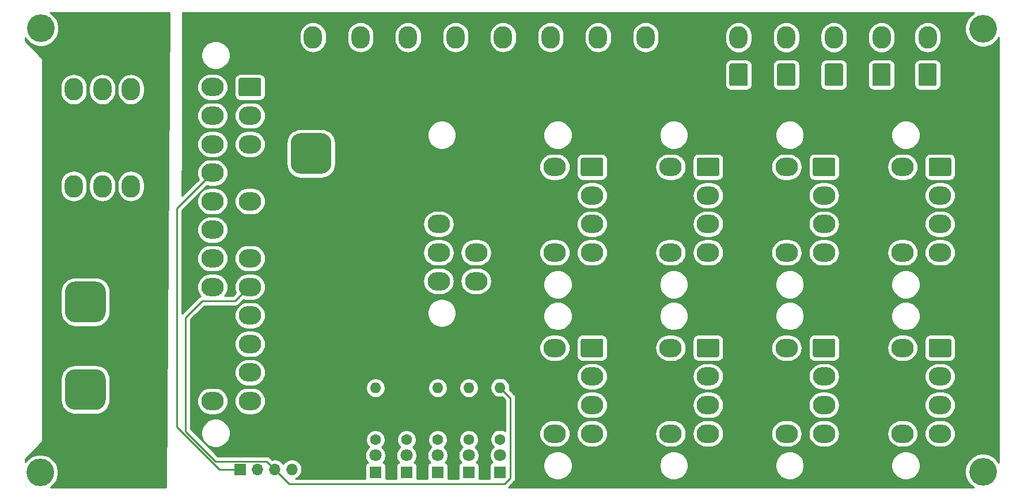
<source format=gbr>
%TF.GenerationSoftware,KiCad,Pcbnew,(5.1.10)-1*%
%TF.CreationDate,2022-08-20T11:58:47+10:00*%
%TF.ProjectId,ATX_PSU_Board,4154585f-5053-4555-9f42-6f6172642e6b,rev?*%
%TF.SameCoordinates,Original*%
%TF.FileFunction,Copper,L4,Bot*%
%TF.FilePolarity,Positive*%
%FSLAX46Y46*%
G04 Gerber Fmt 4.6, Leading zero omitted, Abs format (unit mm)*
G04 Created by KiCad (PCBNEW (5.1.10)-1) date 2022-08-20 11:58:47*
%MOMM*%
%LPD*%
G01*
G04 APERTURE LIST*
%TA.AperFunction,ComponentPad*%
%ADD10O,1.600000X1.600000*%
%TD*%
%TA.AperFunction,ComponentPad*%
%ADD11C,1.600000*%
%TD*%
%TA.AperFunction,ComponentPad*%
%ADD12C,1.800000*%
%TD*%
%TA.AperFunction,ComponentPad*%
%ADD13R,1.800000X1.800000*%
%TD*%
%TA.AperFunction,ComponentPad*%
%ADD14O,1.700000X1.700000*%
%TD*%
%TA.AperFunction,ComponentPad*%
%ADD15R,1.700000X1.700000*%
%TD*%
%TA.AperFunction,ComponentPad*%
%ADD16O,2.700000X3.300000*%
%TD*%
%TA.AperFunction,ComponentPad*%
%ADD17C,6.000000*%
%TD*%
%TA.AperFunction,ComponentPad*%
%ADD18O,3.300000X2.700000*%
%TD*%
%TA.AperFunction,ComponentPad*%
%ADD19C,4.064000*%
%TD*%
%TA.AperFunction,Conductor*%
%ADD20C,0.250000*%
%TD*%
%TA.AperFunction,Conductor*%
%ADD21C,0.254000*%
%TD*%
%TA.AperFunction,Conductor*%
%ADD22C,0.100000*%
%TD*%
G04 APERTURE END LIST*
D10*
%TO.P,R5,2*%
%TO.N,/PWR_OK*%
X106020000Y-109127600D03*
D11*
%TO.P,R5,1*%
%TO.N,Net-(D5-Pad2)*%
X106020000Y-116747600D03*
%TD*%
D10*
%TO.P,R4,2*%
%TO.N,/+12V_SUPPLY*%
X101410000Y-109190100D03*
D11*
%TO.P,R4,1*%
%TO.N,Net-(D4-Pad2)*%
X101410000Y-116810100D03*
%TD*%
D10*
%TO.P,R3,2*%
%TO.N,/+3.3V_SUPPLY*%
X96838000Y-109190100D03*
D11*
%TO.P,R3,1*%
%TO.N,Net-(D3-Pad2)*%
X96838000Y-116810100D03*
%TD*%
D10*
%TO.P,R2,2*%
%TO.N,/+5V_SUPPLY*%
X92266000Y-109190100D03*
D11*
%TO.P,R2,1*%
%TO.N,Net-(D2-Pad2)*%
X92266000Y-116810100D03*
%TD*%
D10*
%TO.P,R1,2*%
%TO.N,/+5VSB_SUPPLY*%
X87694000Y-109190100D03*
D11*
%TO.P,R1,1*%
%TO.N,Net-(D1-Pad2)*%
X87694000Y-116810100D03*
%TD*%
D12*
%TO.P,D5,2*%
%TO.N,Net-(D5-Pad2)*%
X106010000Y-119057600D03*
D13*
%TO.P,D5,1*%
%TO.N,GND*%
X106010000Y-121597600D03*
%TD*%
D12*
%TO.P,D4,2*%
%TO.N,Net-(D4-Pad2)*%
X101410000Y-119105600D03*
D13*
%TO.P,D4,1*%
%TO.N,GND*%
X101410000Y-121645600D03*
%TD*%
D12*
%TO.P,D3,2*%
%TO.N,Net-(D3-Pad2)*%
X96838000Y-119105600D03*
D13*
%TO.P,D3,1*%
%TO.N,GND*%
X96838000Y-121645600D03*
%TD*%
D12*
%TO.P,D2,2*%
%TO.N,Net-(D2-Pad2)*%
X92266000Y-119105600D03*
D13*
%TO.P,D2,1*%
%TO.N,GND*%
X92266000Y-121645600D03*
%TD*%
D12*
%TO.P,D1,2*%
%TO.N,Net-(D1-Pad2)*%
X87694000Y-119105600D03*
D13*
%TO.P,D1,1*%
%TO.N,GND*%
X87694000Y-121645600D03*
%TD*%
D14*
%TO.P,J1,4*%
%TO.N,GND*%
X75421000Y-121158000D03*
%TO.P,J1,3*%
%TO.N,/PWR_OK*%
X72881000Y-121158000D03*
%TO.P,J1,2*%
%TO.N,/+5VSB_SUPPLY*%
X70341000Y-121158000D03*
D15*
%TO.P,J1,1*%
%TO.N,/PS_ON*%
X67801000Y-121158000D03*
%TD*%
D16*
%TO.P,J25,6*%
%TO.N,GND*%
X43350000Y-79500000D03*
%TO.P,J25,5*%
X47550000Y-79500000D03*
%TO.P,J25,4*%
X51750000Y-79500000D03*
%TO.P,J25,3*%
%TO.N,/+12V_SUPPLY*%
X43350000Y-85000000D03*
%TO.P,J25,2*%
X47550000Y-85000000D03*
%TO.P,J25,1*%
%TA.AperFunction,ComponentPad*%
G36*
G01*
X53100000Y-83600001D02*
X53100000Y-86399999D01*
G75*
G02*
X52849999Y-86650000I-250001J0D01*
G01*
X50650001Y-86650000D01*
G75*
G02*
X50400000Y-86399999I0J250001D01*
G01*
X50400000Y-83600001D01*
G75*
G02*
X50650001Y-83350000I250001J0D01*
G01*
X52849999Y-83350000D01*
G75*
G02*
X53100000Y-83600001I0J-250001D01*
G01*
G37*
%TD.AperFunction*%
%TD*%
%TO.P,J26,6*%
%TO.N,GND*%
X43350000Y-65250000D03*
%TO.P,J26,5*%
X47550000Y-65250000D03*
%TO.P,J26,4*%
X51750000Y-65250000D03*
%TO.P,J26,3*%
%TO.N,/+12V_SUPPLY*%
X43350000Y-70750000D03*
%TO.P,J26,2*%
X47550000Y-70750000D03*
%TO.P,J26,1*%
%TA.AperFunction,ComponentPad*%
G36*
G01*
X53100000Y-69350001D02*
X53100000Y-72149999D01*
G75*
G02*
X52849999Y-72400000I-250001J0D01*
G01*
X50650001Y-72400000D01*
G75*
G02*
X50400000Y-72149999I0J250001D01*
G01*
X50400000Y-69350001D01*
G75*
G02*
X50650001Y-69100000I250001J0D01*
G01*
X52849999Y-69100000D01*
G75*
G02*
X53100000Y-69350001I0J-250001D01*
G01*
G37*
%TD.AperFunction*%
%TD*%
%TO.P,J30,1*%
%TO.N,GND*%
%TA.AperFunction,ComponentPad*%
G36*
G01*
X42055200Y-110926800D02*
X42055200Y-107926800D01*
G75*
G02*
X43555200Y-106426800I1500000J0D01*
G01*
X46555200Y-106426800D01*
G75*
G02*
X48055200Y-107926800I0J-1500000D01*
G01*
X48055200Y-110926800D01*
G75*
G02*
X46555200Y-112426800I-1500000J0D01*
G01*
X43555200Y-112426800D01*
G75*
G02*
X42055200Y-110926800I0J1500000D01*
G01*
G37*
%TD.AperFunction*%
D17*
%TO.P,J30,2*%
%TO.N,/+12V_SUPPLY*%
X52255200Y-109426800D03*
%TD*%
%TO.P,J29,1*%
%TO.N,GND*%
%TA.AperFunction,ComponentPad*%
G36*
G01*
X42055200Y-98026400D02*
X42055200Y-95026400D01*
G75*
G02*
X43555200Y-93526400I1500000J0D01*
G01*
X46555200Y-93526400D01*
G75*
G02*
X48055200Y-95026400I0J-1500000D01*
G01*
X48055200Y-98026400D01*
G75*
G02*
X46555200Y-99526400I-1500000J0D01*
G01*
X43555200Y-99526400D01*
G75*
G02*
X42055200Y-98026400I0J1500000D01*
G01*
G37*
%TD.AperFunction*%
%TO.P,J29,2*%
%TO.N,/+12V_SUPPLY*%
X52255200Y-96526400D03*
%TD*%
D16*
%TO.P,J20,2*%
%TO.N,GND*%
X168867600Y-57593600D03*
%TO.P,J20,1*%
%TO.N,/+12V_SUPPLY*%
%TA.AperFunction,ComponentPad*%
G36*
G01*
X170217600Y-61693601D02*
X170217600Y-64493599D01*
G75*
G02*
X169967599Y-64743600I-250001J0D01*
G01*
X167767601Y-64743600D01*
G75*
G02*
X167517600Y-64493599I0J250001D01*
G01*
X167517600Y-61693601D01*
G75*
G02*
X167767601Y-61443600I250001J0D01*
G01*
X169967599Y-61443600D01*
G75*
G02*
X170217600Y-61693601I0J-250001D01*
G01*
G37*
%TD.AperFunction*%
%TD*%
D18*
%TO.P,J11,8*%
%TO.N,/+12V_SUPPLY*%
X165196400Y-115901800D03*
%TO.P,J11,7*%
%TO.N,/+5V_SUPPLY*%
X165196400Y-111701800D03*
%TO.P,J11,6*%
X165196400Y-107501800D03*
%TO.P,J11,5*%
%TO.N,/+3.3V_SUPPLY*%
X165196400Y-103301800D03*
%TO.P,J11,4*%
%TO.N,/+12V_SUPPLY*%
X170696400Y-115901800D03*
%TO.P,J11,3*%
X170696400Y-111701800D03*
%TO.P,J11,2*%
%TO.N,GND*%
X170696400Y-107501800D03*
%TO.P,J11,1*%
%TA.AperFunction,ComponentPad*%
G36*
G01*
X169296401Y-101951800D02*
X172096399Y-101951800D01*
G75*
G02*
X172346400Y-102201801I0J-250001D01*
G01*
X172346400Y-104401799D01*
G75*
G02*
X172096399Y-104651800I-250001J0D01*
G01*
X169296401Y-104651800D01*
G75*
G02*
X169046400Y-104401799I0J250001D01*
G01*
X169046400Y-102201801D01*
G75*
G02*
X169296401Y-101951800I250001J0D01*
G01*
G37*
%TD.AperFunction*%
%TD*%
D16*
%TO.P,J24,2*%
%TO.N,GND*%
X141083632Y-57607200D03*
%TO.P,J24,1*%
%TO.N,/+12V_SUPPLY*%
%TA.AperFunction,ComponentPad*%
G36*
G01*
X142433632Y-61707201D02*
X142433632Y-64507199D01*
G75*
G02*
X142183631Y-64757200I-250001J0D01*
G01*
X139983633Y-64757200D01*
G75*
G02*
X139733632Y-64507199I0J250001D01*
G01*
X139733632Y-61707201D01*
G75*
G02*
X139983633Y-61457200I250001J0D01*
G01*
X142183631Y-61457200D01*
G75*
G02*
X142433632Y-61707201I0J-250001D01*
G01*
G37*
%TD.AperFunction*%
%TD*%
%TO.P,J23,2*%
%TO.N,GND*%
X148086774Y-57607200D03*
%TO.P,J23,1*%
%TO.N,/+12V_SUPPLY*%
%TA.AperFunction,ComponentPad*%
G36*
G01*
X149436774Y-61707201D02*
X149436774Y-64507199D01*
G75*
G02*
X149186773Y-64757200I-250001J0D01*
G01*
X146986775Y-64757200D01*
G75*
G02*
X146736774Y-64507199I0J250001D01*
G01*
X146736774Y-61707201D01*
G75*
G02*
X146986775Y-61457200I250001J0D01*
G01*
X149186773Y-61457200D01*
G75*
G02*
X149436774Y-61707201I0J-250001D01*
G01*
G37*
%TD.AperFunction*%
%TD*%
%TO.P,J22,2*%
%TO.N,GND*%
X155089916Y-57607200D03*
%TO.P,J22,1*%
%TO.N,/+12V_SUPPLY*%
%TA.AperFunction,ComponentPad*%
G36*
G01*
X156439916Y-61707201D02*
X156439916Y-64507199D01*
G75*
G02*
X156189915Y-64757200I-250001J0D01*
G01*
X153989917Y-64757200D01*
G75*
G02*
X153739916Y-64507199I0J250001D01*
G01*
X153739916Y-61707201D01*
G75*
G02*
X153989917Y-61457200I250001J0D01*
G01*
X156189915Y-61457200D01*
G75*
G02*
X156439916Y-61707201I0J-250001D01*
G01*
G37*
%TD.AperFunction*%
%TD*%
%TO.P,J21,2*%
%TO.N,GND*%
X162093058Y-57607200D03*
%TO.P,J21,1*%
%TO.N,/+12V_SUPPLY*%
%TA.AperFunction,ComponentPad*%
G36*
G01*
X163443058Y-61707201D02*
X163443058Y-64507199D01*
G75*
G02*
X163193057Y-64757200I-250001J0D01*
G01*
X160993059Y-64757200D01*
G75*
G02*
X160743058Y-64507199I0J250001D01*
G01*
X160743058Y-61707201D01*
G75*
G02*
X160993059Y-61457200I250001J0D01*
G01*
X163193057Y-61457200D01*
G75*
G02*
X163443058Y-61707201I0J-250001D01*
G01*
G37*
%TD.AperFunction*%
%TD*%
%TO.P,J19,2*%
%TO.N,GND*%
X127414800Y-57593600D03*
%TO.P,J19,1*%
%TO.N,/+5V_SUPPLY*%
%TA.AperFunction,ComponentPad*%
G36*
G01*
X128764800Y-61693601D02*
X128764800Y-64493599D01*
G75*
G02*
X128514799Y-64743600I-250001J0D01*
G01*
X126314801Y-64743600D01*
G75*
G02*
X126064800Y-64493599I0J250001D01*
G01*
X126064800Y-61693601D01*
G75*
G02*
X126314801Y-61443600I250001J0D01*
G01*
X128514799Y-61443600D01*
G75*
G02*
X128764800Y-61693601I0J-250001D01*
G01*
G37*
%TD.AperFunction*%
%TD*%
%TO.P,J18,2*%
%TO.N,GND*%
X120429800Y-57593600D03*
%TO.P,J18,1*%
%TO.N,/+5V_SUPPLY*%
%TA.AperFunction,ComponentPad*%
G36*
G01*
X121779800Y-61693601D02*
X121779800Y-64493599D01*
G75*
G02*
X121529799Y-64743600I-250001J0D01*
G01*
X119329801Y-64743600D01*
G75*
G02*
X119079800Y-64493599I0J250001D01*
G01*
X119079800Y-61693601D01*
G75*
G02*
X119329801Y-61443600I250001J0D01*
G01*
X121529799Y-61443600D01*
G75*
G02*
X121779800Y-61693601I0J-250001D01*
G01*
G37*
%TD.AperFunction*%
%TD*%
%TO.P,J17,2*%
%TO.N,GND*%
X113444800Y-57593600D03*
%TO.P,J17,1*%
%TO.N,/+5V_SUPPLY*%
%TA.AperFunction,ComponentPad*%
G36*
G01*
X114794800Y-61693601D02*
X114794800Y-64493599D01*
G75*
G02*
X114544799Y-64743600I-250001J0D01*
G01*
X112344801Y-64743600D01*
G75*
G02*
X112094800Y-64493599I0J250001D01*
G01*
X112094800Y-61693601D01*
G75*
G02*
X112344801Y-61443600I250001J0D01*
G01*
X114544799Y-61443600D01*
G75*
G02*
X114794800Y-61693601I0J-250001D01*
G01*
G37*
%TD.AperFunction*%
%TD*%
%TO.P,J16,2*%
%TO.N,GND*%
X106459800Y-57593600D03*
%TO.P,J16,1*%
%TO.N,/+5V_SUPPLY*%
%TA.AperFunction,ComponentPad*%
G36*
G01*
X107809800Y-61693601D02*
X107809800Y-64493599D01*
G75*
G02*
X107559799Y-64743600I-250001J0D01*
G01*
X105359801Y-64743600D01*
G75*
G02*
X105109800Y-64493599I0J250001D01*
G01*
X105109800Y-61693601D01*
G75*
G02*
X105359801Y-61443600I250001J0D01*
G01*
X107559799Y-61443600D01*
G75*
G02*
X107809800Y-61693601I0J-250001D01*
G01*
G37*
%TD.AperFunction*%
%TD*%
%TO.P,J15,2*%
%TO.N,GND*%
X99474800Y-57593600D03*
%TO.P,J15,1*%
%TO.N,/+5V_SUPPLY*%
%TA.AperFunction,ComponentPad*%
G36*
G01*
X100824800Y-61693601D02*
X100824800Y-64493599D01*
G75*
G02*
X100574799Y-64743600I-250001J0D01*
G01*
X98374801Y-64743600D01*
G75*
G02*
X98124800Y-64493599I0J250001D01*
G01*
X98124800Y-61693601D01*
G75*
G02*
X98374801Y-61443600I250001J0D01*
G01*
X100574799Y-61443600D01*
G75*
G02*
X100824800Y-61693601I0J-250001D01*
G01*
G37*
%TD.AperFunction*%
%TD*%
%TO.P,J14,2*%
%TO.N,GND*%
X92489800Y-57593600D03*
%TO.P,J14,1*%
%TO.N,/+5V_SUPPLY*%
%TA.AperFunction,ComponentPad*%
G36*
G01*
X93839800Y-61693601D02*
X93839800Y-64493599D01*
G75*
G02*
X93589799Y-64743600I-250001J0D01*
G01*
X91389801Y-64743600D01*
G75*
G02*
X91139800Y-64493599I0J250001D01*
G01*
X91139800Y-61693601D01*
G75*
G02*
X91389801Y-61443600I250001J0D01*
G01*
X93589799Y-61443600D01*
G75*
G02*
X93839800Y-61693601I0J-250001D01*
G01*
G37*
%TD.AperFunction*%
%TD*%
%TO.P,J13,2*%
%TO.N,GND*%
X85504800Y-57593600D03*
%TO.P,J13,1*%
%TO.N,/+5V_SUPPLY*%
%TA.AperFunction,ComponentPad*%
G36*
G01*
X86854800Y-61693601D02*
X86854800Y-64493599D01*
G75*
G02*
X86604799Y-64743600I-250001J0D01*
G01*
X84404801Y-64743600D01*
G75*
G02*
X84154800Y-64493599I0J250001D01*
G01*
X84154800Y-61693601D01*
G75*
G02*
X84404801Y-61443600I250001J0D01*
G01*
X86604799Y-61443600D01*
G75*
G02*
X86854800Y-61693601I0J-250001D01*
G01*
G37*
%TD.AperFunction*%
%TD*%
%TO.P,J12,2*%
%TO.N,GND*%
X78519800Y-57593600D03*
%TO.P,J12,1*%
%TO.N,/+5V_SUPPLY*%
%TA.AperFunction,ComponentPad*%
G36*
G01*
X79869800Y-61693601D02*
X79869800Y-64493599D01*
G75*
G02*
X79619799Y-64743600I-250001J0D01*
G01*
X77419801Y-64743600D01*
G75*
G02*
X77169800Y-64493599I0J250001D01*
G01*
X77169800Y-61693601D01*
G75*
G02*
X77419801Y-61443600I250001J0D01*
G01*
X79619799Y-61443600D01*
G75*
G02*
X79869800Y-61693601I0J-250001D01*
G01*
G37*
%TD.AperFunction*%
%TD*%
%TO.P,J28,1*%
%TO.N,GND*%
%TA.AperFunction,ComponentPad*%
G36*
G01*
X75228400Y-76176800D02*
X75228400Y-73176800D01*
G75*
G02*
X76728400Y-71676800I1500000J0D01*
G01*
X79728400Y-71676800D01*
G75*
G02*
X81228400Y-73176800I0J-1500000D01*
G01*
X81228400Y-76176800D01*
G75*
G02*
X79728400Y-77676800I-1500000J0D01*
G01*
X76728400Y-77676800D01*
G75*
G02*
X75228400Y-76176800I0J1500000D01*
G01*
G37*
%TD.AperFunction*%
D17*
%TO.P,J28,2*%
%TO.N,/+5V_SUPPLY*%
X85428400Y-74676800D03*
%TD*%
D18*
%TO.P,J5,8*%
%TO.N,/+12V_SUPPLY*%
X131091000Y-89264600D03*
%TO.P,J5,7*%
%TO.N,/+5V_SUPPLY*%
X131091000Y-85064600D03*
%TO.P,J5,6*%
X131091000Y-80864600D03*
%TO.P,J5,5*%
%TO.N,/+3.3V_SUPPLY*%
X131091000Y-76664600D03*
%TO.P,J5,4*%
%TO.N,/+12V_SUPPLY*%
X136591000Y-89264600D03*
%TO.P,J5,3*%
X136591000Y-85064600D03*
%TO.P,J5,2*%
%TO.N,GND*%
X136591000Y-80864600D03*
%TO.P,J5,1*%
%TA.AperFunction,ComponentPad*%
G36*
G01*
X135191001Y-75314600D02*
X137990999Y-75314600D01*
G75*
G02*
X138241000Y-75564601I0J-250001D01*
G01*
X138241000Y-77764599D01*
G75*
G02*
X137990999Y-78014600I-250001J0D01*
G01*
X135191001Y-78014600D01*
G75*
G02*
X134941000Y-77764599I0J250001D01*
G01*
X134941000Y-75564601D01*
G75*
G02*
X135191001Y-75314600I250001J0D01*
G01*
G37*
%TD.AperFunction*%
%TD*%
%TO.P,J7,8*%
%TO.N,/+12V_SUPPLY*%
X165196400Y-89264600D03*
%TO.P,J7,7*%
%TO.N,/+5V_SUPPLY*%
X165196400Y-85064600D03*
%TO.P,J7,6*%
X165196400Y-80864600D03*
%TO.P,J7,5*%
%TO.N,/+3.3V_SUPPLY*%
X165196400Y-76664600D03*
%TO.P,J7,4*%
%TO.N,/+12V_SUPPLY*%
X170696400Y-89264600D03*
%TO.P,J7,3*%
X170696400Y-85064600D03*
%TO.P,J7,2*%
%TO.N,GND*%
X170696400Y-80864600D03*
%TO.P,J7,1*%
%TA.AperFunction,ComponentPad*%
G36*
G01*
X169296401Y-75314600D02*
X172096399Y-75314600D01*
G75*
G02*
X172346400Y-75564601I0J-250001D01*
G01*
X172346400Y-77764599D01*
G75*
G02*
X172096399Y-78014600I-250001J0D01*
G01*
X169296401Y-78014600D01*
G75*
G02*
X169046400Y-77764599I0J250001D01*
G01*
X169046400Y-75564601D01*
G75*
G02*
X169296401Y-75314600I250001J0D01*
G01*
G37*
%TD.AperFunction*%
%TD*%
D19*
%TO.P,H4,1*%
%TO.N,N/C*%
X177000000Y-56337200D03*
%TD*%
%TO.P,H3,1*%
%TO.N,N/C*%
X38404800Y-121615200D03*
%TD*%
%TO.P,H2,1*%
%TO.N,N/C*%
X177000000Y-121500000D03*
%TD*%
%TO.P,H1,1*%
%TO.N,N/C*%
X38506400Y-56286400D03*
%TD*%
D18*
%TO.P,J10,8*%
%TO.N,/+12V_SUPPLY*%
X148143700Y-115901800D03*
%TO.P,J10,7*%
%TO.N,/+5V_SUPPLY*%
X148143700Y-111701800D03*
%TO.P,J10,6*%
X148143700Y-107501800D03*
%TO.P,J10,5*%
%TO.N,/+3.3V_SUPPLY*%
X148143700Y-103301800D03*
%TO.P,J10,4*%
%TO.N,/+12V_SUPPLY*%
X153643700Y-115901800D03*
%TO.P,J10,3*%
X153643700Y-111701800D03*
%TO.P,J10,2*%
%TO.N,GND*%
X153643700Y-107501800D03*
%TO.P,J10,1*%
%TA.AperFunction,ComponentPad*%
G36*
G01*
X152243701Y-101951800D02*
X155043699Y-101951800D01*
G75*
G02*
X155293700Y-102201801I0J-250001D01*
G01*
X155293700Y-104401799D01*
G75*
G02*
X155043699Y-104651800I-250001J0D01*
G01*
X152243701Y-104651800D01*
G75*
G02*
X151993700Y-104401799I0J250001D01*
G01*
X151993700Y-102201801D01*
G75*
G02*
X152243701Y-101951800I250001J0D01*
G01*
G37*
%TD.AperFunction*%
%TD*%
%TO.P,J9,8*%
%TO.N,/+12V_SUPPLY*%
X131091000Y-115901800D03*
%TO.P,J9,7*%
%TO.N,/+5V_SUPPLY*%
X131091000Y-111701800D03*
%TO.P,J9,6*%
X131091000Y-107501800D03*
%TO.P,J9,5*%
%TO.N,/+3.3V_SUPPLY*%
X131091000Y-103301800D03*
%TO.P,J9,4*%
%TO.N,/+12V_SUPPLY*%
X136591000Y-115901800D03*
%TO.P,J9,3*%
X136591000Y-111701800D03*
%TO.P,J9,2*%
%TO.N,GND*%
X136591000Y-107501800D03*
%TO.P,J9,1*%
%TA.AperFunction,ComponentPad*%
G36*
G01*
X135191001Y-101951800D02*
X137990999Y-101951800D01*
G75*
G02*
X138241000Y-102201801I0J-250001D01*
G01*
X138241000Y-104401799D01*
G75*
G02*
X137990999Y-104651800I-250001J0D01*
G01*
X135191001Y-104651800D01*
G75*
G02*
X134941000Y-104401799I0J250001D01*
G01*
X134941000Y-102201801D01*
G75*
G02*
X135191001Y-101951800I250001J0D01*
G01*
G37*
%TD.AperFunction*%
%TD*%
%TO.P,J8,8*%
%TO.N,/+12V_SUPPLY*%
X114038300Y-115901800D03*
%TO.P,J8,7*%
%TO.N,/+5V_SUPPLY*%
X114038300Y-111701800D03*
%TO.P,J8,6*%
X114038300Y-107501800D03*
%TO.P,J8,5*%
%TO.N,/+3.3V_SUPPLY*%
X114038300Y-103301800D03*
%TO.P,J8,4*%
%TO.N,/+12V_SUPPLY*%
X119538300Y-115901800D03*
%TO.P,J8,3*%
X119538300Y-111701800D03*
%TO.P,J8,2*%
%TO.N,GND*%
X119538300Y-107501800D03*
%TO.P,J8,1*%
%TA.AperFunction,ComponentPad*%
G36*
G01*
X118138301Y-101951800D02*
X120938299Y-101951800D01*
G75*
G02*
X121188300Y-102201801I0J-250001D01*
G01*
X121188300Y-104401799D01*
G75*
G02*
X120938299Y-104651800I-250001J0D01*
G01*
X118138301Y-104651800D01*
G75*
G02*
X117888300Y-104401799I0J250001D01*
G01*
X117888300Y-102201801D01*
G75*
G02*
X118138301Y-101951800I250001J0D01*
G01*
G37*
%TD.AperFunction*%
%TD*%
%TO.P,J6,8*%
%TO.N,/+12V_SUPPLY*%
X148143700Y-89264600D03*
%TO.P,J6,7*%
%TO.N,/+5V_SUPPLY*%
X148143700Y-85064600D03*
%TO.P,J6,6*%
X148143700Y-80864600D03*
%TO.P,J6,5*%
%TO.N,/+3.3V_SUPPLY*%
X148143700Y-76664600D03*
%TO.P,J6,4*%
%TO.N,/+12V_SUPPLY*%
X153643700Y-89264600D03*
%TO.P,J6,3*%
X153643700Y-85064600D03*
%TO.P,J6,2*%
%TO.N,GND*%
X153643700Y-80864600D03*
%TO.P,J6,1*%
%TA.AperFunction,ComponentPad*%
G36*
G01*
X152243701Y-75314600D02*
X155043699Y-75314600D01*
G75*
G02*
X155293700Y-75564601I0J-250001D01*
G01*
X155293700Y-77764599D01*
G75*
G02*
X155043699Y-78014600I-250001J0D01*
G01*
X152243701Y-78014600D01*
G75*
G02*
X151993700Y-77764599I0J250001D01*
G01*
X151993700Y-75564601D01*
G75*
G02*
X152243701Y-75314600I250001J0D01*
G01*
G37*
%TD.AperFunction*%
%TD*%
%TO.P,J4,8*%
%TO.N,/+12V_SUPPLY*%
X114038300Y-89264600D03*
%TO.P,J4,7*%
%TO.N,/+5V_SUPPLY*%
X114038300Y-85064600D03*
%TO.P,J4,6*%
X114038300Y-80864600D03*
%TO.P,J4,5*%
%TO.N,/+3.3V_SUPPLY*%
X114038300Y-76664600D03*
%TO.P,J4,4*%
%TO.N,/+12V_SUPPLY*%
X119538300Y-89264600D03*
%TO.P,J4,3*%
X119538300Y-85064600D03*
%TO.P,J4,2*%
%TO.N,GND*%
X119538300Y-80864600D03*
%TO.P,J4,1*%
%TA.AperFunction,ComponentPad*%
G36*
G01*
X118138301Y-75314600D02*
X120938299Y-75314600D01*
G75*
G02*
X121188300Y-75564601I0J-250001D01*
G01*
X121188300Y-77764599D01*
G75*
G02*
X120938299Y-78014600I-250001J0D01*
G01*
X118138301Y-78014600D01*
G75*
G02*
X117888300Y-77764599I0J250001D01*
G01*
X117888300Y-75564601D01*
G75*
G02*
X118138301Y-75314600I250001J0D01*
G01*
G37*
%TD.AperFunction*%
%TD*%
%TO.P,J3,10*%
%TO.N,GND*%
X96985600Y-93464600D03*
%TO.P,J3,9*%
X96985600Y-89264600D03*
%TO.P,J3,8*%
%TO.N,/+12V_SUPPLY*%
X96985600Y-85064600D03*
%TO.P,J3,7*%
%TO.N,/+5V_SUPPLY*%
X96985600Y-80864600D03*
%TO.P,J3,6*%
X96985600Y-76664600D03*
%TO.P,J3,5*%
%TO.N,GND*%
X102485600Y-93464600D03*
%TO.P,J3,4*%
X102485600Y-89264600D03*
%TO.P,J3,3*%
%TO.N,/+5V_SUPPLY*%
X102485600Y-85064600D03*
%TO.P,J3,2*%
X102485600Y-80864600D03*
%TO.P,J3,1*%
%TA.AperFunction,ComponentPad*%
G36*
G01*
X101085601Y-75314600D02*
X103885599Y-75314600D01*
G75*
G02*
X104135600Y-75564601I0J-250001D01*
G01*
X104135600Y-77764599D01*
G75*
G02*
X103885599Y-78014600I-250001J0D01*
G01*
X101085601Y-78014600D01*
G75*
G02*
X100835600Y-77764599I0J250001D01*
G01*
X100835600Y-75564601D01*
G75*
G02*
X101085601Y-75314600I250001J0D01*
G01*
G37*
%TD.AperFunction*%
%TD*%
%TO.P,J2,24*%
%TO.N,GND*%
X63748800Y-111122400D03*
%TO.P,J2,23*%
%TO.N,/+5V_SUPPLY*%
X63748800Y-106922400D03*
%TO.P,J2,22*%
X63748800Y-102722400D03*
%TO.P,J2,21*%
X63748800Y-98522400D03*
%TO.P,J2,20*%
%TO.N,Net-(J2-Pad20)*%
X63748800Y-94322400D03*
%TO.P,J2,19*%
%TO.N,GND*%
X63748800Y-90122400D03*
%TO.P,J2,18*%
X63748800Y-85922400D03*
%TO.P,J2,17*%
X63748800Y-81722400D03*
%TO.P,J2,16*%
%TO.N,/PS_ON*%
X63748800Y-77522400D03*
%TO.P,J2,15*%
%TO.N,GND*%
X63748800Y-73322400D03*
%TO.P,J2,14*%
%TO.N,Net-(J2-Pad14)*%
X63748800Y-69122400D03*
%TO.P,J2,13*%
%TO.N,/+3.3V_SUPPLY*%
X63748800Y-64922400D03*
%TO.P,J2,12*%
X69248800Y-111122400D03*
%TO.P,J2,11*%
%TO.N,/+12V_SUPPLY*%
X69248800Y-106922400D03*
%TO.P,J2,10*%
X69248800Y-102722400D03*
%TO.P,J2,9*%
%TO.N,/+5VSB_SUPPLY*%
X69248800Y-98522400D03*
%TO.P,J2,8*%
%TO.N,/PWR_OK*%
X69248800Y-94322400D03*
%TO.P,J2,7*%
%TO.N,GND*%
X69248800Y-90122400D03*
%TO.P,J2,6*%
%TO.N,/+5V_SUPPLY*%
X69248800Y-85922400D03*
%TO.P,J2,5*%
%TO.N,GND*%
X69248800Y-81722400D03*
%TO.P,J2,4*%
%TO.N,/+5V_SUPPLY*%
X69248800Y-77522400D03*
%TO.P,J2,3*%
%TO.N,GND*%
X69248800Y-73322400D03*
%TO.P,J2,2*%
%TO.N,/+3.3V_SUPPLY*%
X69248800Y-69122400D03*
%TO.P,J2,1*%
%TA.AperFunction,ComponentPad*%
G36*
G01*
X67848801Y-63572400D02*
X70648799Y-63572400D01*
G75*
G02*
X70898800Y-63822401I0J-250001D01*
G01*
X70898800Y-66022399D01*
G75*
G02*
X70648799Y-66272400I-250001J0D01*
G01*
X67848801Y-66272400D01*
G75*
G02*
X67598800Y-66022399I0J250001D01*
G01*
X67598800Y-63822401D01*
G75*
G02*
X67848801Y-63572400I250001J0D01*
G01*
G37*
%TD.AperFunction*%
%TD*%
D20*
%TO.N,/PS_ON*%
X63748800Y-77522400D02*
X58530000Y-82741200D01*
X58530000Y-82741200D02*
X58530000Y-114935000D01*
X64753000Y-121158000D02*
X64499000Y-120904000D01*
X67801000Y-121158000D02*
X64753000Y-121158000D01*
X58530000Y-114935000D02*
X64499000Y-120904000D01*
%TO.N,/PWR_OK*%
X69248800Y-94322400D02*
X69109600Y-94322400D01*
X69109600Y-94322400D02*
X67039000Y-96393000D01*
X67039000Y-96393000D02*
X62213000Y-96393000D01*
X62213000Y-96393000D02*
X59800000Y-98806000D01*
X71705999Y-119982999D02*
X72881000Y-121158000D01*
X64214409Y-119982999D02*
X71705999Y-119982999D01*
X59800000Y-115568590D02*
X64214409Y-119982999D01*
X59800000Y-98806000D02*
X59800000Y-115568590D01*
X75040000Y-123317000D02*
X72881000Y-121158000D01*
X106675602Y-123317000D02*
X75040000Y-123317000D01*
X107552000Y-122440602D02*
X106675602Y-123317000D01*
X107552000Y-110659600D02*
X107552000Y-122440602D01*
X106020000Y-109127600D02*
X107552000Y-110659600D01*
%TD*%
D21*
%TO.N,/+5V_SUPPLY*%
X175299887Y-54265606D02*
X174928406Y-54637087D01*
X174636536Y-55073902D01*
X174435492Y-55559265D01*
X174333000Y-56074523D01*
X174333000Y-56599877D01*
X174435492Y-57115135D01*
X174636536Y-57600498D01*
X174928406Y-58037313D01*
X175299887Y-58408794D01*
X175736702Y-58700664D01*
X176222065Y-58901708D01*
X176737323Y-59004200D01*
X177262677Y-59004200D01*
X177777935Y-58901708D01*
X178263298Y-58700664D01*
X178700113Y-58408794D01*
X179071594Y-58037313D01*
X179340001Y-57635613D01*
X179340000Y-120201586D01*
X179071594Y-119799887D01*
X178700113Y-119428406D01*
X178263298Y-119136536D01*
X177777935Y-118935492D01*
X177262677Y-118833000D01*
X176737323Y-118833000D01*
X176222065Y-118935492D01*
X175736702Y-119136536D01*
X175299887Y-119428406D01*
X174928406Y-119799887D01*
X174636536Y-120236702D01*
X174435492Y-120722065D01*
X174333000Y-121237323D01*
X174333000Y-121762677D01*
X174435492Y-122277935D01*
X174636536Y-122763298D01*
X174928406Y-123200113D01*
X175299887Y-123571594D01*
X175641721Y-123800000D01*
X107267403Y-123800000D01*
X108063003Y-123004401D01*
X108092001Y-122980603D01*
X108158073Y-122900094D01*
X108186974Y-122864879D01*
X108257546Y-122732849D01*
X108301003Y-122589588D01*
X108312000Y-122477935D01*
X108312000Y-122477925D01*
X108315676Y-122440602D01*
X108312000Y-122403279D01*
X108312000Y-120391521D01*
X112363300Y-120391521D01*
X112363300Y-120812079D01*
X112445347Y-121224556D01*
X112606288Y-121613102D01*
X112839937Y-121962783D01*
X113137317Y-122260163D01*
X113486998Y-122493812D01*
X113875544Y-122654753D01*
X114288021Y-122736800D01*
X114708579Y-122736800D01*
X115121056Y-122654753D01*
X115509602Y-122493812D01*
X115859283Y-122260163D01*
X116156663Y-121962783D01*
X116390312Y-121613102D01*
X116551253Y-121224556D01*
X116633300Y-120812079D01*
X116633300Y-120391521D01*
X129416000Y-120391521D01*
X129416000Y-120812079D01*
X129498047Y-121224556D01*
X129658988Y-121613102D01*
X129892637Y-121962783D01*
X130190017Y-122260163D01*
X130539698Y-122493812D01*
X130928244Y-122654753D01*
X131340721Y-122736800D01*
X131761279Y-122736800D01*
X132173756Y-122654753D01*
X132562302Y-122493812D01*
X132911983Y-122260163D01*
X133209363Y-121962783D01*
X133443012Y-121613102D01*
X133603953Y-121224556D01*
X133686000Y-120812079D01*
X133686000Y-120391521D01*
X146468700Y-120391521D01*
X146468700Y-120812079D01*
X146550747Y-121224556D01*
X146711688Y-121613102D01*
X146945337Y-121962783D01*
X147242717Y-122260163D01*
X147592398Y-122493812D01*
X147980944Y-122654753D01*
X148393421Y-122736800D01*
X148813979Y-122736800D01*
X149226456Y-122654753D01*
X149615002Y-122493812D01*
X149964683Y-122260163D01*
X150262063Y-121962783D01*
X150495712Y-121613102D01*
X150656653Y-121224556D01*
X150738700Y-120812079D01*
X150738700Y-120391521D01*
X163521400Y-120391521D01*
X163521400Y-120812079D01*
X163603447Y-121224556D01*
X163764388Y-121613102D01*
X163998037Y-121962783D01*
X164295417Y-122260163D01*
X164645098Y-122493812D01*
X165033644Y-122654753D01*
X165446121Y-122736800D01*
X165866679Y-122736800D01*
X166279156Y-122654753D01*
X166667702Y-122493812D01*
X167017383Y-122260163D01*
X167314763Y-121962783D01*
X167548412Y-121613102D01*
X167709353Y-121224556D01*
X167791400Y-120812079D01*
X167791400Y-120391521D01*
X167709353Y-119979044D01*
X167548412Y-119590498D01*
X167314763Y-119240817D01*
X167017383Y-118943437D01*
X166667702Y-118709788D01*
X166279156Y-118548847D01*
X165866679Y-118466800D01*
X165446121Y-118466800D01*
X165033644Y-118548847D01*
X164645098Y-118709788D01*
X164295417Y-118943437D01*
X163998037Y-119240817D01*
X163764388Y-119590498D01*
X163603447Y-119979044D01*
X163521400Y-120391521D01*
X150738700Y-120391521D01*
X150656653Y-119979044D01*
X150495712Y-119590498D01*
X150262063Y-119240817D01*
X149964683Y-118943437D01*
X149615002Y-118709788D01*
X149226456Y-118548847D01*
X148813979Y-118466800D01*
X148393421Y-118466800D01*
X147980944Y-118548847D01*
X147592398Y-118709788D01*
X147242717Y-118943437D01*
X146945337Y-119240817D01*
X146711688Y-119590498D01*
X146550747Y-119979044D01*
X146468700Y-120391521D01*
X133686000Y-120391521D01*
X133603953Y-119979044D01*
X133443012Y-119590498D01*
X133209363Y-119240817D01*
X132911983Y-118943437D01*
X132562302Y-118709788D01*
X132173756Y-118548847D01*
X131761279Y-118466800D01*
X131340721Y-118466800D01*
X130928244Y-118548847D01*
X130539698Y-118709788D01*
X130190017Y-118943437D01*
X129892637Y-119240817D01*
X129658988Y-119590498D01*
X129498047Y-119979044D01*
X129416000Y-120391521D01*
X116633300Y-120391521D01*
X116551253Y-119979044D01*
X116390312Y-119590498D01*
X116156663Y-119240817D01*
X115859283Y-118943437D01*
X115509602Y-118709788D01*
X115121056Y-118548847D01*
X114708579Y-118466800D01*
X114288021Y-118466800D01*
X113875544Y-118548847D01*
X113486998Y-118709788D01*
X113137317Y-118943437D01*
X112839937Y-119240817D01*
X112606288Y-119590498D01*
X112445347Y-119979044D01*
X112363300Y-120391521D01*
X108312000Y-120391521D01*
X108312000Y-115901800D01*
X111743696Y-115901800D01*
X111782022Y-116290928D01*
X111895526Y-116665102D01*
X112079847Y-117009943D01*
X112327902Y-117312198D01*
X112630157Y-117560253D01*
X112974998Y-117744574D01*
X113349172Y-117858078D01*
X113640790Y-117886800D01*
X114435810Y-117886800D01*
X114727428Y-117858078D01*
X115101602Y-117744574D01*
X115446443Y-117560253D01*
X115748698Y-117312198D01*
X115996753Y-117009943D01*
X116181074Y-116665102D01*
X116294578Y-116290928D01*
X116332904Y-115901800D01*
X117243696Y-115901800D01*
X117282022Y-116290928D01*
X117395526Y-116665102D01*
X117579847Y-117009943D01*
X117827902Y-117312198D01*
X118130157Y-117560253D01*
X118474998Y-117744574D01*
X118849172Y-117858078D01*
X119140790Y-117886800D01*
X119935810Y-117886800D01*
X120227428Y-117858078D01*
X120601602Y-117744574D01*
X120946443Y-117560253D01*
X121248698Y-117312198D01*
X121496753Y-117009943D01*
X121681074Y-116665102D01*
X121794578Y-116290928D01*
X121832904Y-115901800D01*
X128796396Y-115901800D01*
X128834722Y-116290928D01*
X128948226Y-116665102D01*
X129132547Y-117009943D01*
X129380602Y-117312198D01*
X129682857Y-117560253D01*
X130027698Y-117744574D01*
X130401872Y-117858078D01*
X130693490Y-117886800D01*
X131488510Y-117886800D01*
X131780128Y-117858078D01*
X132154302Y-117744574D01*
X132499143Y-117560253D01*
X132801398Y-117312198D01*
X133049453Y-117009943D01*
X133233774Y-116665102D01*
X133347278Y-116290928D01*
X133385604Y-115901800D01*
X134296396Y-115901800D01*
X134334722Y-116290928D01*
X134448226Y-116665102D01*
X134632547Y-117009943D01*
X134880602Y-117312198D01*
X135182857Y-117560253D01*
X135527698Y-117744574D01*
X135901872Y-117858078D01*
X136193490Y-117886800D01*
X136988510Y-117886800D01*
X137280128Y-117858078D01*
X137654302Y-117744574D01*
X137999143Y-117560253D01*
X138301398Y-117312198D01*
X138549453Y-117009943D01*
X138733774Y-116665102D01*
X138847278Y-116290928D01*
X138885604Y-115901800D01*
X145849096Y-115901800D01*
X145887422Y-116290928D01*
X146000926Y-116665102D01*
X146185247Y-117009943D01*
X146433302Y-117312198D01*
X146735557Y-117560253D01*
X147080398Y-117744574D01*
X147454572Y-117858078D01*
X147746190Y-117886800D01*
X148541210Y-117886800D01*
X148832828Y-117858078D01*
X149207002Y-117744574D01*
X149551843Y-117560253D01*
X149854098Y-117312198D01*
X150102153Y-117009943D01*
X150286474Y-116665102D01*
X150399978Y-116290928D01*
X150438304Y-115901800D01*
X151349096Y-115901800D01*
X151387422Y-116290928D01*
X151500926Y-116665102D01*
X151685247Y-117009943D01*
X151933302Y-117312198D01*
X152235557Y-117560253D01*
X152580398Y-117744574D01*
X152954572Y-117858078D01*
X153246190Y-117886800D01*
X154041210Y-117886800D01*
X154332828Y-117858078D01*
X154707002Y-117744574D01*
X155051843Y-117560253D01*
X155354098Y-117312198D01*
X155602153Y-117009943D01*
X155786474Y-116665102D01*
X155899978Y-116290928D01*
X155938304Y-115901800D01*
X162901796Y-115901800D01*
X162940122Y-116290928D01*
X163053626Y-116665102D01*
X163237947Y-117009943D01*
X163486002Y-117312198D01*
X163788257Y-117560253D01*
X164133098Y-117744574D01*
X164507272Y-117858078D01*
X164798890Y-117886800D01*
X165593910Y-117886800D01*
X165885528Y-117858078D01*
X166259702Y-117744574D01*
X166604543Y-117560253D01*
X166906798Y-117312198D01*
X167154853Y-117009943D01*
X167339174Y-116665102D01*
X167452678Y-116290928D01*
X167491004Y-115901800D01*
X168401796Y-115901800D01*
X168440122Y-116290928D01*
X168553626Y-116665102D01*
X168737947Y-117009943D01*
X168986002Y-117312198D01*
X169288257Y-117560253D01*
X169633098Y-117744574D01*
X170007272Y-117858078D01*
X170298890Y-117886800D01*
X171093910Y-117886800D01*
X171385528Y-117858078D01*
X171759702Y-117744574D01*
X172104543Y-117560253D01*
X172406798Y-117312198D01*
X172654853Y-117009943D01*
X172839174Y-116665102D01*
X172952678Y-116290928D01*
X172991004Y-115901800D01*
X172952678Y-115512672D01*
X172839174Y-115138498D01*
X172654853Y-114793657D01*
X172406798Y-114491402D01*
X172104543Y-114243347D01*
X171759702Y-114059026D01*
X171385528Y-113945522D01*
X171093910Y-113916800D01*
X170298890Y-113916800D01*
X170007272Y-113945522D01*
X169633098Y-114059026D01*
X169288257Y-114243347D01*
X168986002Y-114491402D01*
X168737947Y-114793657D01*
X168553626Y-115138498D01*
X168440122Y-115512672D01*
X168401796Y-115901800D01*
X167491004Y-115901800D01*
X167452678Y-115512672D01*
X167339174Y-115138498D01*
X167154853Y-114793657D01*
X166906798Y-114491402D01*
X166604543Y-114243347D01*
X166259702Y-114059026D01*
X165885528Y-113945522D01*
X165593910Y-113916800D01*
X164798890Y-113916800D01*
X164507272Y-113945522D01*
X164133098Y-114059026D01*
X163788257Y-114243347D01*
X163486002Y-114491402D01*
X163237947Y-114793657D01*
X163053626Y-115138498D01*
X162940122Y-115512672D01*
X162901796Y-115901800D01*
X155938304Y-115901800D01*
X155899978Y-115512672D01*
X155786474Y-115138498D01*
X155602153Y-114793657D01*
X155354098Y-114491402D01*
X155051843Y-114243347D01*
X154707002Y-114059026D01*
X154332828Y-113945522D01*
X154041210Y-113916800D01*
X153246190Y-113916800D01*
X152954572Y-113945522D01*
X152580398Y-114059026D01*
X152235557Y-114243347D01*
X151933302Y-114491402D01*
X151685247Y-114793657D01*
X151500926Y-115138498D01*
X151387422Y-115512672D01*
X151349096Y-115901800D01*
X150438304Y-115901800D01*
X150399978Y-115512672D01*
X150286474Y-115138498D01*
X150102153Y-114793657D01*
X149854098Y-114491402D01*
X149551843Y-114243347D01*
X149207002Y-114059026D01*
X148832828Y-113945522D01*
X148541210Y-113916800D01*
X147746190Y-113916800D01*
X147454572Y-113945522D01*
X147080398Y-114059026D01*
X146735557Y-114243347D01*
X146433302Y-114491402D01*
X146185247Y-114793657D01*
X146000926Y-115138498D01*
X145887422Y-115512672D01*
X145849096Y-115901800D01*
X138885604Y-115901800D01*
X138847278Y-115512672D01*
X138733774Y-115138498D01*
X138549453Y-114793657D01*
X138301398Y-114491402D01*
X137999143Y-114243347D01*
X137654302Y-114059026D01*
X137280128Y-113945522D01*
X136988510Y-113916800D01*
X136193490Y-113916800D01*
X135901872Y-113945522D01*
X135527698Y-114059026D01*
X135182857Y-114243347D01*
X134880602Y-114491402D01*
X134632547Y-114793657D01*
X134448226Y-115138498D01*
X134334722Y-115512672D01*
X134296396Y-115901800D01*
X133385604Y-115901800D01*
X133347278Y-115512672D01*
X133233774Y-115138498D01*
X133049453Y-114793657D01*
X132801398Y-114491402D01*
X132499143Y-114243347D01*
X132154302Y-114059026D01*
X131780128Y-113945522D01*
X131488510Y-113916800D01*
X130693490Y-113916800D01*
X130401872Y-113945522D01*
X130027698Y-114059026D01*
X129682857Y-114243347D01*
X129380602Y-114491402D01*
X129132547Y-114793657D01*
X128948226Y-115138498D01*
X128834722Y-115512672D01*
X128796396Y-115901800D01*
X121832904Y-115901800D01*
X121794578Y-115512672D01*
X121681074Y-115138498D01*
X121496753Y-114793657D01*
X121248698Y-114491402D01*
X120946443Y-114243347D01*
X120601602Y-114059026D01*
X120227428Y-113945522D01*
X119935810Y-113916800D01*
X119140790Y-113916800D01*
X118849172Y-113945522D01*
X118474998Y-114059026D01*
X118130157Y-114243347D01*
X117827902Y-114491402D01*
X117579847Y-114793657D01*
X117395526Y-115138498D01*
X117282022Y-115512672D01*
X117243696Y-115901800D01*
X116332904Y-115901800D01*
X116294578Y-115512672D01*
X116181074Y-115138498D01*
X115996753Y-114793657D01*
X115748698Y-114491402D01*
X115446443Y-114243347D01*
X115101602Y-114059026D01*
X114727428Y-113945522D01*
X114435810Y-113916800D01*
X113640790Y-113916800D01*
X113349172Y-113945522D01*
X112974998Y-114059026D01*
X112630157Y-114243347D01*
X112327902Y-114491402D01*
X112079847Y-114793657D01*
X111895526Y-115138498D01*
X111782022Y-115512672D01*
X111743696Y-115901800D01*
X108312000Y-115901800D01*
X108312000Y-111701800D01*
X117243696Y-111701800D01*
X117282022Y-112090928D01*
X117395526Y-112465102D01*
X117579847Y-112809943D01*
X117827902Y-113112198D01*
X118130157Y-113360253D01*
X118474998Y-113544574D01*
X118849172Y-113658078D01*
X119140790Y-113686800D01*
X119935810Y-113686800D01*
X120227428Y-113658078D01*
X120601602Y-113544574D01*
X120946443Y-113360253D01*
X121248698Y-113112198D01*
X121496753Y-112809943D01*
X121681074Y-112465102D01*
X121794578Y-112090928D01*
X121832904Y-111701800D01*
X134296396Y-111701800D01*
X134334722Y-112090928D01*
X134448226Y-112465102D01*
X134632547Y-112809943D01*
X134880602Y-113112198D01*
X135182857Y-113360253D01*
X135527698Y-113544574D01*
X135901872Y-113658078D01*
X136193490Y-113686800D01*
X136988510Y-113686800D01*
X137280128Y-113658078D01*
X137654302Y-113544574D01*
X137999143Y-113360253D01*
X138301398Y-113112198D01*
X138549453Y-112809943D01*
X138733774Y-112465102D01*
X138847278Y-112090928D01*
X138885604Y-111701800D01*
X151349096Y-111701800D01*
X151387422Y-112090928D01*
X151500926Y-112465102D01*
X151685247Y-112809943D01*
X151933302Y-113112198D01*
X152235557Y-113360253D01*
X152580398Y-113544574D01*
X152954572Y-113658078D01*
X153246190Y-113686800D01*
X154041210Y-113686800D01*
X154332828Y-113658078D01*
X154707002Y-113544574D01*
X155051843Y-113360253D01*
X155354098Y-113112198D01*
X155602153Y-112809943D01*
X155786474Y-112465102D01*
X155899978Y-112090928D01*
X155938304Y-111701800D01*
X168401796Y-111701800D01*
X168440122Y-112090928D01*
X168553626Y-112465102D01*
X168737947Y-112809943D01*
X168986002Y-113112198D01*
X169288257Y-113360253D01*
X169633098Y-113544574D01*
X170007272Y-113658078D01*
X170298890Y-113686800D01*
X171093910Y-113686800D01*
X171385528Y-113658078D01*
X171759702Y-113544574D01*
X172104543Y-113360253D01*
X172406798Y-113112198D01*
X172654853Y-112809943D01*
X172839174Y-112465102D01*
X172952678Y-112090928D01*
X172991004Y-111701800D01*
X172952678Y-111312672D01*
X172839174Y-110938498D01*
X172654853Y-110593657D01*
X172406798Y-110291402D01*
X172104543Y-110043347D01*
X171759702Y-109859026D01*
X171385528Y-109745522D01*
X171093910Y-109716800D01*
X170298890Y-109716800D01*
X170007272Y-109745522D01*
X169633098Y-109859026D01*
X169288257Y-110043347D01*
X168986002Y-110291402D01*
X168737947Y-110593657D01*
X168553626Y-110938498D01*
X168440122Y-111312672D01*
X168401796Y-111701800D01*
X155938304Y-111701800D01*
X155899978Y-111312672D01*
X155786474Y-110938498D01*
X155602153Y-110593657D01*
X155354098Y-110291402D01*
X155051843Y-110043347D01*
X154707002Y-109859026D01*
X154332828Y-109745522D01*
X154041210Y-109716800D01*
X153246190Y-109716800D01*
X152954572Y-109745522D01*
X152580398Y-109859026D01*
X152235557Y-110043347D01*
X151933302Y-110291402D01*
X151685247Y-110593657D01*
X151500926Y-110938498D01*
X151387422Y-111312672D01*
X151349096Y-111701800D01*
X138885604Y-111701800D01*
X138847278Y-111312672D01*
X138733774Y-110938498D01*
X138549453Y-110593657D01*
X138301398Y-110291402D01*
X137999143Y-110043347D01*
X137654302Y-109859026D01*
X137280128Y-109745522D01*
X136988510Y-109716800D01*
X136193490Y-109716800D01*
X135901872Y-109745522D01*
X135527698Y-109859026D01*
X135182857Y-110043347D01*
X134880602Y-110291402D01*
X134632547Y-110593657D01*
X134448226Y-110938498D01*
X134334722Y-111312672D01*
X134296396Y-111701800D01*
X121832904Y-111701800D01*
X121794578Y-111312672D01*
X121681074Y-110938498D01*
X121496753Y-110593657D01*
X121248698Y-110291402D01*
X120946443Y-110043347D01*
X120601602Y-109859026D01*
X120227428Y-109745522D01*
X119935810Y-109716800D01*
X119140790Y-109716800D01*
X118849172Y-109745522D01*
X118474998Y-109859026D01*
X118130157Y-110043347D01*
X117827902Y-110291402D01*
X117579847Y-110593657D01*
X117395526Y-110938498D01*
X117282022Y-111312672D01*
X117243696Y-111701800D01*
X108312000Y-111701800D01*
X108312000Y-110696922D01*
X108315676Y-110659599D01*
X108312000Y-110622276D01*
X108312000Y-110622267D01*
X108301003Y-110510614D01*
X108257546Y-110367353D01*
X108186974Y-110235324D01*
X108092001Y-110119599D01*
X108063004Y-110095802D01*
X107418688Y-109451486D01*
X107455000Y-109268935D01*
X107455000Y-108986265D01*
X107399853Y-108709026D01*
X107291680Y-108447873D01*
X107134637Y-108212841D01*
X106934759Y-108012963D01*
X106699727Y-107855920D01*
X106438574Y-107747747D01*
X106161335Y-107692600D01*
X105878665Y-107692600D01*
X105601426Y-107747747D01*
X105340273Y-107855920D01*
X105105241Y-108012963D01*
X104905363Y-108212841D01*
X104748320Y-108447873D01*
X104640147Y-108709026D01*
X104585000Y-108986265D01*
X104585000Y-109268935D01*
X104640147Y-109546174D01*
X104748320Y-109807327D01*
X104905363Y-110042359D01*
X105105241Y-110242237D01*
X105340273Y-110399280D01*
X105601426Y-110507453D01*
X105878665Y-110562600D01*
X106161335Y-110562600D01*
X106343886Y-110526288D01*
X106792000Y-110974402D01*
X106792000Y-115537575D01*
X106699727Y-115475920D01*
X106438574Y-115367747D01*
X106161335Y-115312600D01*
X105878665Y-115312600D01*
X105601426Y-115367747D01*
X105340273Y-115475920D01*
X105105241Y-115632963D01*
X104905363Y-115832841D01*
X104748320Y-116067873D01*
X104640147Y-116329026D01*
X104585000Y-116606265D01*
X104585000Y-116888935D01*
X104640147Y-117166174D01*
X104748320Y-117427327D01*
X104905363Y-117662359D01*
X105077531Y-117834527D01*
X105031495Y-117865288D01*
X104817688Y-118079095D01*
X104649701Y-118330505D01*
X104533989Y-118609857D01*
X104475000Y-118906416D01*
X104475000Y-119208784D01*
X104533989Y-119505343D01*
X104649701Y-119784695D01*
X104817688Y-120036105D01*
X104884127Y-120102544D01*
X104865820Y-120108098D01*
X104755506Y-120167063D01*
X104658815Y-120246415D01*
X104579463Y-120343106D01*
X104520498Y-120453420D01*
X104484188Y-120573118D01*
X104471928Y-120697600D01*
X104471928Y-122497600D01*
X104477778Y-122557000D01*
X102946949Y-122557000D01*
X102948072Y-122545600D01*
X102948072Y-120745600D01*
X102935812Y-120621118D01*
X102899502Y-120501420D01*
X102840537Y-120391106D01*
X102761185Y-120294415D01*
X102664494Y-120215063D01*
X102554180Y-120156098D01*
X102535873Y-120150544D01*
X102602312Y-120084105D01*
X102770299Y-119832695D01*
X102886011Y-119553343D01*
X102945000Y-119256784D01*
X102945000Y-118954416D01*
X102886011Y-118657857D01*
X102770299Y-118378505D01*
X102602312Y-118127095D01*
X102388505Y-117913288D01*
X102357155Y-117892341D01*
X102524637Y-117724859D01*
X102681680Y-117489827D01*
X102789853Y-117228674D01*
X102845000Y-116951435D01*
X102845000Y-116668765D01*
X102789853Y-116391526D01*
X102681680Y-116130373D01*
X102524637Y-115895341D01*
X102324759Y-115695463D01*
X102089727Y-115538420D01*
X101828574Y-115430247D01*
X101551335Y-115375100D01*
X101268665Y-115375100D01*
X100991426Y-115430247D01*
X100730273Y-115538420D01*
X100495241Y-115695463D01*
X100295363Y-115895341D01*
X100138320Y-116130373D01*
X100030147Y-116391526D01*
X99975000Y-116668765D01*
X99975000Y-116951435D01*
X100030147Y-117228674D01*
X100138320Y-117489827D01*
X100295363Y-117724859D01*
X100462845Y-117892341D01*
X100431495Y-117913288D01*
X100217688Y-118127095D01*
X100049701Y-118378505D01*
X99933989Y-118657857D01*
X99875000Y-118954416D01*
X99875000Y-119256784D01*
X99933989Y-119553343D01*
X100049701Y-119832695D01*
X100217688Y-120084105D01*
X100284127Y-120150544D01*
X100265820Y-120156098D01*
X100155506Y-120215063D01*
X100058815Y-120294415D01*
X99979463Y-120391106D01*
X99920498Y-120501420D01*
X99884188Y-120621118D01*
X99871928Y-120745600D01*
X99871928Y-122545600D01*
X99873051Y-122557000D01*
X98374949Y-122557000D01*
X98376072Y-122545600D01*
X98376072Y-120745600D01*
X98363812Y-120621118D01*
X98327502Y-120501420D01*
X98268537Y-120391106D01*
X98189185Y-120294415D01*
X98092494Y-120215063D01*
X97982180Y-120156098D01*
X97963873Y-120150544D01*
X98030312Y-120084105D01*
X98198299Y-119832695D01*
X98314011Y-119553343D01*
X98373000Y-119256784D01*
X98373000Y-118954416D01*
X98314011Y-118657857D01*
X98198299Y-118378505D01*
X98030312Y-118127095D01*
X97816505Y-117913288D01*
X97785155Y-117892341D01*
X97952637Y-117724859D01*
X98109680Y-117489827D01*
X98217853Y-117228674D01*
X98273000Y-116951435D01*
X98273000Y-116668765D01*
X98217853Y-116391526D01*
X98109680Y-116130373D01*
X97952637Y-115895341D01*
X97752759Y-115695463D01*
X97517727Y-115538420D01*
X97256574Y-115430247D01*
X96979335Y-115375100D01*
X96696665Y-115375100D01*
X96419426Y-115430247D01*
X96158273Y-115538420D01*
X95923241Y-115695463D01*
X95723363Y-115895341D01*
X95566320Y-116130373D01*
X95458147Y-116391526D01*
X95403000Y-116668765D01*
X95403000Y-116951435D01*
X95458147Y-117228674D01*
X95566320Y-117489827D01*
X95723363Y-117724859D01*
X95890845Y-117892341D01*
X95859495Y-117913288D01*
X95645688Y-118127095D01*
X95477701Y-118378505D01*
X95361989Y-118657857D01*
X95303000Y-118954416D01*
X95303000Y-119256784D01*
X95361989Y-119553343D01*
X95477701Y-119832695D01*
X95645688Y-120084105D01*
X95712127Y-120150544D01*
X95693820Y-120156098D01*
X95583506Y-120215063D01*
X95486815Y-120294415D01*
X95407463Y-120391106D01*
X95348498Y-120501420D01*
X95312188Y-120621118D01*
X95299928Y-120745600D01*
X95299928Y-122545600D01*
X95301051Y-122557000D01*
X93802949Y-122557000D01*
X93804072Y-122545600D01*
X93804072Y-120745600D01*
X93791812Y-120621118D01*
X93755502Y-120501420D01*
X93696537Y-120391106D01*
X93617185Y-120294415D01*
X93520494Y-120215063D01*
X93410180Y-120156098D01*
X93391873Y-120150544D01*
X93458312Y-120084105D01*
X93626299Y-119832695D01*
X93742011Y-119553343D01*
X93801000Y-119256784D01*
X93801000Y-118954416D01*
X93742011Y-118657857D01*
X93626299Y-118378505D01*
X93458312Y-118127095D01*
X93244505Y-117913288D01*
X93213155Y-117892341D01*
X93380637Y-117724859D01*
X93537680Y-117489827D01*
X93645853Y-117228674D01*
X93701000Y-116951435D01*
X93701000Y-116668765D01*
X93645853Y-116391526D01*
X93537680Y-116130373D01*
X93380637Y-115895341D01*
X93180759Y-115695463D01*
X92945727Y-115538420D01*
X92684574Y-115430247D01*
X92407335Y-115375100D01*
X92124665Y-115375100D01*
X91847426Y-115430247D01*
X91586273Y-115538420D01*
X91351241Y-115695463D01*
X91151363Y-115895341D01*
X90994320Y-116130373D01*
X90886147Y-116391526D01*
X90831000Y-116668765D01*
X90831000Y-116951435D01*
X90886147Y-117228674D01*
X90994320Y-117489827D01*
X91151363Y-117724859D01*
X91318845Y-117892341D01*
X91287495Y-117913288D01*
X91073688Y-118127095D01*
X90905701Y-118378505D01*
X90789989Y-118657857D01*
X90731000Y-118954416D01*
X90731000Y-119256784D01*
X90789989Y-119553343D01*
X90905701Y-119832695D01*
X91073688Y-120084105D01*
X91140127Y-120150544D01*
X91121820Y-120156098D01*
X91011506Y-120215063D01*
X90914815Y-120294415D01*
X90835463Y-120391106D01*
X90776498Y-120501420D01*
X90740188Y-120621118D01*
X90727928Y-120745600D01*
X90727928Y-122545600D01*
X90729051Y-122557000D01*
X89230949Y-122557000D01*
X89232072Y-122545600D01*
X89232072Y-120745600D01*
X89219812Y-120621118D01*
X89183502Y-120501420D01*
X89124537Y-120391106D01*
X89045185Y-120294415D01*
X88948494Y-120215063D01*
X88838180Y-120156098D01*
X88819873Y-120150544D01*
X88886312Y-120084105D01*
X89054299Y-119832695D01*
X89170011Y-119553343D01*
X89229000Y-119256784D01*
X89229000Y-118954416D01*
X89170011Y-118657857D01*
X89054299Y-118378505D01*
X88886312Y-118127095D01*
X88672505Y-117913288D01*
X88641155Y-117892341D01*
X88808637Y-117724859D01*
X88965680Y-117489827D01*
X89073853Y-117228674D01*
X89129000Y-116951435D01*
X89129000Y-116668765D01*
X89073853Y-116391526D01*
X88965680Y-116130373D01*
X88808637Y-115895341D01*
X88608759Y-115695463D01*
X88373727Y-115538420D01*
X88112574Y-115430247D01*
X87835335Y-115375100D01*
X87552665Y-115375100D01*
X87275426Y-115430247D01*
X87014273Y-115538420D01*
X86779241Y-115695463D01*
X86579363Y-115895341D01*
X86422320Y-116130373D01*
X86314147Y-116391526D01*
X86259000Y-116668765D01*
X86259000Y-116951435D01*
X86314147Y-117228674D01*
X86422320Y-117489827D01*
X86579363Y-117724859D01*
X86746845Y-117892341D01*
X86715495Y-117913288D01*
X86501688Y-118127095D01*
X86333701Y-118378505D01*
X86217989Y-118657857D01*
X86159000Y-118954416D01*
X86159000Y-119256784D01*
X86217989Y-119553343D01*
X86333701Y-119832695D01*
X86501688Y-120084105D01*
X86568127Y-120150544D01*
X86549820Y-120156098D01*
X86439506Y-120215063D01*
X86342815Y-120294415D01*
X86263463Y-120391106D01*
X86204498Y-120501420D01*
X86168188Y-120621118D01*
X86155928Y-120745600D01*
X86155928Y-122545600D01*
X86157051Y-122557000D01*
X75924006Y-122557000D01*
X76124411Y-122473990D01*
X76367632Y-122311475D01*
X76574475Y-122104632D01*
X76736990Y-121861411D01*
X76848932Y-121591158D01*
X76906000Y-121304260D01*
X76906000Y-121011740D01*
X76848932Y-120724842D01*
X76736990Y-120454589D01*
X76574475Y-120211368D01*
X76367632Y-120004525D01*
X76124411Y-119842010D01*
X75854158Y-119730068D01*
X75567260Y-119673000D01*
X75274740Y-119673000D01*
X74987842Y-119730068D01*
X74717589Y-119842010D01*
X74474368Y-120004525D01*
X74267525Y-120211368D01*
X74151000Y-120385760D01*
X74034475Y-120211368D01*
X73827632Y-120004525D01*
X73584411Y-119842010D01*
X73314158Y-119730068D01*
X73027260Y-119673000D01*
X72734740Y-119673000D01*
X72514592Y-119716791D01*
X72269803Y-119472002D01*
X72246000Y-119442998D01*
X72130275Y-119348025D01*
X71998246Y-119277453D01*
X71854985Y-119233996D01*
X71743332Y-119222999D01*
X71743321Y-119222999D01*
X71705999Y-119219323D01*
X71668677Y-119222999D01*
X64529211Y-119222999D01*
X60918333Y-115612121D01*
X62073800Y-115612121D01*
X62073800Y-116032679D01*
X62155847Y-116445156D01*
X62316788Y-116833702D01*
X62550437Y-117183383D01*
X62847817Y-117480763D01*
X63197498Y-117714412D01*
X63586044Y-117875353D01*
X63998521Y-117957400D01*
X64419079Y-117957400D01*
X64831556Y-117875353D01*
X65220102Y-117714412D01*
X65569783Y-117480763D01*
X65867163Y-117183383D01*
X66100812Y-116833702D01*
X66261753Y-116445156D01*
X66343800Y-116032679D01*
X66343800Y-115612121D01*
X66261753Y-115199644D01*
X66100812Y-114811098D01*
X65867163Y-114461417D01*
X65569783Y-114164037D01*
X65220102Y-113930388D01*
X64831556Y-113769447D01*
X64419079Y-113687400D01*
X63998521Y-113687400D01*
X63586044Y-113769447D01*
X63197498Y-113930388D01*
X62847817Y-114164037D01*
X62550437Y-114461417D01*
X62316788Y-114811098D01*
X62155847Y-115199644D01*
X62073800Y-115612121D01*
X60918333Y-115612121D01*
X60560000Y-115253789D01*
X60560000Y-111122400D01*
X61454196Y-111122400D01*
X61492522Y-111511528D01*
X61606026Y-111885702D01*
X61790347Y-112230543D01*
X62038402Y-112532798D01*
X62340657Y-112780853D01*
X62685498Y-112965174D01*
X63059672Y-113078678D01*
X63351290Y-113107400D01*
X64146310Y-113107400D01*
X64437928Y-113078678D01*
X64812102Y-112965174D01*
X65156943Y-112780853D01*
X65459198Y-112532798D01*
X65707253Y-112230543D01*
X65891574Y-111885702D01*
X66005078Y-111511528D01*
X66043404Y-111122400D01*
X66954196Y-111122400D01*
X66992522Y-111511528D01*
X67106026Y-111885702D01*
X67290347Y-112230543D01*
X67538402Y-112532798D01*
X67840657Y-112780853D01*
X68185498Y-112965174D01*
X68559672Y-113078678D01*
X68851290Y-113107400D01*
X69646310Y-113107400D01*
X69937928Y-113078678D01*
X70312102Y-112965174D01*
X70656943Y-112780853D01*
X70959198Y-112532798D01*
X71207253Y-112230543D01*
X71391574Y-111885702D01*
X71505078Y-111511528D01*
X71543404Y-111122400D01*
X71505078Y-110733272D01*
X71391574Y-110359098D01*
X71207253Y-110014257D01*
X70959198Y-109712002D01*
X70656943Y-109463947D01*
X70312102Y-109279626D01*
X69937928Y-109166122D01*
X69646310Y-109137400D01*
X68851290Y-109137400D01*
X68559672Y-109166122D01*
X68185498Y-109279626D01*
X67840657Y-109463947D01*
X67538402Y-109712002D01*
X67290347Y-110014257D01*
X67106026Y-110359098D01*
X66992522Y-110733272D01*
X66954196Y-111122400D01*
X66043404Y-111122400D01*
X66005078Y-110733272D01*
X65891574Y-110359098D01*
X65707253Y-110014257D01*
X65459198Y-109712002D01*
X65156943Y-109463947D01*
X64812102Y-109279626D01*
X64437928Y-109166122D01*
X64146310Y-109137400D01*
X63351290Y-109137400D01*
X63059672Y-109166122D01*
X62685498Y-109279626D01*
X62340657Y-109463947D01*
X62038402Y-109712002D01*
X61790347Y-110014257D01*
X61606026Y-110359098D01*
X61492522Y-110733272D01*
X61454196Y-111122400D01*
X60560000Y-111122400D01*
X60560000Y-109048765D01*
X86259000Y-109048765D01*
X86259000Y-109331435D01*
X86314147Y-109608674D01*
X86422320Y-109869827D01*
X86579363Y-110104859D01*
X86779241Y-110304737D01*
X87014273Y-110461780D01*
X87275426Y-110569953D01*
X87552665Y-110625100D01*
X87835335Y-110625100D01*
X88112574Y-110569953D01*
X88373727Y-110461780D01*
X88608759Y-110304737D01*
X88808637Y-110104859D01*
X88965680Y-109869827D01*
X89073853Y-109608674D01*
X89129000Y-109331435D01*
X89129000Y-109048765D01*
X95403000Y-109048765D01*
X95403000Y-109331435D01*
X95458147Y-109608674D01*
X95566320Y-109869827D01*
X95723363Y-110104859D01*
X95923241Y-110304737D01*
X96158273Y-110461780D01*
X96419426Y-110569953D01*
X96696665Y-110625100D01*
X96979335Y-110625100D01*
X97256574Y-110569953D01*
X97517727Y-110461780D01*
X97752759Y-110304737D01*
X97952637Y-110104859D01*
X98109680Y-109869827D01*
X98217853Y-109608674D01*
X98273000Y-109331435D01*
X98273000Y-109048765D01*
X99975000Y-109048765D01*
X99975000Y-109331435D01*
X100030147Y-109608674D01*
X100138320Y-109869827D01*
X100295363Y-110104859D01*
X100495241Y-110304737D01*
X100730273Y-110461780D01*
X100991426Y-110569953D01*
X101268665Y-110625100D01*
X101551335Y-110625100D01*
X101828574Y-110569953D01*
X102089727Y-110461780D01*
X102324759Y-110304737D01*
X102524637Y-110104859D01*
X102681680Y-109869827D01*
X102789853Y-109608674D01*
X102845000Y-109331435D01*
X102845000Y-109048765D01*
X102789853Y-108771526D01*
X102681680Y-108510373D01*
X102524637Y-108275341D01*
X102324759Y-108075463D01*
X102089727Y-107918420D01*
X101828574Y-107810247D01*
X101551335Y-107755100D01*
X101268665Y-107755100D01*
X100991426Y-107810247D01*
X100730273Y-107918420D01*
X100495241Y-108075463D01*
X100295363Y-108275341D01*
X100138320Y-108510373D01*
X100030147Y-108771526D01*
X99975000Y-109048765D01*
X98273000Y-109048765D01*
X98217853Y-108771526D01*
X98109680Y-108510373D01*
X97952637Y-108275341D01*
X97752759Y-108075463D01*
X97517727Y-107918420D01*
X97256574Y-107810247D01*
X96979335Y-107755100D01*
X96696665Y-107755100D01*
X96419426Y-107810247D01*
X96158273Y-107918420D01*
X95923241Y-108075463D01*
X95723363Y-108275341D01*
X95566320Y-108510373D01*
X95458147Y-108771526D01*
X95403000Y-109048765D01*
X89129000Y-109048765D01*
X89073853Y-108771526D01*
X88965680Y-108510373D01*
X88808637Y-108275341D01*
X88608759Y-108075463D01*
X88373727Y-107918420D01*
X88112574Y-107810247D01*
X87835335Y-107755100D01*
X87552665Y-107755100D01*
X87275426Y-107810247D01*
X87014273Y-107918420D01*
X86779241Y-108075463D01*
X86579363Y-108275341D01*
X86422320Y-108510373D01*
X86314147Y-108771526D01*
X86259000Y-109048765D01*
X60560000Y-109048765D01*
X60560000Y-106922400D01*
X66954196Y-106922400D01*
X66992522Y-107311528D01*
X67106026Y-107685702D01*
X67290347Y-108030543D01*
X67538402Y-108332798D01*
X67840657Y-108580853D01*
X68185498Y-108765174D01*
X68559672Y-108878678D01*
X68851290Y-108907400D01*
X69646310Y-108907400D01*
X69937928Y-108878678D01*
X70312102Y-108765174D01*
X70656943Y-108580853D01*
X70959198Y-108332798D01*
X71207253Y-108030543D01*
X71391574Y-107685702D01*
X71447359Y-107501800D01*
X117243696Y-107501800D01*
X117282022Y-107890928D01*
X117395526Y-108265102D01*
X117579847Y-108609943D01*
X117827902Y-108912198D01*
X118130157Y-109160253D01*
X118474998Y-109344574D01*
X118849172Y-109458078D01*
X119140790Y-109486800D01*
X119935810Y-109486800D01*
X120227428Y-109458078D01*
X120601602Y-109344574D01*
X120946443Y-109160253D01*
X121248698Y-108912198D01*
X121496753Y-108609943D01*
X121681074Y-108265102D01*
X121794578Y-107890928D01*
X121832904Y-107501800D01*
X134296396Y-107501800D01*
X134334722Y-107890928D01*
X134448226Y-108265102D01*
X134632547Y-108609943D01*
X134880602Y-108912198D01*
X135182857Y-109160253D01*
X135527698Y-109344574D01*
X135901872Y-109458078D01*
X136193490Y-109486800D01*
X136988510Y-109486800D01*
X137280128Y-109458078D01*
X137654302Y-109344574D01*
X137999143Y-109160253D01*
X138301398Y-108912198D01*
X138549453Y-108609943D01*
X138733774Y-108265102D01*
X138847278Y-107890928D01*
X138885604Y-107501800D01*
X151349096Y-107501800D01*
X151387422Y-107890928D01*
X151500926Y-108265102D01*
X151685247Y-108609943D01*
X151933302Y-108912198D01*
X152235557Y-109160253D01*
X152580398Y-109344574D01*
X152954572Y-109458078D01*
X153246190Y-109486800D01*
X154041210Y-109486800D01*
X154332828Y-109458078D01*
X154707002Y-109344574D01*
X155051843Y-109160253D01*
X155354098Y-108912198D01*
X155602153Y-108609943D01*
X155786474Y-108265102D01*
X155899978Y-107890928D01*
X155938304Y-107501800D01*
X168401796Y-107501800D01*
X168440122Y-107890928D01*
X168553626Y-108265102D01*
X168737947Y-108609943D01*
X168986002Y-108912198D01*
X169288257Y-109160253D01*
X169633098Y-109344574D01*
X170007272Y-109458078D01*
X170298890Y-109486800D01*
X171093910Y-109486800D01*
X171385528Y-109458078D01*
X171759702Y-109344574D01*
X172104543Y-109160253D01*
X172406798Y-108912198D01*
X172654853Y-108609943D01*
X172839174Y-108265102D01*
X172952678Y-107890928D01*
X172991004Y-107501800D01*
X172952678Y-107112672D01*
X172839174Y-106738498D01*
X172654853Y-106393657D01*
X172406798Y-106091402D01*
X172104543Y-105843347D01*
X171759702Y-105659026D01*
X171385528Y-105545522D01*
X171093910Y-105516800D01*
X170298890Y-105516800D01*
X170007272Y-105545522D01*
X169633098Y-105659026D01*
X169288257Y-105843347D01*
X168986002Y-106091402D01*
X168737947Y-106393657D01*
X168553626Y-106738498D01*
X168440122Y-107112672D01*
X168401796Y-107501800D01*
X155938304Y-107501800D01*
X155899978Y-107112672D01*
X155786474Y-106738498D01*
X155602153Y-106393657D01*
X155354098Y-106091402D01*
X155051843Y-105843347D01*
X154707002Y-105659026D01*
X154332828Y-105545522D01*
X154041210Y-105516800D01*
X153246190Y-105516800D01*
X152954572Y-105545522D01*
X152580398Y-105659026D01*
X152235557Y-105843347D01*
X151933302Y-106091402D01*
X151685247Y-106393657D01*
X151500926Y-106738498D01*
X151387422Y-107112672D01*
X151349096Y-107501800D01*
X138885604Y-107501800D01*
X138847278Y-107112672D01*
X138733774Y-106738498D01*
X138549453Y-106393657D01*
X138301398Y-106091402D01*
X137999143Y-105843347D01*
X137654302Y-105659026D01*
X137280128Y-105545522D01*
X136988510Y-105516800D01*
X136193490Y-105516800D01*
X135901872Y-105545522D01*
X135527698Y-105659026D01*
X135182857Y-105843347D01*
X134880602Y-106091402D01*
X134632547Y-106393657D01*
X134448226Y-106738498D01*
X134334722Y-107112672D01*
X134296396Y-107501800D01*
X121832904Y-107501800D01*
X121794578Y-107112672D01*
X121681074Y-106738498D01*
X121496753Y-106393657D01*
X121248698Y-106091402D01*
X120946443Y-105843347D01*
X120601602Y-105659026D01*
X120227428Y-105545522D01*
X119935810Y-105516800D01*
X119140790Y-105516800D01*
X118849172Y-105545522D01*
X118474998Y-105659026D01*
X118130157Y-105843347D01*
X117827902Y-106091402D01*
X117579847Y-106393657D01*
X117395526Y-106738498D01*
X117282022Y-107112672D01*
X117243696Y-107501800D01*
X71447359Y-107501800D01*
X71505078Y-107311528D01*
X71543404Y-106922400D01*
X71505078Y-106533272D01*
X71391574Y-106159098D01*
X71207253Y-105814257D01*
X70959198Y-105512002D01*
X70656943Y-105263947D01*
X70312102Y-105079626D01*
X69937928Y-104966122D01*
X69646310Y-104937400D01*
X68851290Y-104937400D01*
X68559672Y-104966122D01*
X68185498Y-105079626D01*
X67840657Y-105263947D01*
X67538402Y-105512002D01*
X67290347Y-105814257D01*
X67106026Y-106159098D01*
X66992522Y-106533272D01*
X66954196Y-106922400D01*
X60560000Y-106922400D01*
X60560000Y-102722400D01*
X66954196Y-102722400D01*
X66992522Y-103111528D01*
X67106026Y-103485702D01*
X67290347Y-103830543D01*
X67538402Y-104132798D01*
X67840657Y-104380853D01*
X68185498Y-104565174D01*
X68559672Y-104678678D01*
X68851290Y-104707400D01*
X69646310Y-104707400D01*
X69937928Y-104678678D01*
X70312102Y-104565174D01*
X70656943Y-104380853D01*
X70959198Y-104132798D01*
X71207253Y-103830543D01*
X71391574Y-103485702D01*
X71447359Y-103301800D01*
X111743696Y-103301800D01*
X111782022Y-103690928D01*
X111895526Y-104065102D01*
X112079847Y-104409943D01*
X112327902Y-104712198D01*
X112630157Y-104960253D01*
X112974998Y-105144574D01*
X113349172Y-105258078D01*
X113640790Y-105286800D01*
X114435810Y-105286800D01*
X114727428Y-105258078D01*
X115101602Y-105144574D01*
X115446443Y-104960253D01*
X115748698Y-104712198D01*
X115996753Y-104409943D01*
X116181074Y-104065102D01*
X116294578Y-103690928D01*
X116332904Y-103301800D01*
X116294578Y-102912672D01*
X116181074Y-102538498D01*
X116001107Y-102201801D01*
X117250228Y-102201801D01*
X117250228Y-104401799D01*
X117267292Y-104575053D01*
X117317829Y-104741650D01*
X117399895Y-104895186D01*
X117510339Y-105029761D01*
X117644914Y-105140205D01*
X117798450Y-105222271D01*
X117965047Y-105272808D01*
X118138301Y-105289872D01*
X120938299Y-105289872D01*
X121111553Y-105272808D01*
X121278150Y-105222271D01*
X121431686Y-105140205D01*
X121566261Y-105029761D01*
X121676705Y-104895186D01*
X121758771Y-104741650D01*
X121809308Y-104575053D01*
X121826372Y-104401799D01*
X121826372Y-103301800D01*
X128796396Y-103301800D01*
X128834722Y-103690928D01*
X128948226Y-104065102D01*
X129132547Y-104409943D01*
X129380602Y-104712198D01*
X129682857Y-104960253D01*
X130027698Y-105144574D01*
X130401872Y-105258078D01*
X130693490Y-105286800D01*
X131488510Y-105286800D01*
X131780128Y-105258078D01*
X132154302Y-105144574D01*
X132499143Y-104960253D01*
X132801398Y-104712198D01*
X133049453Y-104409943D01*
X133233774Y-104065102D01*
X133347278Y-103690928D01*
X133385604Y-103301800D01*
X133347278Y-102912672D01*
X133233774Y-102538498D01*
X133053807Y-102201801D01*
X134302928Y-102201801D01*
X134302928Y-104401799D01*
X134319992Y-104575053D01*
X134370529Y-104741650D01*
X134452595Y-104895186D01*
X134563039Y-105029761D01*
X134697614Y-105140205D01*
X134851150Y-105222271D01*
X135017747Y-105272808D01*
X135191001Y-105289872D01*
X137990999Y-105289872D01*
X138164253Y-105272808D01*
X138330850Y-105222271D01*
X138484386Y-105140205D01*
X138618961Y-105029761D01*
X138729405Y-104895186D01*
X138811471Y-104741650D01*
X138862008Y-104575053D01*
X138879072Y-104401799D01*
X138879072Y-103301800D01*
X145849096Y-103301800D01*
X145887422Y-103690928D01*
X146000926Y-104065102D01*
X146185247Y-104409943D01*
X146433302Y-104712198D01*
X146735557Y-104960253D01*
X147080398Y-105144574D01*
X147454572Y-105258078D01*
X147746190Y-105286800D01*
X148541210Y-105286800D01*
X148832828Y-105258078D01*
X149207002Y-105144574D01*
X149551843Y-104960253D01*
X149854098Y-104712198D01*
X150102153Y-104409943D01*
X150286474Y-104065102D01*
X150399978Y-103690928D01*
X150438304Y-103301800D01*
X150399978Y-102912672D01*
X150286474Y-102538498D01*
X150106507Y-102201801D01*
X151355628Y-102201801D01*
X151355628Y-104401799D01*
X151372692Y-104575053D01*
X151423229Y-104741650D01*
X151505295Y-104895186D01*
X151615739Y-105029761D01*
X151750314Y-105140205D01*
X151903850Y-105222271D01*
X152070447Y-105272808D01*
X152243701Y-105289872D01*
X155043699Y-105289872D01*
X155216953Y-105272808D01*
X155383550Y-105222271D01*
X155537086Y-105140205D01*
X155671661Y-105029761D01*
X155782105Y-104895186D01*
X155864171Y-104741650D01*
X155914708Y-104575053D01*
X155931772Y-104401799D01*
X155931772Y-103301800D01*
X162901796Y-103301800D01*
X162940122Y-103690928D01*
X163053626Y-104065102D01*
X163237947Y-104409943D01*
X163486002Y-104712198D01*
X163788257Y-104960253D01*
X164133098Y-105144574D01*
X164507272Y-105258078D01*
X164798890Y-105286800D01*
X165593910Y-105286800D01*
X165885528Y-105258078D01*
X166259702Y-105144574D01*
X166604543Y-104960253D01*
X166906798Y-104712198D01*
X167154853Y-104409943D01*
X167339174Y-104065102D01*
X167452678Y-103690928D01*
X167491004Y-103301800D01*
X167452678Y-102912672D01*
X167339174Y-102538498D01*
X167159207Y-102201801D01*
X168408328Y-102201801D01*
X168408328Y-104401799D01*
X168425392Y-104575053D01*
X168475929Y-104741650D01*
X168557995Y-104895186D01*
X168668439Y-105029761D01*
X168803014Y-105140205D01*
X168956550Y-105222271D01*
X169123147Y-105272808D01*
X169296401Y-105289872D01*
X172096399Y-105289872D01*
X172269653Y-105272808D01*
X172436250Y-105222271D01*
X172589786Y-105140205D01*
X172724361Y-105029761D01*
X172834805Y-104895186D01*
X172916871Y-104741650D01*
X172967408Y-104575053D01*
X172984472Y-104401799D01*
X172984472Y-102201801D01*
X172967408Y-102028547D01*
X172916871Y-101861950D01*
X172834805Y-101708414D01*
X172724361Y-101573839D01*
X172589786Y-101463395D01*
X172436250Y-101381329D01*
X172269653Y-101330792D01*
X172096399Y-101313728D01*
X169296401Y-101313728D01*
X169123147Y-101330792D01*
X168956550Y-101381329D01*
X168803014Y-101463395D01*
X168668439Y-101573839D01*
X168557995Y-101708414D01*
X168475929Y-101861950D01*
X168425392Y-102028547D01*
X168408328Y-102201801D01*
X167159207Y-102201801D01*
X167154853Y-102193657D01*
X166906798Y-101891402D01*
X166604543Y-101643347D01*
X166259702Y-101459026D01*
X165885528Y-101345522D01*
X165593910Y-101316800D01*
X164798890Y-101316800D01*
X164507272Y-101345522D01*
X164133098Y-101459026D01*
X163788257Y-101643347D01*
X163486002Y-101891402D01*
X163237947Y-102193657D01*
X163053626Y-102538498D01*
X162940122Y-102912672D01*
X162901796Y-103301800D01*
X155931772Y-103301800D01*
X155931772Y-102201801D01*
X155914708Y-102028547D01*
X155864171Y-101861950D01*
X155782105Y-101708414D01*
X155671661Y-101573839D01*
X155537086Y-101463395D01*
X155383550Y-101381329D01*
X155216953Y-101330792D01*
X155043699Y-101313728D01*
X152243701Y-101313728D01*
X152070447Y-101330792D01*
X151903850Y-101381329D01*
X151750314Y-101463395D01*
X151615739Y-101573839D01*
X151505295Y-101708414D01*
X151423229Y-101861950D01*
X151372692Y-102028547D01*
X151355628Y-102201801D01*
X150106507Y-102201801D01*
X150102153Y-102193657D01*
X149854098Y-101891402D01*
X149551843Y-101643347D01*
X149207002Y-101459026D01*
X148832828Y-101345522D01*
X148541210Y-101316800D01*
X147746190Y-101316800D01*
X147454572Y-101345522D01*
X147080398Y-101459026D01*
X146735557Y-101643347D01*
X146433302Y-101891402D01*
X146185247Y-102193657D01*
X146000926Y-102538498D01*
X145887422Y-102912672D01*
X145849096Y-103301800D01*
X138879072Y-103301800D01*
X138879072Y-102201801D01*
X138862008Y-102028547D01*
X138811471Y-101861950D01*
X138729405Y-101708414D01*
X138618961Y-101573839D01*
X138484386Y-101463395D01*
X138330850Y-101381329D01*
X138164253Y-101330792D01*
X137990999Y-101313728D01*
X135191001Y-101313728D01*
X135017747Y-101330792D01*
X134851150Y-101381329D01*
X134697614Y-101463395D01*
X134563039Y-101573839D01*
X134452595Y-101708414D01*
X134370529Y-101861950D01*
X134319992Y-102028547D01*
X134302928Y-102201801D01*
X133053807Y-102201801D01*
X133049453Y-102193657D01*
X132801398Y-101891402D01*
X132499143Y-101643347D01*
X132154302Y-101459026D01*
X131780128Y-101345522D01*
X131488510Y-101316800D01*
X130693490Y-101316800D01*
X130401872Y-101345522D01*
X130027698Y-101459026D01*
X129682857Y-101643347D01*
X129380602Y-101891402D01*
X129132547Y-102193657D01*
X128948226Y-102538498D01*
X128834722Y-102912672D01*
X128796396Y-103301800D01*
X121826372Y-103301800D01*
X121826372Y-102201801D01*
X121809308Y-102028547D01*
X121758771Y-101861950D01*
X121676705Y-101708414D01*
X121566261Y-101573839D01*
X121431686Y-101463395D01*
X121278150Y-101381329D01*
X121111553Y-101330792D01*
X120938299Y-101313728D01*
X118138301Y-101313728D01*
X117965047Y-101330792D01*
X117798450Y-101381329D01*
X117644914Y-101463395D01*
X117510339Y-101573839D01*
X117399895Y-101708414D01*
X117317829Y-101861950D01*
X117267292Y-102028547D01*
X117250228Y-102201801D01*
X116001107Y-102201801D01*
X115996753Y-102193657D01*
X115748698Y-101891402D01*
X115446443Y-101643347D01*
X115101602Y-101459026D01*
X114727428Y-101345522D01*
X114435810Y-101316800D01*
X113640790Y-101316800D01*
X113349172Y-101345522D01*
X112974998Y-101459026D01*
X112630157Y-101643347D01*
X112327902Y-101891402D01*
X112079847Y-102193657D01*
X111895526Y-102538498D01*
X111782022Y-102912672D01*
X111743696Y-103301800D01*
X71447359Y-103301800D01*
X71505078Y-103111528D01*
X71543404Y-102722400D01*
X71505078Y-102333272D01*
X71391574Y-101959098D01*
X71207253Y-101614257D01*
X70959198Y-101312002D01*
X70656943Y-101063947D01*
X70312102Y-100879626D01*
X69937928Y-100766122D01*
X69646310Y-100737400D01*
X68851290Y-100737400D01*
X68559672Y-100766122D01*
X68185498Y-100879626D01*
X67840657Y-101063947D01*
X67538402Y-101312002D01*
X67290347Y-101614257D01*
X67106026Y-101959098D01*
X66992522Y-102333272D01*
X66954196Y-102722400D01*
X60560000Y-102722400D01*
X60560000Y-99120801D01*
X61158401Y-98522400D01*
X66954196Y-98522400D01*
X66992522Y-98911528D01*
X67106026Y-99285702D01*
X67290347Y-99630543D01*
X67538402Y-99932798D01*
X67840657Y-100180853D01*
X68185498Y-100365174D01*
X68559672Y-100478678D01*
X68851290Y-100507400D01*
X69646310Y-100507400D01*
X69937928Y-100478678D01*
X70312102Y-100365174D01*
X70656943Y-100180853D01*
X70959198Y-99932798D01*
X71207253Y-99630543D01*
X71391574Y-99285702D01*
X71505078Y-98911528D01*
X71543404Y-98522400D01*
X71505078Y-98133272D01*
X71450795Y-97954321D01*
X95310600Y-97954321D01*
X95310600Y-98374879D01*
X95392647Y-98787356D01*
X95553588Y-99175902D01*
X95787237Y-99525583D01*
X96084617Y-99822963D01*
X96434298Y-100056612D01*
X96822844Y-100217553D01*
X97235321Y-100299600D01*
X97655879Y-100299600D01*
X98068356Y-100217553D01*
X98456902Y-100056612D01*
X98806583Y-99822963D01*
X99103963Y-99525583D01*
X99337612Y-99175902D01*
X99498553Y-98787356D01*
X99577289Y-98391521D01*
X112363300Y-98391521D01*
X112363300Y-98812079D01*
X112445347Y-99224556D01*
X112606288Y-99613102D01*
X112839937Y-99962783D01*
X113137317Y-100260163D01*
X113486998Y-100493812D01*
X113875544Y-100654753D01*
X114288021Y-100736800D01*
X114708579Y-100736800D01*
X115121056Y-100654753D01*
X115509602Y-100493812D01*
X115859283Y-100260163D01*
X116156663Y-99962783D01*
X116390312Y-99613102D01*
X116551253Y-99224556D01*
X116633300Y-98812079D01*
X116633300Y-98391521D01*
X129416000Y-98391521D01*
X129416000Y-98812079D01*
X129498047Y-99224556D01*
X129658988Y-99613102D01*
X129892637Y-99962783D01*
X130190017Y-100260163D01*
X130539698Y-100493812D01*
X130928244Y-100654753D01*
X131340721Y-100736800D01*
X131761279Y-100736800D01*
X132173756Y-100654753D01*
X132562302Y-100493812D01*
X132911983Y-100260163D01*
X133209363Y-99962783D01*
X133443012Y-99613102D01*
X133603953Y-99224556D01*
X133686000Y-98812079D01*
X133686000Y-98391521D01*
X146468700Y-98391521D01*
X146468700Y-98812079D01*
X146550747Y-99224556D01*
X146711688Y-99613102D01*
X146945337Y-99962783D01*
X147242717Y-100260163D01*
X147592398Y-100493812D01*
X147980944Y-100654753D01*
X148393421Y-100736800D01*
X148813979Y-100736800D01*
X149226456Y-100654753D01*
X149615002Y-100493812D01*
X149964683Y-100260163D01*
X150262063Y-99962783D01*
X150495712Y-99613102D01*
X150656653Y-99224556D01*
X150738700Y-98812079D01*
X150738700Y-98391521D01*
X163521400Y-98391521D01*
X163521400Y-98812079D01*
X163603447Y-99224556D01*
X163764388Y-99613102D01*
X163998037Y-99962783D01*
X164295417Y-100260163D01*
X164645098Y-100493812D01*
X165033644Y-100654753D01*
X165446121Y-100736800D01*
X165866679Y-100736800D01*
X166279156Y-100654753D01*
X166667702Y-100493812D01*
X167017383Y-100260163D01*
X167314763Y-99962783D01*
X167548412Y-99613102D01*
X167709353Y-99224556D01*
X167791400Y-98812079D01*
X167791400Y-98391521D01*
X167709353Y-97979044D01*
X167548412Y-97590498D01*
X167314763Y-97240817D01*
X167017383Y-96943437D01*
X166667702Y-96709788D01*
X166279156Y-96548847D01*
X165866679Y-96466800D01*
X165446121Y-96466800D01*
X165033644Y-96548847D01*
X164645098Y-96709788D01*
X164295417Y-96943437D01*
X163998037Y-97240817D01*
X163764388Y-97590498D01*
X163603447Y-97979044D01*
X163521400Y-98391521D01*
X150738700Y-98391521D01*
X150656653Y-97979044D01*
X150495712Y-97590498D01*
X150262063Y-97240817D01*
X149964683Y-96943437D01*
X149615002Y-96709788D01*
X149226456Y-96548847D01*
X148813979Y-96466800D01*
X148393421Y-96466800D01*
X147980944Y-96548847D01*
X147592398Y-96709788D01*
X147242717Y-96943437D01*
X146945337Y-97240817D01*
X146711688Y-97590498D01*
X146550747Y-97979044D01*
X146468700Y-98391521D01*
X133686000Y-98391521D01*
X133603953Y-97979044D01*
X133443012Y-97590498D01*
X133209363Y-97240817D01*
X132911983Y-96943437D01*
X132562302Y-96709788D01*
X132173756Y-96548847D01*
X131761279Y-96466800D01*
X131340721Y-96466800D01*
X130928244Y-96548847D01*
X130539698Y-96709788D01*
X130190017Y-96943437D01*
X129892637Y-97240817D01*
X129658988Y-97590498D01*
X129498047Y-97979044D01*
X129416000Y-98391521D01*
X116633300Y-98391521D01*
X116551253Y-97979044D01*
X116390312Y-97590498D01*
X116156663Y-97240817D01*
X115859283Y-96943437D01*
X115509602Y-96709788D01*
X115121056Y-96548847D01*
X114708579Y-96466800D01*
X114288021Y-96466800D01*
X113875544Y-96548847D01*
X113486998Y-96709788D01*
X113137317Y-96943437D01*
X112839937Y-97240817D01*
X112606288Y-97590498D01*
X112445347Y-97979044D01*
X112363300Y-98391521D01*
X99577289Y-98391521D01*
X99580600Y-98374879D01*
X99580600Y-97954321D01*
X99498553Y-97541844D01*
X99337612Y-97153298D01*
X99103963Y-96803617D01*
X98806583Y-96506237D01*
X98456902Y-96272588D01*
X98068356Y-96111647D01*
X97655879Y-96029600D01*
X97235321Y-96029600D01*
X96822844Y-96111647D01*
X96434298Y-96272588D01*
X96084617Y-96506237D01*
X95787237Y-96803617D01*
X95553588Y-97153298D01*
X95392647Y-97541844D01*
X95310600Y-97954321D01*
X71450795Y-97954321D01*
X71391574Y-97759098D01*
X71207253Y-97414257D01*
X70959198Y-97112002D01*
X70656943Y-96863947D01*
X70312102Y-96679626D01*
X69937928Y-96566122D01*
X69646310Y-96537400D01*
X68851290Y-96537400D01*
X68559672Y-96566122D01*
X68185498Y-96679626D01*
X67840657Y-96863947D01*
X67538402Y-97112002D01*
X67290347Y-97414257D01*
X67106026Y-97759098D01*
X66992522Y-98133272D01*
X66954196Y-98522400D01*
X61158401Y-98522400D01*
X62527802Y-97153000D01*
X67001678Y-97153000D01*
X67039000Y-97156676D01*
X67076322Y-97153000D01*
X67076333Y-97153000D01*
X67187986Y-97142003D01*
X67331247Y-97098546D01*
X67463276Y-97027974D01*
X67579001Y-96933001D01*
X67602804Y-96903997D01*
X68305289Y-96201512D01*
X68559672Y-96278678D01*
X68851290Y-96307400D01*
X69646310Y-96307400D01*
X69937928Y-96278678D01*
X70312102Y-96165174D01*
X70656943Y-95980853D01*
X70959198Y-95732798D01*
X71207253Y-95430543D01*
X71391574Y-95085702D01*
X71505078Y-94711528D01*
X71543404Y-94322400D01*
X71505078Y-93933272D01*
X71391574Y-93559098D01*
X71341064Y-93464600D01*
X94690996Y-93464600D01*
X94729322Y-93853728D01*
X94842826Y-94227902D01*
X95027147Y-94572743D01*
X95275202Y-94874998D01*
X95577457Y-95123053D01*
X95922298Y-95307374D01*
X96296472Y-95420878D01*
X96588090Y-95449600D01*
X97383110Y-95449600D01*
X97674728Y-95420878D01*
X98048902Y-95307374D01*
X98393743Y-95123053D01*
X98695998Y-94874998D01*
X98944053Y-94572743D01*
X99128374Y-94227902D01*
X99241878Y-93853728D01*
X99280204Y-93464600D01*
X100190996Y-93464600D01*
X100229322Y-93853728D01*
X100342826Y-94227902D01*
X100527147Y-94572743D01*
X100775202Y-94874998D01*
X101077457Y-95123053D01*
X101422298Y-95307374D01*
X101796472Y-95420878D01*
X102088090Y-95449600D01*
X102883110Y-95449600D01*
X103174728Y-95420878D01*
X103548902Y-95307374D01*
X103893743Y-95123053D01*
X104195998Y-94874998D01*
X104444053Y-94572743D01*
X104628374Y-94227902D01*
X104741878Y-93853728D01*
X104751668Y-93754321D01*
X112363300Y-93754321D01*
X112363300Y-94174879D01*
X112445347Y-94587356D01*
X112606288Y-94975902D01*
X112839937Y-95325583D01*
X113137317Y-95622963D01*
X113486998Y-95856612D01*
X113875544Y-96017553D01*
X114288021Y-96099600D01*
X114708579Y-96099600D01*
X115121056Y-96017553D01*
X115509602Y-95856612D01*
X115859283Y-95622963D01*
X116156663Y-95325583D01*
X116390312Y-94975902D01*
X116551253Y-94587356D01*
X116633300Y-94174879D01*
X116633300Y-93754321D01*
X129416000Y-93754321D01*
X129416000Y-94174879D01*
X129498047Y-94587356D01*
X129658988Y-94975902D01*
X129892637Y-95325583D01*
X130190017Y-95622963D01*
X130539698Y-95856612D01*
X130928244Y-96017553D01*
X131340721Y-96099600D01*
X131761279Y-96099600D01*
X132173756Y-96017553D01*
X132562302Y-95856612D01*
X132911983Y-95622963D01*
X133209363Y-95325583D01*
X133443012Y-94975902D01*
X133603953Y-94587356D01*
X133686000Y-94174879D01*
X133686000Y-93754321D01*
X146468700Y-93754321D01*
X146468700Y-94174879D01*
X146550747Y-94587356D01*
X146711688Y-94975902D01*
X146945337Y-95325583D01*
X147242717Y-95622963D01*
X147592398Y-95856612D01*
X147980944Y-96017553D01*
X148393421Y-96099600D01*
X148813979Y-96099600D01*
X149226456Y-96017553D01*
X149615002Y-95856612D01*
X149964683Y-95622963D01*
X150262063Y-95325583D01*
X150495712Y-94975902D01*
X150656653Y-94587356D01*
X150738700Y-94174879D01*
X150738700Y-93754321D01*
X163521400Y-93754321D01*
X163521400Y-94174879D01*
X163603447Y-94587356D01*
X163764388Y-94975902D01*
X163998037Y-95325583D01*
X164295417Y-95622963D01*
X164645098Y-95856612D01*
X165033644Y-96017553D01*
X165446121Y-96099600D01*
X165866679Y-96099600D01*
X166279156Y-96017553D01*
X166667702Y-95856612D01*
X167017383Y-95622963D01*
X167314763Y-95325583D01*
X167548412Y-94975902D01*
X167709353Y-94587356D01*
X167791400Y-94174879D01*
X167791400Y-93754321D01*
X167709353Y-93341844D01*
X167548412Y-92953298D01*
X167314763Y-92603617D01*
X167017383Y-92306237D01*
X166667702Y-92072588D01*
X166279156Y-91911647D01*
X165866679Y-91829600D01*
X165446121Y-91829600D01*
X165033644Y-91911647D01*
X164645098Y-92072588D01*
X164295417Y-92306237D01*
X163998037Y-92603617D01*
X163764388Y-92953298D01*
X163603447Y-93341844D01*
X163521400Y-93754321D01*
X150738700Y-93754321D01*
X150656653Y-93341844D01*
X150495712Y-92953298D01*
X150262063Y-92603617D01*
X149964683Y-92306237D01*
X149615002Y-92072588D01*
X149226456Y-91911647D01*
X148813979Y-91829600D01*
X148393421Y-91829600D01*
X147980944Y-91911647D01*
X147592398Y-92072588D01*
X147242717Y-92306237D01*
X146945337Y-92603617D01*
X146711688Y-92953298D01*
X146550747Y-93341844D01*
X146468700Y-93754321D01*
X133686000Y-93754321D01*
X133603953Y-93341844D01*
X133443012Y-92953298D01*
X133209363Y-92603617D01*
X132911983Y-92306237D01*
X132562302Y-92072588D01*
X132173756Y-91911647D01*
X131761279Y-91829600D01*
X131340721Y-91829600D01*
X130928244Y-91911647D01*
X130539698Y-92072588D01*
X130190017Y-92306237D01*
X129892637Y-92603617D01*
X129658988Y-92953298D01*
X129498047Y-93341844D01*
X129416000Y-93754321D01*
X116633300Y-93754321D01*
X116551253Y-93341844D01*
X116390312Y-92953298D01*
X116156663Y-92603617D01*
X115859283Y-92306237D01*
X115509602Y-92072588D01*
X115121056Y-91911647D01*
X114708579Y-91829600D01*
X114288021Y-91829600D01*
X113875544Y-91911647D01*
X113486998Y-92072588D01*
X113137317Y-92306237D01*
X112839937Y-92603617D01*
X112606288Y-92953298D01*
X112445347Y-93341844D01*
X112363300Y-93754321D01*
X104751668Y-93754321D01*
X104780204Y-93464600D01*
X104741878Y-93075472D01*
X104628374Y-92701298D01*
X104444053Y-92356457D01*
X104195998Y-92054202D01*
X103893743Y-91806147D01*
X103548902Y-91621826D01*
X103174728Y-91508322D01*
X102883110Y-91479600D01*
X102088090Y-91479600D01*
X101796472Y-91508322D01*
X101422298Y-91621826D01*
X101077457Y-91806147D01*
X100775202Y-92054202D01*
X100527147Y-92356457D01*
X100342826Y-92701298D01*
X100229322Y-93075472D01*
X100190996Y-93464600D01*
X99280204Y-93464600D01*
X99241878Y-93075472D01*
X99128374Y-92701298D01*
X98944053Y-92356457D01*
X98695998Y-92054202D01*
X98393743Y-91806147D01*
X98048902Y-91621826D01*
X97674728Y-91508322D01*
X97383110Y-91479600D01*
X96588090Y-91479600D01*
X96296472Y-91508322D01*
X95922298Y-91621826D01*
X95577457Y-91806147D01*
X95275202Y-92054202D01*
X95027147Y-92356457D01*
X94842826Y-92701298D01*
X94729322Y-93075472D01*
X94690996Y-93464600D01*
X71341064Y-93464600D01*
X71207253Y-93214257D01*
X70959198Y-92912002D01*
X70656943Y-92663947D01*
X70312102Y-92479626D01*
X69937928Y-92366122D01*
X69646310Y-92337400D01*
X68851290Y-92337400D01*
X68559672Y-92366122D01*
X68185498Y-92479626D01*
X67840657Y-92663947D01*
X67538402Y-92912002D01*
X67290347Y-93214257D01*
X67106026Y-93559098D01*
X66992522Y-93933272D01*
X66954196Y-94322400D01*
X66992522Y-94711528D01*
X67106026Y-95085702D01*
X67163664Y-95193535D01*
X66724199Y-95633000D01*
X65541100Y-95633000D01*
X65707253Y-95430543D01*
X65891574Y-95085702D01*
X66005078Y-94711528D01*
X66043404Y-94322400D01*
X66005078Y-93933272D01*
X65891574Y-93559098D01*
X65707253Y-93214257D01*
X65459198Y-92912002D01*
X65156943Y-92663947D01*
X64812102Y-92479626D01*
X64437928Y-92366122D01*
X64146310Y-92337400D01*
X63351290Y-92337400D01*
X63059672Y-92366122D01*
X62685498Y-92479626D01*
X62340657Y-92663947D01*
X62038402Y-92912002D01*
X61790347Y-93214257D01*
X61606026Y-93559098D01*
X61492522Y-93933272D01*
X61454196Y-94322400D01*
X61492522Y-94711528D01*
X61606026Y-95085702D01*
X61790347Y-95430543D01*
X61985156Y-95667918D01*
X61920753Y-95687454D01*
X61788724Y-95758026D01*
X61672999Y-95852999D01*
X61649201Y-95881997D01*
X59290000Y-98241199D01*
X59290000Y-90122400D01*
X61454196Y-90122400D01*
X61492522Y-90511528D01*
X61606026Y-90885702D01*
X61790347Y-91230543D01*
X62038402Y-91532798D01*
X62340657Y-91780853D01*
X62685498Y-91965174D01*
X63059672Y-92078678D01*
X63351290Y-92107400D01*
X64146310Y-92107400D01*
X64437928Y-92078678D01*
X64812102Y-91965174D01*
X65156943Y-91780853D01*
X65459198Y-91532798D01*
X65707253Y-91230543D01*
X65891574Y-90885702D01*
X66005078Y-90511528D01*
X66043404Y-90122400D01*
X66954196Y-90122400D01*
X66992522Y-90511528D01*
X67106026Y-90885702D01*
X67290347Y-91230543D01*
X67538402Y-91532798D01*
X67840657Y-91780853D01*
X68185498Y-91965174D01*
X68559672Y-92078678D01*
X68851290Y-92107400D01*
X69646310Y-92107400D01*
X69937928Y-92078678D01*
X70312102Y-91965174D01*
X70656943Y-91780853D01*
X70959198Y-91532798D01*
X71207253Y-91230543D01*
X71391574Y-90885702D01*
X71505078Y-90511528D01*
X71543404Y-90122400D01*
X71505078Y-89733272D01*
X71391574Y-89359098D01*
X71341064Y-89264600D01*
X94690996Y-89264600D01*
X94729322Y-89653728D01*
X94842826Y-90027902D01*
X95027147Y-90372743D01*
X95275202Y-90674998D01*
X95577457Y-90923053D01*
X95922298Y-91107374D01*
X96296472Y-91220878D01*
X96588090Y-91249600D01*
X97383110Y-91249600D01*
X97674728Y-91220878D01*
X98048902Y-91107374D01*
X98393743Y-90923053D01*
X98695998Y-90674998D01*
X98944053Y-90372743D01*
X99128374Y-90027902D01*
X99241878Y-89653728D01*
X99280204Y-89264600D01*
X100190996Y-89264600D01*
X100229322Y-89653728D01*
X100342826Y-90027902D01*
X100527147Y-90372743D01*
X100775202Y-90674998D01*
X101077457Y-90923053D01*
X101422298Y-91107374D01*
X101796472Y-91220878D01*
X102088090Y-91249600D01*
X102883110Y-91249600D01*
X103174728Y-91220878D01*
X103548902Y-91107374D01*
X103893743Y-90923053D01*
X104195998Y-90674998D01*
X104444053Y-90372743D01*
X104628374Y-90027902D01*
X104741878Y-89653728D01*
X104780204Y-89264600D01*
X111743696Y-89264600D01*
X111782022Y-89653728D01*
X111895526Y-90027902D01*
X112079847Y-90372743D01*
X112327902Y-90674998D01*
X112630157Y-90923053D01*
X112974998Y-91107374D01*
X113349172Y-91220878D01*
X113640790Y-91249600D01*
X114435810Y-91249600D01*
X114727428Y-91220878D01*
X115101602Y-91107374D01*
X115446443Y-90923053D01*
X115748698Y-90674998D01*
X115996753Y-90372743D01*
X116181074Y-90027902D01*
X116294578Y-89653728D01*
X116332904Y-89264600D01*
X117243696Y-89264600D01*
X117282022Y-89653728D01*
X117395526Y-90027902D01*
X117579847Y-90372743D01*
X117827902Y-90674998D01*
X118130157Y-90923053D01*
X118474998Y-91107374D01*
X118849172Y-91220878D01*
X119140790Y-91249600D01*
X119935810Y-91249600D01*
X120227428Y-91220878D01*
X120601602Y-91107374D01*
X120946443Y-90923053D01*
X121248698Y-90674998D01*
X121496753Y-90372743D01*
X121681074Y-90027902D01*
X121794578Y-89653728D01*
X121832904Y-89264600D01*
X128796396Y-89264600D01*
X128834722Y-89653728D01*
X128948226Y-90027902D01*
X129132547Y-90372743D01*
X129380602Y-90674998D01*
X129682857Y-90923053D01*
X130027698Y-91107374D01*
X130401872Y-91220878D01*
X130693490Y-91249600D01*
X131488510Y-91249600D01*
X131780128Y-91220878D01*
X132154302Y-91107374D01*
X132499143Y-90923053D01*
X132801398Y-90674998D01*
X133049453Y-90372743D01*
X133233774Y-90027902D01*
X133347278Y-89653728D01*
X133385604Y-89264600D01*
X134296396Y-89264600D01*
X134334722Y-89653728D01*
X134448226Y-90027902D01*
X134632547Y-90372743D01*
X134880602Y-90674998D01*
X135182857Y-90923053D01*
X135527698Y-91107374D01*
X135901872Y-91220878D01*
X136193490Y-91249600D01*
X136988510Y-91249600D01*
X137280128Y-91220878D01*
X137654302Y-91107374D01*
X137999143Y-90923053D01*
X138301398Y-90674998D01*
X138549453Y-90372743D01*
X138733774Y-90027902D01*
X138847278Y-89653728D01*
X138885604Y-89264600D01*
X145849096Y-89264600D01*
X145887422Y-89653728D01*
X146000926Y-90027902D01*
X146185247Y-90372743D01*
X146433302Y-90674998D01*
X146735557Y-90923053D01*
X147080398Y-91107374D01*
X147454572Y-91220878D01*
X147746190Y-91249600D01*
X148541210Y-91249600D01*
X148832828Y-91220878D01*
X149207002Y-91107374D01*
X149551843Y-90923053D01*
X149854098Y-90674998D01*
X150102153Y-90372743D01*
X150286474Y-90027902D01*
X150399978Y-89653728D01*
X150438304Y-89264600D01*
X151349096Y-89264600D01*
X151387422Y-89653728D01*
X151500926Y-90027902D01*
X151685247Y-90372743D01*
X151933302Y-90674998D01*
X152235557Y-90923053D01*
X152580398Y-91107374D01*
X152954572Y-91220878D01*
X153246190Y-91249600D01*
X154041210Y-91249600D01*
X154332828Y-91220878D01*
X154707002Y-91107374D01*
X155051843Y-90923053D01*
X155354098Y-90674998D01*
X155602153Y-90372743D01*
X155786474Y-90027902D01*
X155899978Y-89653728D01*
X155938304Y-89264600D01*
X162901796Y-89264600D01*
X162940122Y-89653728D01*
X163053626Y-90027902D01*
X163237947Y-90372743D01*
X163486002Y-90674998D01*
X163788257Y-90923053D01*
X164133098Y-91107374D01*
X164507272Y-91220878D01*
X164798890Y-91249600D01*
X165593910Y-91249600D01*
X165885528Y-91220878D01*
X166259702Y-91107374D01*
X166604543Y-90923053D01*
X166906798Y-90674998D01*
X167154853Y-90372743D01*
X167339174Y-90027902D01*
X167452678Y-89653728D01*
X167491004Y-89264600D01*
X168401796Y-89264600D01*
X168440122Y-89653728D01*
X168553626Y-90027902D01*
X168737947Y-90372743D01*
X168986002Y-90674998D01*
X169288257Y-90923053D01*
X169633098Y-91107374D01*
X170007272Y-91220878D01*
X170298890Y-91249600D01*
X171093910Y-91249600D01*
X171385528Y-91220878D01*
X171759702Y-91107374D01*
X172104543Y-90923053D01*
X172406798Y-90674998D01*
X172654853Y-90372743D01*
X172839174Y-90027902D01*
X172952678Y-89653728D01*
X172991004Y-89264600D01*
X172952678Y-88875472D01*
X172839174Y-88501298D01*
X172654853Y-88156457D01*
X172406798Y-87854202D01*
X172104543Y-87606147D01*
X171759702Y-87421826D01*
X171385528Y-87308322D01*
X171093910Y-87279600D01*
X170298890Y-87279600D01*
X170007272Y-87308322D01*
X169633098Y-87421826D01*
X169288257Y-87606147D01*
X168986002Y-87854202D01*
X168737947Y-88156457D01*
X168553626Y-88501298D01*
X168440122Y-88875472D01*
X168401796Y-89264600D01*
X167491004Y-89264600D01*
X167452678Y-88875472D01*
X167339174Y-88501298D01*
X167154853Y-88156457D01*
X166906798Y-87854202D01*
X166604543Y-87606147D01*
X166259702Y-87421826D01*
X165885528Y-87308322D01*
X165593910Y-87279600D01*
X164798890Y-87279600D01*
X164507272Y-87308322D01*
X164133098Y-87421826D01*
X163788257Y-87606147D01*
X163486002Y-87854202D01*
X163237947Y-88156457D01*
X163053626Y-88501298D01*
X162940122Y-88875472D01*
X162901796Y-89264600D01*
X155938304Y-89264600D01*
X155899978Y-88875472D01*
X155786474Y-88501298D01*
X155602153Y-88156457D01*
X155354098Y-87854202D01*
X155051843Y-87606147D01*
X154707002Y-87421826D01*
X154332828Y-87308322D01*
X154041210Y-87279600D01*
X153246190Y-87279600D01*
X152954572Y-87308322D01*
X152580398Y-87421826D01*
X152235557Y-87606147D01*
X151933302Y-87854202D01*
X151685247Y-88156457D01*
X151500926Y-88501298D01*
X151387422Y-88875472D01*
X151349096Y-89264600D01*
X150438304Y-89264600D01*
X150399978Y-88875472D01*
X150286474Y-88501298D01*
X150102153Y-88156457D01*
X149854098Y-87854202D01*
X149551843Y-87606147D01*
X149207002Y-87421826D01*
X148832828Y-87308322D01*
X148541210Y-87279600D01*
X147746190Y-87279600D01*
X147454572Y-87308322D01*
X147080398Y-87421826D01*
X146735557Y-87606147D01*
X146433302Y-87854202D01*
X146185247Y-88156457D01*
X146000926Y-88501298D01*
X145887422Y-88875472D01*
X145849096Y-89264600D01*
X138885604Y-89264600D01*
X138847278Y-88875472D01*
X138733774Y-88501298D01*
X138549453Y-88156457D01*
X138301398Y-87854202D01*
X137999143Y-87606147D01*
X137654302Y-87421826D01*
X137280128Y-87308322D01*
X136988510Y-87279600D01*
X136193490Y-87279600D01*
X135901872Y-87308322D01*
X135527698Y-87421826D01*
X135182857Y-87606147D01*
X134880602Y-87854202D01*
X134632547Y-88156457D01*
X134448226Y-88501298D01*
X134334722Y-88875472D01*
X134296396Y-89264600D01*
X133385604Y-89264600D01*
X133347278Y-88875472D01*
X133233774Y-88501298D01*
X133049453Y-88156457D01*
X132801398Y-87854202D01*
X132499143Y-87606147D01*
X132154302Y-87421826D01*
X131780128Y-87308322D01*
X131488510Y-87279600D01*
X130693490Y-87279600D01*
X130401872Y-87308322D01*
X130027698Y-87421826D01*
X129682857Y-87606147D01*
X129380602Y-87854202D01*
X129132547Y-88156457D01*
X128948226Y-88501298D01*
X128834722Y-88875472D01*
X128796396Y-89264600D01*
X121832904Y-89264600D01*
X121794578Y-88875472D01*
X121681074Y-88501298D01*
X121496753Y-88156457D01*
X121248698Y-87854202D01*
X120946443Y-87606147D01*
X120601602Y-87421826D01*
X120227428Y-87308322D01*
X119935810Y-87279600D01*
X119140790Y-87279600D01*
X118849172Y-87308322D01*
X118474998Y-87421826D01*
X118130157Y-87606147D01*
X117827902Y-87854202D01*
X117579847Y-88156457D01*
X117395526Y-88501298D01*
X117282022Y-88875472D01*
X117243696Y-89264600D01*
X116332904Y-89264600D01*
X116294578Y-88875472D01*
X116181074Y-88501298D01*
X115996753Y-88156457D01*
X115748698Y-87854202D01*
X115446443Y-87606147D01*
X115101602Y-87421826D01*
X114727428Y-87308322D01*
X114435810Y-87279600D01*
X113640790Y-87279600D01*
X113349172Y-87308322D01*
X112974998Y-87421826D01*
X112630157Y-87606147D01*
X112327902Y-87854202D01*
X112079847Y-88156457D01*
X111895526Y-88501298D01*
X111782022Y-88875472D01*
X111743696Y-89264600D01*
X104780204Y-89264600D01*
X104741878Y-88875472D01*
X104628374Y-88501298D01*
X104444053Y-88156457D01*
X104195998Y-87854202D01*
X103893743Y-87606147D01*
X103548902Y-87421826D01*
X103174728Y-87308322D01*
X102883110Y-87279600D01*
X102088090Y-87279600D01*
X101796472Y-87308322D01*
X101422298Y-87421826D01*
X101077457Y-87606147D01*
X100775202Y-87854202D01*
X100527147Y-88156457D01*
X100342826Y-88501298D01*
X100229322Y-88875472D01*
X100190996Y-89264600D01*
X99280204Y-89264600D01*
X99241878Y-88875472D01*
X99128374Y-88501298D01*
X98944053Y-88156457D01*
X98695998Y-87854202D01*
X98393743Y-87606147D01*
X98048902Y-87421826D01*
X97674728Y-87308322D01*
X97383110Y-87279600D01*
X96588090Y-87279600D01*
X96296472Y-87308322D01*
X95922298Y-87421826D01*
X95577457Y-87606147D01*
X95275202Y-87854202D01*
X95027147Y-88156457D01*
X94842826Y-88501298D01*
X94729322Y-88875472D01*
X94690996Y-89264600D01*
X71341064Y-89264600D01*
X71207253Y-89014257D01*
X70959198Y-88712002D01*
X70656943Y-88463947D01*
X70312102Y-88279626D01*
X69937928Y-88166122D01*
X69646310Y-88137400D01*
X68851290Y-88137400D01*
X68559672Y-88166122D01*
X68185498Y-88279626D01*
X67840657Y-88463947D01*
X67538402Y-88712002D01*
X67290347Y-89014257D01*
X67106026Y-89359098D01*
X66992522Y-89733272D01*
X66954196Y-90122400D01*
X66043404Y-90122400D01*
X66005078Y-89733272D01*
X65891574Y-89359098D01*
X65707253Y-89014257D01*
X65459198Y-88712002D01*
X65156943Y-88463947D01*
X64812102Y-88279626D01*
X64437928Y-88166122D01*
X64146310Y-88137400D01*
X63351290Y-88137400D01*
X63059672Y-88166122D01*
X62685498Y-88279626D01*
X62340657Y-88463947D01*
X62038402Y-88712002D01*
X61790347Y-89014257D01*
X61606026Y-89359098D01*
X61492522Y-89733272D01*
X61454196Y-90122400D01*
X59290000Y-90122400D01*
X59290000Y-85922400D01*
X61454196Y-85922400D01*
X61492522Y-86311528D01*
X61606026Y-86685702D01*
X61790347Y-87030543D01*
X62038402Y-87332798D01*
X62340657Y-87580853D01*
X62685498Y-87765174D01*
X63059672Y-87878678D01*
X63351290Y-87907400D01*
X64146310Y-87907400D01*
X64437928Y-87878678D01*
X64812102Y-87765174D01*
X65156943Y-87580853D01*
X65459198Y-87332798D01*
X65707253Y-87030543D01*
X65891574Y-86685702D01*
X66005078Y-86311528D01*
X66043404Y-85922400D01*
X66005078Y-85533272D01*
X65891574Y-85159098D01*
X65841064Y-85064600D01*
X94690996Y-85064600D01*
X94729322Y-85453728D01*
X94842826Y-85827902D01*
X95027147Y-86172743D01*
X95275202Y-86474998D01*
X95577457Y-86723053D01*
X95922298Y-86907374D01*
X96296472Y-87020878D01*
X96588090Y-87049600D01*
X97383110Y-87049600D01*
X97674728Y-87020878D01*
X98048902Y-86907374D01*
X98393743Y-86723053D01*
X98695998Y-86474998D01*
X98944053Y-86172743D01*
X99128374Y-85827902D01*
X99241878Y-85453728D01*
X99280204Y-85064600D01*
X117243696Y-85064600D01*
X117282022Y-85453728D01*
X117395526Y-85827902D01*
X117579847Y-86172743D01*
X117827902Y-86474998D01*
X118130157Y-86723053D01*
X118474998Y-86907374D01*
X118849172Y-87020878D01*
X119140790Y-87049600D01*
X119935810Y-87049600D01*
X120227428Y-87020878D01*
X120601602Y-86907374D01*
X120946443Y-86723053D01*
X121248698Y-86474998D01*
X121496753Y-86172743D01*
X121681074Y-85827902D01*
X121794578Y-85453728D01*
X121832904Y-85064600D01*
X134296396Y-85064600D01*
X134334722Y-85453728D01*
X134448226Y-85827902D01*
X134632547Y-86172743D01*
X134880602Y-86474998D01*
X135182857Y-86723053D01*
X135527698Y-86907374D01*
X135901872Y-87020878D01*
X136193490Y-87049600D01*
X136988510Y-87049600D01*
X137280128Y-87020878D01*
X137654302Y-86907374D01*
X137999143Y-86723053D01*
X138301398Y-86474998D01*
X138549453Y-86172743D01*
X138733774Y-85827902D01*
X138847278Y-85453728D01*
X138885604Y-85064600D01*
X151349096Y-85064600D01*
X151387422Y-85453728D01*
X151500926Y-85827902D01*
X151685247Y-86172743D01*
X151933302Y-86474998D01*
X152235557Y-86723053D01*
X152580398Y-86907374D01*
X152954572Y-87020878D01*
X153246190Y-87049600D01*
X154041210Y-87049600D01*
X154332828Y-87020878D01*
X154707002Y-86907374D01*
X155051843Y-86723053D01*
X155354098Y-86474998D01*
X155602153Y-86172743D01*
X155786474Y-85827902D01*
X155899978Y-85453728D01*
X155938304Y-85064600D01*
X168401796Y-85064600D01*
X168440122Y-85453728D01*
X168553626Y-85827902D01*
X168737947Y-86172743D01*
X168986002Y-86474998D01*
X169288257Y-86723053D01*
X169633098Y-86907374D01*
X170007272Y-87020878D01*
X170298890Y-87049600D01*
X171093910Y-87049600D01*
X171385528Y-87020878D01*
X171759702Y-86907374D01*
X172104543Y-86723053D01*
X172406798Y-86474998D01*
X172654853Y-86172743D01*
X172839174Y-85827902D01*
X172952678Y-85453728D01*
X172991004Y-85064600D01*
X172952678Y-84675472D01*
X172839174Y-84301298D01*
X172654853Y-83956457D01*
X172406798Y-83654202D01*
X172104543Y-83406147D01*
X171759702Y-83221826D01*
X171385528Y-83108322D01*
X171093910Y-83079600D01*
X170298890Y-83079600D01*
X170007272Y-83108322D01*
X169633098Y-83221826D01*
X169288257Y-83406147D01*
X168986002Y-83654202D01*
X168737947Y-83956457D01*
X168553626Y-84301298D01*
X168440122Y-84675472D01*
X168401796Y-85064600D01*
X155938304Y-85064600D01*
X155899978Y-84675472D01*
X155786474Y-84301298D01*
X155602153Y-83956457D01*
X155354098Y-83654202D01*
X155051843Y-83406147D01*
X154707002Y-83221826D01*
X154332828Y-83108322D01*
X154041210Y-83079600D01*
X153246190Y-83079600D01*
X152954572Y-83108322D01*
X152580398Y-83221826D01*
X152235557Y-83406147D01*
X151933302Y-83654202D01*
X151685247Y-83956457D01*
X151500926Y-84301298D01*
X151387422Y-84675472D01*
X151349096Y-85064600D01*
X138885604Y-85064600D01*
X138847278Y-84675472D01*
X138733774Y-84301298D01*
X138549453Y-83956457D01*
X138301398Y-83654202D01*
X137999143Y-83406147D01*
X137654302Y-83221826D01*
X137280128Y-83108322D01*
X136988510Y-83079600D01*
X136193490Y-83079600D01*
X135901872Y-83108322D01*
X135527698Y-83221826D01*
X135182857Y-83406147D01*
X134880602Y-83654202D01*
X134632547Y-83956457D01*
X134448226Y-84301298D01*
X134334722Y-84675472D01*
X134296396Y-85064600D01*
X121832904Y-85064600D01*
X121794578Y-84675472D01*
X121681074Y-84301298D01*
X121496753Y-83956457D01*
X121248698Y-83654202D01*
X120946443Y-83406147D01*
X120601602Y-83221826D01*
X120227428Y-83108322D01*
X119935810Y-83079600D01*
X119140790Y-83079600D01*
X118849172Y-83108322D01*
X118474998Y-83221826D01*
X118130157Y-83406147D01*
X117827902Y-83654202D01*
X117579847Y-83956457D01*
X117395526Y-84301298D01*
X117282022Y-84675472D01*
X117243696Y-85064600D01*
X99280204Y-85064600D01*
X99241878Y-84675472D01*
X99128374Y-84301298D01*
X98944053Y-83956457D01*
X98695998Y-83654202D01*
X98393743Y-83406147D01*
X98048902Y-83221826D01*
X97674728Y-83108322D01*
X97383110Y-83079600D01*
X96588090Y-83079600D01*
X96296472Y-83108322D01*
X95922298Y-83221826D01*
X95577457Y-83406147D01*
X95275202Y-83654202D01*
X95027147Y-83956457D01*
X94842826Y-84301298D01*
X94729322Y-84675472D01*
X94690996Y-85064600D01*
X65841064Y-85064600D01*
X65707253Y-84814257D01*
X65459198Y-84512002D01*
X65156943Y-84263947D01*
X64812102Y-84079626D01*
X64437928Y-83966122D01*
X64146310Y-83937400D01*
X63351290Y-83937400D01*
X63059672Y-83966122D01*
X62685498Y-84079626D01*
X62340657Y-84263947D01*
X62038402Y-84512002D01*
X61790347Y-84814257D01*
X61606026Y-85159098D01*
X61492522Y-85533272D01*
X61454196Y-85922400D01*
X59290000Y-85922400D01*
X59290000Y-83056001D01*
X60623601Y-81722400D01*
X61454196Y-81722400D01*
X61492522Y-82111528D01*
X61606026Y-82485702D01*
X61790347Y-82830543D01*
X62038402Y-83132798D01*
X62340657Y-83380853D01*
X62685498Y-83565174D01*
X63059672Y-83678678D01*
X63351290Y-83707400D01*
X64146310Y-83707400D01*
X64437928Y-83678678D01*
X64812102Y-83565174D01*
X65156943Y-83380853D01*
X65459198Y-83132798D01*
X65707253Y-82830543D01*
X65891574Y-82485702D01*
X66005078Y-82111528D01*
X66043404Y-81722400D01*
X66954196Y-81722400D01*
X66992522Y-82111528D01*
X67106026Y-82485702D01*
X67290347Y-82830543D01*
X67538402Y-83132798D01*
X67840657Y-83380853D01*
X68185498Y-83565174D01*
X68559672Y-83678678D01*
X68851290Y-83707400D01*
X69646310Y-83707400D01*
X69937928Y-83678678D01*
X70312102Y-83565174D01*
X70656943Y-83380853D01*
X70959198Y-83132798D01*
X71207253Y-82830543D01*
X71391574Y-82485702D01*
X71505078Y-82111528D01*
X71543404Y-81722400D01*
X71505078Y-81333272D01*
X71391574Y-80959098D01*
X71341064Y-80864600D01*
X117243696Y-80864600D01*
X117282022Y-81253728D01*
X117395526Y-81627902D01*
X117579847Y-81972743D01*
X117827902Y-82274998D01*
X118130157Y-82523053D01*
X118474998Y-82707374D01*
X118849172Y-82820878D01*
X119140790Y-82849600D01*
X119935810Y-82849600D01*
X120227428Y-82820878D01*
X120601602Y-82707374D01*
X120946443Y-82523053D01*
X121248698Y-82274998D01*
X121496753Y-81972743D01*
X121681074Y-81627902D01*
X121794578Y-81253728D01*
X121832904Y-80864600D01*
X134296396Y-80864600D01*
X134334722Y-81253728D01*
X134448226Y-81627902D01*
X134632547Y-81972743D01*
X134880602Y-82274998D01*
X135182857Y-82523053D01*
X135527698Y-82707374D01*
X135901872Y-82820878D01*
X136193490Y-82849600D01*
X136988510Y-82849600D01*
X137280128Y-82820878D01*
X137654302Y-82707374D01*
X137999143Y-82523053D01*
X138301398Y-82274998D01*
X138549453Y-81972743D01*
X138733774Y-81627902D01*
X138847278Y-81253728D01*
X138885604Y-80864600D01*
X151349096Y-80864600D01*
X151387422Y-81253728D01*
X151500926Y-81627902D01*
X151685247Y-81972743D01*
X151933302Y-82274998D01*
X152235557Y-82523053D01*
X152580398Y-82707374D01*
X152954572Y-82820878D01*
X153246190Y-82849600D01*
X154041210Y-82849600D01*
X154332828Y-82820878D01*
X154707002Y-82707374D01*
X155051843Y-82523053D01*
X155354098Y-82274998D01*
X155602153Y-81972743D01*
X155786474Y-81627902D01*
X155899978Y-81253728D01*
X155938304Y-80864600D01*
X168401796Y-80864600D01*
X168440122Y-81253728D01*
X168553626Y-81627902D01*
X168737947Y-81972743D01*
X168986002Y-82274998D01*
X169288257Y-82523053D01*
X169633098Y-82707374D01*
X170007272Y-82820878D01*
X170298890Y-82849600D01*
X171093910Y-82849600D01*
X171385528Y-82820878D01*
X171759702Y-82707374D01*
X172104543Y-82523053D01*
X172406798Y-82274998D01*
X172654853Y-81972743D01*
X172839174Y-81627902D01*
X172952678Y-81253728D01*
X172991004Y-80864600D01*
X172952678Y-80475472D01*
X172839174Y-80101298D01*
X172654853Y-79756457D01*
X172406798Y-79454202D01*
X172104543Y-79206147D01*
X171759702Y-79021826D01*
X171385528Y-78908322D01*
X171093910Y-78879600D01*
X170298890Y-78879600D01*
X170007272Y-78908322D01*
X169633098Y-79021826D01*
X169288257Y-79206147D01*
X168986002Y-79454202D01*
X168737947Y-79756457D01*
X168553626Y-80101298D01*
X168440122Y-80475472D01*
X168401796Y-80864600D01*
X155938304Y-80864600D01*
X155899978Y-80475472D01*
X155786474Y-80101298D01*
X155602153Y-79756457D01*
X155354098Y-79454202D01*
X155051843Y-79206147D01*
X154707002Y-79021826D01*
X154332828Y-78908322D01*
X154041210Y-78879600D01*
X153246190Y-78879600D01*
X152954572Y-78908322D01*
X152580398Y-79021826D01*
X152235557Y-79206147D01*
X151933302Y-79454202D01*
X151685247Y-79756457D01*
X151500926Y-80101298D01*
X151387422Y-80475472D01*
X151349096Y-80864600D01*
X138885604Y-80864600D01*
X138847278Y-80475472D01*
X138733774Y-80101298D01*
X138549453Y-79756457D01*
X138301398Y-79454202D01*
X137999143Y-79206147D01*
X137654302Y-79021826D01*
X137280128Y-78908322D01*
X136988510Y-78879600D01*
X136193490Y-78879600D01*
X135901872Y-78908322D01*
X135527698Y-79021826D01*
X135182857Y-79206147D01*
X134880602Y-79454202D01*
X134632547Y-79756457D01*
X134448226Y-80101298D01*
X134334722Y-80475472D01*
X134296396Y-80864600D01*
X121832904Y-80864600D01*
X121794578Y-80475472D01*
X121681074Y-80101298D01*
X121496753Y-79756457D01*
X121248698Y-79454202D01*
X120946443Y-79206147D01*
X120601602Y-79021826D01*
X120227428Y-78908322D01*
X119935810Y-78879600D01*
X119140790Y-78879600D01*
X118849172Y-78908322D01*
X118474998Y-79021826D01*
X118130157Y-79206147D01*
X117827902Y-79454202D01*
X117579847Y-79756457D01*
X117395526Y-80101298D01*
X117282022Y-80475472D01*
X117243696Y-80864600D01*
X71341064Y-80864600D01*
X71207253Y-80614257D01*
X70959198Y-80312002D01*
X70656943Y-80063947D01*
X70312102Y-79879626D01*
X69937928Y-79766122D01*
X69646310Y-79737400D01*
X68851290Y-79737400D01*
X68559672Y-79766122D01*
X68185498Y-79879626D01*
X67840657Y-80063947D01*
X67538402Y-80312002D01*
X67290347Y-80614257D01*
X67106026Y-80959098D01*
X66992522Y-81333272D01*
X66954196Y-81722400D01*
X66043404Y-81722400D01*
X66005078Y-81333272D01*
X65891574Y-80959098D01*
X65707253Y-80614257D01*
X65459198Y-80312002D01*
X65156943Y-80063947D01*
X64812102Y-79879626D01*
X64437928Y-79766122D01*
X64146310Y-79737400D01*
X63351290Y-79737400D01*
X63059672Y-79766122D01*
X62685498Y-79879626D01*
X62340657Y-80063947D01*
X62038402Y-80312002D01*
X61790347Y-80614257D01*
X61606026Y-80959098D01*
X61492522Y-81333272D01*
X61454196Y-81722400D01*
X60623601Y-81722400D01*
X62912092Y-79433910D01*
X63059672Y-79478678D01*
X63351290Y-79507400D01*
X64146310Y-79507400D01*
X64437928Y-79478678D01*
X64812102Y-79365174D01*
X65156943Y-79180853D01*
X65459198Y-78932798D01*
X65707253Y-78630543D01*
X65891574Y-78285702D01*
X66005078Y-77911528D01*
X66043404Y-77522400D01*
X66005078Y-77133272D01*
X65891574Y-76759098D01*
X65707253Y-76414257D01*
X65459198Y-76112002D01*
X65156943Y-75863947D01*
X64812102Y-75679626D01*
X64437928Y-75566122D01*
X64146310Y-75537400D01*
X63351290Y-75537400D01*
X63059672Y-75566122D01*
X62685498Y-75679626D01*
X62340657Y-75863947D01*
X62038402Y-76112002D01*
X61790347Y-76414257D01*
X61606026Y-76759098D01*
X61492522Y-77133272D01*
X61454196Y-77522400D01*
X61492522Y-77911528D01*
X61606026Y-78285702D01*
X61712151Y-78484248D01*
X59280016Y-80916383D01*
X59305934Y-73322400D01*
X61454196Y-73322400D01*
X61492522Y-73711528D01*
X61606026Y-74085702D01*
X61790347Y-74430543D01*
X62038402Y-74732798D01*
X62340657Y-74980853D01*
X62685498Y-75165174D01*
X63059672Y-75278678D01*
X63351290Y-75307400D01*
X64146310Y-75307400D01*
X64437928Y-75278678D01*
X64812102Y-75165174D01*
X65156943Y-74980853D01*
X65459198Y-74732798D01*
X65707253Y-74430543D01*
X65891574Y-74085702D01*
X66005078Y-73711528D01*
X66043404Y-73322400D01*
X66954196Y-73322400D01*
X66992522Y-73711528D01*
X67106026Y-74085702D01*
X67290347Y-74430543D01*
X67538402Y-74732798D01*
X67840657Y-74980853D01*
X68185498Y-75165174D01*
X68559672Y-75278678D01*
X68851290Y-75307400D01*
X69646310Y-75307400D01*
X69937928Y-75278678D01*
X70312102Y-75165174D01*
X70656943Y-74980853D01*
X70959198Y-74732798D01*
X71207253Y-74430543D01*
X71391574Y-74085702D01*
X71505078Y-73711528D01*
X71543404Y-73322400D01*
X71529064Y-73176800D01*
X74590328Y-73176800D01*
X74590328Y-76176800D01*
X74631410Y-76593917D01*
X74753079Y-76995005D01*
X74950658Y-77364649D01*
X75216555Y-77688645D01*
X75540551Y-77954542D01*
X75910195Y-78152121D01*
X76311283Y-78273790D01*
X76728400Y-78314872D01*
X79728400Y-78314872D01*
X80145517Y-78273790D01*
X80546605Y-78152121D01*
X80916249Y-77954542D01*
X81240245Y-77688645D01*
X81506142Y-77364649D01*
X81703721Y-76995005D01*
X81803948Y-76664600D01*
X111743696Y-76664600D01*
X111782022Y-77053728D01*
X111895526Y-77427902D01*
X112079847Y-77772743D01*
X112327902Y-78074998D01*
X112630157Y-78323053D01*
X112974998Y-78507374D01*
X113349172Y-78620878D01*
X113640790Y-78649600D01*
X114435810Y-78649600D01*
X114727428Y-78620878D01*
X115101602Y-78507374D01*
X115446443Y-78323053D01*
X115748698Y-78074998D01*
X115996753Y-77772743D01*
X116181074Y-77427902D01*
X116294578Y-77053728D01*
X116332904Y-76664600D01*
X116294578Y-76275472D01*
X116181074Y-75901298D01*
X116001107Y-75564601D01*
X117250228Y-75564601D01*
X117250228Y-77764599D01*
X117267292Y-77937853D01*
X117317829Y-78104450D01*
X117399895Y-78257986D01*
X117510339Y-78392561D01*
X117644914Y-78503005D01*
X117798450Y-78585071D01*
X117965047Y-78635608D01*
X118138301Y-78652672D01*
X120938299Y-78652672D01*
X121111553Y-78635608D01*
X121278150Y-78585071D01*
X121431686Y-78503005D01*
X121566261Y-78392561D01*
X121676705Y-78257986D01*
X121758771Y-78104450D01*
X121809308Y-77937853D01*
X121826372Y-77764599D01*
X121826372Y-76664600D01*
X128796396Y-76664600D01*
X128834722Y-77053728D01*
X128948226Y-77427902D01*
X129132547Y-77772743D01*
X129380602Y-78074998D01*
X129682857Y-78323053D01*
X130027698Y-78507374D01*
X130401872Y-78620878D01*
X130693490Y-78649600D01*
X131488510Y-78649600D01*
X131780128Y-78620878D01*
X132154302Y-78507374D01*
X132499143Y-78323053D01*
X132801398Y-78074998D01*
X133049453Y-77772743D01*
X133233774Y-77427902D01*
X133347278Y-77053728D01*
X133385604Y-76664600D01*
X133347278Y-76275472D01*
X133233774Y-75901298D01*
X133053807Y-75564601D01*
X134302928Y-75564601D01*
X134302928Y-77764599D01*
X134319992Y-77937853D01*
X134370529Y-78104450D01*
X134452595Y-78257986D01*
X134563039Y-78392561D01*
X134697614Y-78503005D01*
X134851150Y-78585071D01*
X135017747Y-78635608D01*
X135191001Y-78652672D01*
X137990999Y-78652672D01*
X138164253Y-78635608D01*
X138330850Y-78585071D01*
X138484386Y-78503005D01*
X138618961Y-78392561D01*
X138729405Y-78257986D01*
X138811471Y-78104450D01*
X138862008Y-77937853D01*
X138879072Y-77764599D01*
X138879072Y-76664600D01*
X145849096Y-76664600D01*
X145887422Y-77053728D01*
X146000926Y-77427902D01*
X146185247Y-77772743D01*
X146433302Y-78074998D01*
X146735557Y-78323053D01*
X147080398Y-78507374D01*
X147454572Y-78620878D01*
X147746190Y-78649600D01*
X148541210Y-78649600D01*
X148832828Y-78620878D01*
X149207002Y-78507374D01*
X149551843Y-78323053D01*
X149854098Y-78074998D01*
X150102153Y-77772743D01*
X150286474Y-77427902D01*
X150399978Y-77053728D01*
X150438304Y-76664600D01*
X150399978Y-76275472D01*
X150286474Y-75901298D01*
X150106507Y-75564601D01*
X151355628Y-75564601D01*
X151355628Y-77764599D01*
X151372692Y-77937853D01*
X151423229Y-78104450D01*
X151505295Y-78257986D01*
X151615739Y-78392561D01*
X151750314Y-78503005D01*
X151903850Y-78585071D01*
X152070447Y-78635608D01*
X152243701Y-78652672D01*
X155043699Y-78652672D01*
X155216953Y-78635608D01*
X155383550Y-78585071D01*
X155537086Y-78503005D01*
X155671661Y-78392561D01*
X155782105Y-78257986D01*
X155864171Y-78104450D01*
X155914708Y-77937853D01*
X155931772Y-77764599D01*
X155931772Y-76664600D01*
X162901796Y-76664600D01*
X162940122Y-77053728D01*
X163053626Y-77427902D01*
X163237947Y-77772743D01*
X163486002Y-78074998D01*
X163788257Y-78323053D01*
X164133098Y-78507374D01*
X164507272Y-78620878D01*
X164798890Y-78649600D01*
X165593910Y-78649600D01*
X165885528Y-78620878D01*
X166259702Y-78507374D01*
X166604543Y-78323053D01*
X166906798Y-78074998D01*
X167154853Y-77772743D01*
X167339174Y-77427902D01*
X167452678Y-77053728D01*
X167491004Y-76664600D01*
X167452678Y-76275472D01*
X167339174Y-75901298D01*
X167159207Y-75564601D01*
X168408328Y-75564601D01*
X168408328Y-77764599D01*
X168425392Y-77937853D01*
X168475929Y-78104450D01*
X168557995Y-78257986D01*
X168668439Y-78392561D01*
X168803014Y-78503005D01*
X168956550Y-78585071D01*
X169123147Y-78635608D01*
X169296401Y-78652672D01*
X172096399Y-78652672D01*
X172269653Y-78635608D01*
X172436250Y-78585071D01*
X172589786Y-78503005D01*
X172724361Y-78392561D01*
X172834805Y-78257986D01*
X172916871Y-78104450D01*
X172967408Y-77937853D01*
X172984472Y-77764599D01*
X172984472Y-75564601D01*
X172967408Y-75391347D01*
X172916871Y-75224750D01*
X172834805Y-75071214D01*
X172724361Y-74936639D01*
X172589786Y-74826195D01*
X172436250Y-74744129D01*
X172269653Y-74693592D01*
X172096399Y-74676528D01*
X169296401Y-74676528D01*
X169123147Y-74693592D01*
X168956550Y-74744129D01*
X168803014Y-74826195D01*
X168668439Y-74936639D01*
X168557995Y-75071214D01*
X168475929Y-75224750D01*
X168425392Y-75391347D01*
X168408328Y-75564601D01*
X167159207Y-75564601D01*
X167154853Y-75556457D01*
X166906798Y-75254202D01*
X166604543Y-75006147D01*
X166259702Y-74821826D01*
X165885528Y-74708322D01*
X165593910Y-74679600D01*
X164798890Y-74679600D01*
X164507272Y-74708322D01*
X164133098Y-74821826D01*
X163788257Y-75006147D01*
X163486002Y-75254202D01*
X163237947Y-75556457D01*
X163053626Y-75901298D01*
X162940122Y-76275472D01*
X162901796Y-76664600D01*
X155931772Y-76664600D01*
X155931772Y-75564601D01*
X155914708Y-75391347D01*
X155864171Y-75224750D01*
X155782105Y-75071214D01*
X155671661Y-74936639D01*
X155537086Y-74826195D01*
X155383550Y-74744129D01*
X155216953Y-74693592D01*
X155043699Y-74676528D01*
X152243701Y-74676528D01*
X152070447Y-74693592D01*
X151903850Y-74744129D01*
X151750314Y-74826195D01*
X151615739Y-74936639D01*
X151505295Y-75071214D01*
X151423229Y-75224750D01*
X151372692Y-75391347D01*
X151355628Y-75564601D01*
X150106507Y-75564601D01*
X150102153Y-75556457D01*
X149854098Y-75254202D01*
X149551843Y-75006147D01*
X149207002Y-74821826D01*
X148832828Y-74708322D01*
X148541210Y-74679600D01*
X147746190Y-74679600D01*
X147454572Y-74708322D01*
X147080398Y-74821826D01*
X146735557Y-75006147D01*
X146433302Y-75254202D01*
X146185247Y-75556457D01*
X146000926Y-75901298D01*
X145887422Y-76275472D01*
X145849096Y-76664600D01*
X138879072Y-76664600D01*
X138879072Y-75564601D01*
X138862008Y-75391347D01*
X138811471Y-75224750D01*
X138729405Y-75071214D01*
X138618961Y-74936639D01*
X138484386Y-74826195D01*
X138330850Y-74744129D01*
X138164253Y-74693592D01*
X137990999Y-74676528D01*
X135191001Y-74676528D01*
X135017747Y-74693592D01*
X134851150Y-74744129D01*
X134697614Y-74826195D01*
X134563039Y-74936639D01*
X134452595Y-75071214D01*
X134370529Y-75224750D01*
X134319992Y-75391347D01*
X134302928Y-75564601D01*
X133053807Y-75564601D01*
X133049453Y-75556457D01*
X132801398Y-75254202D01*
X132499143Y-75006147D01*
X132154302Y-74821826D01*
X131780128Y-74708322D01*
X131488510Y-74679600D01*
X130693490Y-74679600D01*
X130401872Y-74708322D01*
X130027698Y-74821826D01*
X129682857Y-75006147D01*
X129380602Y-75254202D01*
X129132547Y-75556457D01*
X128948226Y-75901298D01*
X128834722Y-76275472D01*
X128796396Y-76664600D01*
X121826372Y-76664600D01*
X121826372Y-75564601D01*
X121809308Y-75391347D01*
X121758771Y-75224750D01*
X121676705Y-75071214D01*
X121566261Y-74936639D01*
X121431686Y-74826195D01*
X121278150Y-74744129D01*
X121111553Y-74693592D01*
X120938299Y-74676528D01*
X118138301Y-74676528D01*
X117965047Y-74693592D01*
X117798450Y-74744129D01*
X117644914Y-74826195D01*
X117510339Y-74936639D01*
X117399895Y-75071214D01*
X117317829Y-75224750D01*
X117267292Y-75391347D01*
X117250228Y-75564601D01*
X116001107Y-75564601D01*
X115996753Y-75556457D01*
X115748698Y-75254202D01*
X115446443Y-75006147D01*
X115101602Y-74821826D01*
X114727428Y-74708322D01*
X114435810Y-74679600D01*
X113640790Y-74679600D01*
X113349172Y-74708322D01*
X112974998Y-74821826D01*
X112630157Y-75006147D01*
X112327902Y-75254202D01*
X112079847Y-75556457D01*
X111895526Y-75901298D01*
X111782022Y-76275472D01*
X111743696Y-76664600D01*
X81803948Y-76664600D01*
X81825390Y-76593917D01*
X81866472Y-76176800D01*
X81866472Y-73176800D01*
X81825390Y-72759683D01*
X81703721Y-72358595D01*
X81506142Y-71988951D01*
X81313586Y-71754321D01*
X95310600Y-71754321D01*
X95310600Y-72174879D01*
X95392647Y-72587356D01*
X95553588Y-72975902D01*
X95787237Y-73325583D01*
X96084617Y-73622963D01*
X96434298Y-73856612D01*
X96822844Y-74017553D01*
X97235321Y-74099600D01*
X97655879Y-74099600D01*
X98068356Y-74017553D01*
X98456902Y-73856612D01*
X98806583Y-73622963D01*
X99103963Y-73325583D01*
X99337612Y-72975902D01*
X99498553Y-72587356D01*
X99580600Y-72174879D01*
X99580600Y-71754321D01*
X112363300Y-71754321D01*
X112363300Y-72174879D01*
X112445347Y-72587356D01*
X112606288Y-72975902D01*
X112839937Y-73325583D01*
X113137317Y-73622963D01*
X113486998Y-73856612D01*
X113875544Y-74017553D01*
X114288021Y-74099600D01*
X114708579Y-74099600D01*
X115121056Y-74017553D01*
X115509602Y-73856612D01*
X115859283Y-73622963D01*
X116156663Y-73325583D01*
X116390312Y-72975902D01*
X116551253Y-72587356D01*
X116633300Y-72174879D01*
X116633300Y-71754321D01*
X129416000Y-71754321D01*
X129416000Y-72174879D01*
X129498047Y-72587356D01*
X129658988Y-72975902D01*
X129892637Y-73325583D01*
X130190017Y-73622963D01*
X130539698Y-73856612D01*
X130928244Y-74017553D01*
X131340721Y-74099600D01*
X131761279Y-74099600D01*
X132173756Y-74017553D01*
X132562302Y-73856612D01*
X132911983Y-73622963D01*
X133209363Y-73325583D01*
X133443012Y-72975902D01*
X133603953Y-72587356D01*
X133686000Y-72174879D01*
X133686000Y-71754321D01*
X146468700Y-71754321D01*
X146468700Y-72174879D01*
X146550747Y-72587356D01*
X146711688Y-72975902D01*
X146945337Y-73325583D01*
X147242717Y-73622963D01*
X147592398Y-73856612D01*
X147980944Y-74017553D01*
X148393421Y-74099600D01*
X148813979Y-74099600D01*
X149226456Y-74017553D01*
X149615002Y-73856612D01*
X149964683Y-73622963D01*
X150262063Y-73325583D01*
X150495712Y-72975902D01*
X150656653Y-72587356D01*
X150738700Y-72174879D01*
X150738700Y-71754321D01*
X163521400Y-71754321D01*
X163521400Y-72174879D01*
X163603447Y-72587356D01*
X163764388Y-72975902D01*
X163998037Y-73325583D01*
X164295417Y-73622963D01*
X164645098Y-73856612D01*
X165033644Y-74017553D01*
X165446121Y-74099600D01*
X165866679Y-74099600D01*
X166279156Y-74017553D01*
X166667702Y-73856612D01*
X167017383Y-73622963D01*
X167314763Y-73325583D01*
X167548412Y-72975902D01*
X167709353Y-72587356D01*
X167791400Y-72174879D01*
X167791400Y-71754321D01*
X167709353Y-71341844D01*
X167548412Y-70953298D01*
X167314763Y-70603617D01*
X167017383Y-70306237D01*
X166667702Y-70072588D01*
X166279156Y-69911647D01*
X165866679Y-69829600D01*
X165446121Y-69829600D01*
X165033644Y-69911647D01*
X164645098Y-70072588D01*
X164295417Y-70306237D01*
X163998037Y-70603617D01*
X163764388Y-70953298D01*
X163603447Y-71341844D01*
X163521400Y-71754321D01*
X150738700Y-71754321D01*
X150656653Y-71341844D01*
X150495712Y-70953298D01*
X150262063Y-70603617D01*
X149964683Y-70306237D01*
X149615002Y-70072588D01*
X149226456Y-69911647D01*
X148813979Y-69829600D01*
X148393421Y-69829600D01*
X147980944Y-69911647D01*
X147592398Y-70072588D01*
X147242717Y-70306237D01*
X146945337Y-70603617D01*
X146711688Y-70953298D01*
X146550747Y-71341844D01*
X146468700Y-71754321D01*
X133686000Y-71754321D01*
X133603953Y-71341844D01*
X133443012Y-70953298D01*
X133209363Y-70603617D01*
X132911983Y-70306237D01*
X132562302Y-70072588D01*
X132173756Y-69911647D01*
X131761279Y-69829600D01*
X131340721Y-69829600D01*
X130928244Y-69911647D01*
X130539698Y-70072588D01*
X130190017Y-70306237D01*
X129892637Y-70603617D01*
X129658988Y-70953298D01*
X129498047Y-71341844D01*
X129416000Y-71754321D01*
X116633300Y-71754321D01*
X116551253Y-71341844D01*
X116390312Y-70953298D01*
X116156663Y-70603617D01*
X115859283Y-70306237D01*
X115509602Y-70072588D01*
X115121056Y-69911647D01*
X114708579Y-69829600D01*
X114288021Y-69829600D01*
X113875544Y-69911647D01*
X113486998Y-70072588D01*
X113137317Y-70306237D01*
X112839937Y-70603617D01*
X112606288Y-70953298D01*
X112445347Y-71341844D01*
X112363300Y-71754321D01*
X99580600Y-71754321D01*
X99498553Y-71341844D01*
X99337612Y-70953298D01*
X99103963Y-70603617D01*
X98806583Y-70306237D01*
X98456902Y-70072588D01*
X98068356Y-69911647D01*
X97655879Y-69829600D01*
X97235321Y-69829600D01*
X96822844Y-69911647D01*
X96434298Y-70072588D01*
X96084617Y-70306237D01*
X95787237Y-70603617D01*
X95553588Y-70953298D01*
X95392647Y-71341844D01*
X95310600Y-71754321D01*
X81313586Y-71754321D01*
X81240245Y-71664955D01*
X80916249Y-71399058D01*
X80546605Y-71201479D01*
X80145517Y-71079810D01*
X79728400Y-71038728D01*
X76728400Y-71038728D01*
X76311283Y-71079810D01*
X75910195Y-71201479D01*
X75540551Y-71399058D01*
X75216555Y-71664955D01*
X74950658Y-71988951D01*
X74753079Y-72358595D01*
X74631410Y-72759683D01*
X74590328Y-73176800D01*
X71529064Y-73176800D01*
X71505078Y-72933272D01*
X71391574Y-72559098D01*
X71207253Y-72214257D01*
X70959198Y-71912002D01*
X70656943Y-71663947D01*
X70312102Y-71479626D01*
X69937928Y-71366122D01*
X69646310Y-71337400D01*
X68851290Y-71337400D01*
X68559672Y-71366122D01*
X68185498Y-71479626D01*
X67840657Y-71663947D01*
X67538402Y-71912002D01*
X67290347Y-72214257D01*
X67106026Y-72559098D01*
X66992522Y-72933272D01*
X66954196Y-73322400D01*
X66043404Y-73322400D01*
X66005078Y-72933272D01*
X65891574Y-72559098D01*
X65707253Y-72214257D01*
X65459198Y-71912002D01*
X65156943Y-71663947D01*
X64812102Y-71479626D01*
X64437928Y-71366122D01*
X64146310Y-71337400D01*
X63351290Y-71337400D01*
X63059672Y-71366122D01*
X62685498Y-71479626D01*
X62340657Y-71663947D01*
X62038402Y-71912002D01*
X61790347Y-72214257D01*
X61606026Y-72559098D01*
X61492522Y-72933272D01*
X61454196Y-73322400D01*
X59305934Y-73322400D01*
X59320268Y-69122400D01*
X61454196Y-69122400D01*
X61492522Y-69511528D01*
X61606026Y-69885702D01*
X61790347Y-70230543D01*
X62038402Y-70532798D01*
X62340657Y-70780853D01*
X62685498Y-70965174D01*
X63059672Y-71078678D01*
X63351290Y-71107400D01*
X64146310Y-71107400D01*
X64437928Y-71078678D01*
X64812102Y-70965174D01*
X65156943Y-70780853D01*
X65459198Y-70532798D01*
X65707253Y-70230543D01*
X65891574Y-69885702D01*
X66005078Y-69511528D01*
X66043404Y-69122400D01*
X66954196Y-69122400D01*
X66992522Y-69511528D01*
X67106026Y-69885702D01*
X67290347Y-70230543D01*
X67538402Y-70532798D01*
X67840657Y-70780853D01*
X68185498Y-70965174D01*
X68559672Y-71078678D01*
X68851290Y-71107400D01*
X69646310Y-71107400D01*
X69937928Y-71078678D01*
X70312102Y-70965174D01*
X70656943Y-70780853D01*
X70959198Y-70532798D01*
X71207253Y-70230543D01*
X71391574Y-69885702D01*
X71505078Y-69511528D01*
X71543404Y-69122400D01*
X71505078Y-68733272D01*
X71391574Y-68359098D01*
X71207253Y-68014257D01*
X70959198Y-67712002D01*
X70656943Y-67463947D01*
X70312102Y-67279626D01*
X69937928Y-67166122D01*
X69646310Y-67137400D01*
X68851290Y-67137400D01*
X68559672Y-67166122D01*
X68185498Y-67279626D01*
X67840657Y-67463947D01*
X67538402Y-67712002D01*
X67290347Y-68014257D01*
X67106026Y-68359098D01*
X66992522Y-68733272D01*
X66954196Y-69122400D01*
X66043404Y-69122400D01*
X66005078Y-68733272D01*
X65891574Y-68359098D01*
X65707253Y-68014257D01*
X65459198Y-67712002D01*
X65156943Y-67463947D01*
X64812102Y-67279626D01*
X64437928Y-67166122D01*
X64146310Y-67137400D01*
X63351290Y-67137400D01*
X63059672Y-67166122D01*
X62685498Y-67279626D01*
X62340657Y-67463947D01*
X62038402Y-67712002D01*
X61790347Y-68014257D01*
X61606026Y-68359098D01*
X61492522Y-68733272D01*
X61454196Y-69122400D01*
X59320268Y-69122400D01*
X59334602Y-64922400D01*
X61454196Y-64922400D01*
X61492522Y-65311528D01*
X61606026Y-65685702D01*
X61790347Y-66030543D01*
X62038402Y-66332798D01*
X62340657Y-66580853D01*
X62685498Y-66765174D01*
X63059672Y-66878678D01*
X63351290Y-66907400D01*
X64146310Y-66907400D01*
X64437928Y-66878678D01*
X64812102Y-66765174D01*
X65156943Y-66580853D01*
X65459198Y-66332798D01*
X65707253Y-66030543D01*
X65891574Y-65685702D01*
X66005078Y-65311528D01*
X66043404Y-64922400D01*
X66005078Y-64533272D01*
X65891574Y-64159098D01*
X65711607Y-63822401D01*
X66960728Y-63822401D01*
X66960728Y-66022399D01*
X66977792Y-66195653D01*
X67028329Y-66362250D01*
X67110395Y-66515786D01*
X67220839Y-66650361D01*
X67355414Y-66760805D01*
X67508950Y-66842871D01*
X67675547Y-66893408D01*
X67848801Y-66910472D01*
X70648799Y-66910472D01*
X70822053Y-66893408D01*
X70988650Y-66842871D01*
X71142186Y-66760805D01*
X71276761Y-66650361D01*
X71387205Y-66515786D01*
X71469271Y-66362250D01*
X71519808Y-66195653D01*
X71536872Y-66022399D01*
X71536872Y-63822401D01*
X71519808Y-63649147D01*
X71469271Y-63482550D01*
X71387205Y-63329014D01*
X71276761Y-63194439D01*
X71142186Y-63083995D01*
X70988650Y-63001929D01*
X70822053Y-62951392D01*
X70648799Y-62934328D01*
X67848801Y-62934328D01*
X67675547Y-62951392D01*
X67508950Y-63001929D01*
X67355414Y-63083995D01*
X67220839Y-63194439D01*
X67110395Y-63329014D01*
X67028329Y-63482550D01*
X66977792Y-63649147D01*
X66960728Y-63822401D01*
X65711607Y-63822401D01*
X65707253Y-63814257D01*
X65459198Y-63512002D01*
X65156943Y-63263947D01*
X64812102Y-63079626D01*
X64437928Y-62966122D01*
X64146310Y-62937400D01*
X63351290Y-62937400D01*
X63059672Y-62966122D01*
X62685498Y-63079626D01*
X62340657Y-63263947D01*
X62038402Y-63512002D01*
X61790347Y-63814257D01*
X61606026Y-64159098D01*
X61492522Y-64533272D01*
X61454196Y-64922400D01*
X59334602Y-64922400D01*
X59351361Y-60012121D01*
X62073800Y-60012121D01*
X62073800Y-60432679D01*
X62155847Y-60845156D01*
X62316788Y-61233702D01*
X62550437Y-61583383D01*
X62847817Y-61880763D01*
X63197498Y-62114412D01*
X63586044Y-62275353D01*
X63998521Y-62357400D01*
X64419079Y-62357400D01*
X64831556Y-62275353D01*
X65220102Y-62114412D01*
X65569783Y-61880763D01*
X65743345Y-61707201D01*
X139095560Y-61707201D01*
X139095560Y-64507199D01*
X139112624Y-64680453D01*
X139163161Y-64847050D01*
X139245227Y-65000586D01*
X139355671Y-65135161D01*
X139490246Y-65245605D01*
X139643782Y-65327671D01*
X139810379Y-65378208D01*
X139983633Y-65395272D01*
X142183631Y-65395272D01*
X142356885Y-65378208D01*
X142523482Y-65327671D01*
X142677018Y-65245605D01*
X142811593Y-65135161D01*
X142922037Y-65000586D01*
X143004103Y-64847050D01*
X143054640Y-64680453D01*
X143071704Y-64507199D01*
X143071704Y-61707201D01*
X146098702Y-61707201D01*
X146098702Y-64507199D01*
X146115766Y-64680453D01*
X146166303Y-64847050D01*
X146248369Y-65000586D01*
X146358813Y-65135161D01*
X146493388Y-65245605D01*
X146646924Y-65327671D01*
X146813521Y-65378208D01*
X146986775Y-65395272D01*
X149186773Y-65395272D01*
X149360027Y-65378208D01*
X149526624Y-65327671D01*
X149680160Y-65245605D01*
X149814735Y-65135161D01*
X149925179Y-65000586D01*
X150007245Y-64847050D01*
X150057782Y-64680453D01*
X150074846Y-64507199D01*
X150074846Y-61707201D01*
X153101844Y-61707201D01*
X153101844Y-64507199D01*
X153118908Y-64680453D01*
X153169445Y-64847050D01*
X153251511Y-65000586D01*
X153361955Y-65135161D01*
X153496530Y-65245605D01*
X153650066Y-65327671D01*
X153816663Y-65378208D01*
X153989917Y-65395272D01*
X156189915Y-65395272D01*
X156363169Y-65378208D01*
X156529766Y-65327671D01*
X156683302Y-65245605D01*
X156817877Y-65135161D01*
X156928321Y-65000586D01*
X157010387Y-64847050D01*
X157060924Y-64680453D01*
X157077988Y-64507199D01*
X157077988Y-61707201D01*
X160104986Y-61707201D01*
X160104986Y-64507199D01*
X160122050Y-64680453D01*
X160172587Y-64847050D01*
X160254653Y-65000586D01*
X160365097Y-65135161D01*
X160499672Y-65245605D01*
X160653208Y-65327671D01*
X160819805Y-65378208D01*
X160993059Y-65395272D01*
X163193057Y-65395272D01*
X163366311Y-65378208D01*
X163532908Y-65327671D01*
X163686444Y-65245605D01*
X163821019Y-65135161D01*
X163931463Y-65000586D01*
X164013529Y-64847050D01*
X164064066Y-64680453D01*
X164081130Y-64507199D01*
X164081130Y-61707201D01*
X164079791Y-61693601D01*
X166879528Y-61693601D01*
X166879528Y-64493599D01*
X166896592Y-64666853D01*
X166947129Y-64833450D01*
X167029195Y-64986986D01*
X167139639Y-65121561D01*
X167274214Y-65232005D01*
X167427750Y-65314071D01*
X167594347Y-65364608D01*
X167767601Y-65381672D01*
X169967599Y-65381672D01*
X170140853Y-65364608D01*
X170307450Y-65314071D01*
X170460986Y-65232005D01*
X170595561Y-65121561D01*
X170706005Y-64986986D01*
X170788071Y-64833450D01*
X170838608Y-64666853D01*
X170855672Y-64493599D01*
X170855672Y-61693601D01*
X170838608Y-61520347D01*
X170788071Y-61353750D01*
X170706005Y-61200214D01*
X170595561Y-61065639D01*
X170460986Y-60955195D01*
X170307450Y-60873129D01*
X170140853Y-60822592D01*
X169967599Y-60805528D01*
X167767601Y-60805528D01*
X167594347Y-60822592D01*
X167427750Y-60873129D01*
X167274214Y-60955195D01*
X167139639Y-61065639D01*
X167029195Y-61200214D01*
X166947129Y-61353750D01*
X166896592Y-61520347D01*
X166879528Y-61693601D01*
X164079791Y-61693601D01*
X164064066Y-61533947D01*
X164013529Y-61367350D01*
X163931463Y-61213814D01*
X163821019Y-61079239D01*
X163686444Y-60968795D01*
X163532908Y-60886729D01*
X163366311Y-60836192D01*
X163193057Y-60819128D01*
X160993059Y-60819128D01*
X160819805Y-60836192D01*
X160653208Y-60886729D01*
X160499672Y-60968795D01*
X160365097Y-61079239D01*
X160254653Y-61213814D01*
X160172587Y-61367350D01*
X160122050Y-61533947D01*
X160104986Y-61707201D01*
X157077988Y-61707201D01*
X157060924Y-61533947D01*
X157010387Y-61367350D01*
X156928321Y-61213814D01*
X156817877Y-61079239D01*
X156683302Y-60968795D01*
X156529766Y-60886729D01*
X156363169Y-60836192D01*
X156189915Y-60819128D01*
X153989917Y-60819128D01*
X153816663Y-60836192D01*
X153650066Y-60886729D01*
X153496530Y-60968795D01*
X153361955Y-61079239D01*
X153251511Y-61213814D01*
X153169445Y-61367350D01*
X153118908Y-61533947D01*
X153101844Y-61707201D01*
X150074846Y-61707201D01*
X150057782Y-61533947D01*
X150007245Y-61367350D01*
X149925179Y-61213814D01*
X149814735Y-61079239D01*
X149680160Y-60968795D01*
X149526624Y-60886729D01*
X149360027Y-60836192D01*
X149186773Y-60819128D01*
X146986775Y-60819128D01*
X146813521Y-60836192D01*
X146646924Y-60886729D01*
X146493388Y-60968795D01*
X146358813Y-61079239D01*
X146248369Y-61213814D01*
X146166303Y-61367350D01*
X146115766Y-61533947D01*
X146098702Y-61707201D01*
X143071704Y-61707201D01*
X143054640Y-61533947D01*
X143004103Y-61367350D01*
X142922037Y-61213814D01*
X142811593Y-61079239D01*
X142677018Y-60968795D01*
X142523482Y-60886729D01*
X142356885Y-60836192D01*
X142183631Y-60819128D01*
X139983633Y-60819128D01*
X139810379Y-60836192D01*
X139643782Y-60886729D01*
X139490246Y-60968795D01*
X139355671Y-61079239D01*
X139245227Y-61213814D01*
X139163161Y-61367350D01*
X139112624Y-61533947D01*
X139095560Y-61707201D01*
X65743345Y-61707201D01*
X65867163Y-61583383D01*
X66100812Y-61233702D01*
X66261753Y-60845156D01*
X66343800Y-60432679D01*
X66343800Y-60012121D01*
X66261753Y-59599644D01*
X66100812Y-59211098D01*
X65867163Y-58861417D01*
X65569783Y-58564037D01*
X65220102Y-58330388D01*
X64831556Y-58169447D01*
X64419079Y-58087400D01*
X63998521Y-58087400D01*
X63586044Y-58169447D01*
X63197498Y-58330388D01*
X62847817Y-58564037D01*
X62550437Y-58861417D01*
X62316788Y-59211098D01*
X62155847Y-59599644D01*
X62073800Y-60012121D01*
X59351361Y-60012121D01*
X59360972Y-57196090D01*
X76534800Y-57196090D01*
X76534800Y-57991109D01*
X76563522Y-58282727D01*
X76677026Y-58656901D01*
X76861347Y-59001743D01*
X77109402Y-59303998D01*
X77411657Y-59552053D01*
X77756498Y-59736374D01*
X78130672Y-59849878D01*
X78519800Y-59888204D01*
X78908927Y-59849878D01*
X79283101Y-59736374D01*
X79627943Y-59552053D01*
X79930198Y-59303998D01*
X80178253Y-59001743D01*
X80362574Y-58656902D01*
X80476078Y-58282728D01*
X80504800Y-57991110D01*
X80504800Y-57196091D01*
X80504800Y-57196090D01*
X83519800Y-57196090D01*
X83519800Y-57991109D01*
X83548522Y-58282727D01*
X83662026Y-58656901D01*
X83846347Y-59001743D01*
X84094402Y-59303998D01*
X84396657Y-59552053D01*
X84741498Y-59736374D01*
X85115672Y-59849878D01*
X85504800Y-59888204D01*
X85893927Y-59849878D01*
X86268101Y-59736374D01*
X86612943Y-59552053D01*
X86915198Y-59303998D01*
X87163253Y-59001743D01*
X87347574Y-58656902D01*
X87461078Y-58282728D01*
X87489800Y-57991110D01*
X87489800Y-57196091D01*
X87489800Y-57196090D01*
X90504800Y-57196090D01*
X90504800Y-57991109D01*
X90533522Y-58282727D01*
X90647026Y-58656901D01*
X90831347Y-59001743D01*
X91079402Y-59303998D01*
X91381657Y-59552053D01*
X91726498Y-59736374D01*
X92100672Y-59849878D01*
X92489800Y-59888204D01*
X92878927Y-59849878D01*
X93253101Y-59736374D01*
X93597943Y-59552053D01*
X93900198Y-59303998D01*
X94148253Y-59001743D01*
X94332574Y-58656902D01*
X94446078Y-58282728D01*
X94474800Y-57991110D01*
X94474800Y-57196091D01*
X94474800Y-57196090D01*
X97489800Y-57196090D01*
X97489800Y-57991109D01*
X97518522Y-58282727D01*
X97632026Y-58656901D01*
X97816347Y-59001743D01*
X98064402Y-59303998D01*
X98366657Y-59552053D01*
X98711498Y-59736374D01*
X99085672Y-59849878D01*
X99474800Y-59888204D01*
X99863927Y-59849878D01*
X100238101Y-59736374D01*
X100582943Y-59552053D01*
X100885198Y-59303998D01*
X101133253Y-59001743D01*
X101317574Y-58656902D01*
X101431078Y-58282728D01*
X101459800Y-57991110D01*
X101459800Y-57196091D01*
X101459800Y-57196090D01*
X104474800Y-57196090D01*
X104474800Y-57991109D01*
X104503522Y-58282727D01*
X104617026Y-58656901D01*
X104801347Y-59001743D01*
X105049402Y-59303998D01*
X105351657Y-59552053D01*
X105696498Y-59736374D01*
X106070672Y-59849878D01*
X106459800Y-59888204D01*
X106848927Y-59849878D01*
X107223101Y-59736374D01*
X107567943Y-59552053D01*
X107870198Y-59303998D01*
X108118253Y-59001743D01*
X108302574Y-58656902D01*
X108416078Y-58282728D01*
X108444800Y-57991110D01*
X108444800Y-57196091D01*
X108444800Y-57196090D01*
X111459800Y-57196090D01*
X111459800Y-57991109D01*
X111488522Y-58282727D01*
X111602026Y-58656901D01*
X111786347Y-59001743D01*
X112034402Y-59303998D01*
X112336657Y-59552053D01*
X112681498Y-59736374D01*
X113055672Y-59849878D01*
X113444800Y-59888204D01*
X113833927Y-59849878D01*
X114208101Y-59736374D01*
X114552943Y-59552053D01*
X114855198Y-59303998D01*
X115103253Y-59001743D01*
X115287574Y-58656902D01*
X115401078Y-58282728D01*
X115429800Y-57991110D01*
X115429800Y-57196091D01*
X115429800Y-57196090D01*
X118444800Y-57196090D01*
X118444800Y-57991109D01*
X118473522Y-58282727D01*
X118587026Y-58656901D01*
X118771347Y-59001743D01*
X119019402Y-59303998D01*
X119321657Y-59552053D01*
X119666498Y-59736374D01*
X120040672Y-59849878D01*
X120429800Y-59888204D01*
X120818927Y-59849878D01*
X121193101Y-59736374D01*
X121537943Y-59552053D01*
X121840198Y-59303998D01*
X122088253Y-59001743D01*
X122272574Y-58656902D01*
X122386078Y-58282728D01*
X122414800Y-57991110D01*
X122414800Y-57196091D01*
X122414800Y-57196090D01*
X125429800Y-57196090D01*
X125429800Y-57991109D01*
X125458522Y-58282727D01*
X125572026Y-58656901D01*
X125756347Y-59001743D01*
X126004402Y-59303998D01*
X126306657Y-59552053D01*
X126651498Y-59736374D01*
X127025672Y-59849878D01*
X127414800Y-59888204D01*
X127803927Y-59849878D01*
X128178101Y-59736374D01*
X128522943Y-59552053D01*
X128825198Y-59303998D01*
X129073253Y-59001743D01*
X129257574Y-58656902D01*
X129371078Y-58282728D01*
X129399800Y-57991110D01*
X129399800Y-57209690D01*
X139098632Y-57209690D01*
X139098632Y-58004709D01*
X139127354Y-58296327D01*
X139240858Y-58670501D01*
X139425179Y-59015343D01*
X139673234Y-59317598D01*
X139975489Y-59565653D01*
X140320330Y-59749974D01*
X140694504Y-59863478D01*
X141083632Y-59901804D01*
X141472759Y-59863478D01*
X141846933Y-59749974D01*
X142191775Y-59565653D01*
X142494030Y-59317598D01*
X142742085Y-59015343D01*
X142926406Y-58670502D01*
X143039910Y-58296328D01*
X143068632Y-58004710D01*
X143068632Y-57209691D01*
X143068632Y-57209690D01*
X146101774Y-57209690D01*
X146101774Y-58004709D01*
X146130496Y-58296327D01*
X146244000Y-58670501D01*
X146428321Y-59015343D01*
X146676376Y-59317598D01*
X146978631Y-59565653D01*
X147323472Y-59749974D01*
X147697646Y-59863478D01*
X148086774Y-59901804D01*
X148475901Y-59863478D01*
X148850075Y-59749974D01*
X149194917Y-59565653D01*
X149497172Y-59317598D01*
X149745227Y-59015343D01*
X149929548Y-58670502D01*
X150043052Y-58296328D01*
X150071774Y-58004710D01*
X150071774Y-57209691D01*
X150071774Y-57209690D01*
X153104916Y-57209690D01*
X153104916Y-58004709D01*
X153133638Y-58296327D01*
X153247142Y-58670501D01*
X153431463Y-59015343D01*
X153679518Y-59317598D01*
X153981773Y-59565653D01*
X154326614Y-59749974D01*
X154700788Y-59863478D01*
X155089916Y-59901804D01*
X155479043Y-59863478D01*
X155853217Y-59749974D01*
X156198059Y-59565653D01*
X156500314Y-59317598D01*
X156748369Y-59015343D01*
X156932690Y-58670502D01*
X157046194Y-58296328D01*
X157074916Y-58004710D01*
X157074916Y-57209691D01*
X157074916Y-57209690D01*
X160108058Y-57209690D01*
X160108058Y-58004709D01*
X160136780Y-58296327D01*
X160250284Y-58670501D01*
X160434605Y-59015343D01*
X160682660Y-59317598D01*
X160984915Y-59565653D01*
X161329756Y-59749974D01*
X161703930Y-59863478D01*
X162093058Y-59901804D01*
X162482185Y-59863478D01*
X162856359Y-59749974D01*
X163201201Y-59565653D01*
X163503456Y-59317598D01*
X163751511Y-59015343D01*
X163935832Y-58670502D01*
X164049336Y-58296328D01*
X164078058Y-58004710D01*
X164078058Y-57209691D01*
X164076719Y-57196090D01*
X166882600Y-57196090D01*
X166882600Y-57991109D01*
X166911322Y-58282727D01*
X167024826Y-58656901D01*
X167209147Y-59001743D01*
X167457202Y-59303998D01*
X167759457Y-59552053D01*
X168104298Y-59736374D01*
X168478472Y-59849878D01*
X168867600Y-59888204D01*
X169256727Y-59849878D01*
X169630901Y-59736374D01*
X169975743Y-59552053D01*
X170277998Y-59303998D01*
X170526053Y-59001743D01*
X170710374Y-58656902D01*
X170823878Y-58282728D01*
X170852600Y-57991110D01*
X170852600Y-57196091D01*
X170823878Y-56904473D01*
X170710374Y-56530298D01*
X170526053Y-56185457D01*
X170277998Y-55883202D01*
X169975743Y-55635147D01*
X169630902Y-55450826D01*
X169256728Y-55337322D01*
X168867600Y-55298996D01*
X168478473Y-55337322D01*
X168104299Y-55450826D01*
X167759458Y-55635147D01*
X167457203Y-55883202D01*
X167209147Y-56185457D01*
X167024826Y-56530298D01*
X166911322Y-56904472D01*
X166882600Y-57196090D01*
X164076719Y-57196090D01*
X164049336Y-56918073D01*
X163935832Y-56543898D01*
X163751511Y-56199057D01*
X163503456Y-55896802D01*
X163201201Y-55648747D01*
X162856360Y-55464426D01*
X162482186Y-55350922D01*
X162093058Y-55312596D01*
X161703931Y-55350922D01*
X161329757Y-55464426D01*
X160984916Y-55648747D01*
X160682661Y-55896802D01*
X160434605Y-56199057D01*
X160250284Y-56543898D01*
X160136780Y-56918072D01*
X160108058Y-57209690D01*
X157074916Y-57209690D01*
X157046194Y-56918073D01*
X156932690Y-56543898D01*
X156748369Y-56199057D01*
X156500314Y-55896802D01*
X156198059Y-55648747D01*
X155853218Y-55464426D01*
X155479044Y-55350922D01*
X155089916Y-55312596D01*
X154700789Y-55350922D01*
X154326615Y-55464426D01*
X153981774Y-55648747D01*
X153679519Y-55896802D01*
X153431463Y-56199057D01*
X153247142Y-56543898D01*
X153133638Y-56918072D01*
X153104916Y-57209690D01*
X150071774Y-57209690D01*
X150043052Y-56918073D01*
X149929548Y-56543898D01*
X149745227Y-56199057D01*
X149497172Y-55896802D01*
X149194917Y-55648747D01*
X148850076Y-55464426D01*
X148475902Y-55350922D01*
X148086774Y-55312596D01*
X147697647Y-55350922D01*
X147323473Y-55464426D01*
X146978632Y-55648747D01*
X146676377Y-55896802D01*
X146428321Y-56199057D01*
X146244000Y-56543898D01*
X146130496Y-56918072D01*
X146101774Y-57209690D01*
X143068632Y-57209690D01*
X143039910Y-56918073D01*
X142926406Y-56543898D01*
X142742085Y-56199057D01*
X142494030Y-55896802D01*
X142191775Y-55648747D01*
X141846934Y-55464426D01*
X141472760Y-55350922D01*
X141083632Y-55312596D01*
X140694505Y-55350922D01*
X140320331Y-55464426D01*
X139975490Y-55648747D01*
X139673235Y-55896802D01*
X139425179Y-56199057D01*
X139240858Y-56543898D01*
X139127354Y-56918072D01*
X139098632Y-57209690D01*
X129399800Y-57209690D01*
X129399800Y-57196091D01*
X129371078Y-56904473D01*
X129257574Y-56530298D01*
X129073253Y-56185457D01*
X128825198Y-55883202D01*
X128522943Y-55635147D01*
X128178102Y-55450826D01*
X127803928Y-55337322D01*
X127414800Y-55298996D01*
X127025673Y-55337322D01*
X126651499Y-55450826D01*
X126306658Y-55635147D01*
X126004403Y-55883202D01*
X125756347Y-56185457D01*
X125572026Y-56530298D01*
X125458522Y-56904472D01*
X125429800Y-57196090D01*
X122414800Y-57196090D01*
X122386078Y-56904473D01*
X122272574Y-56530298D01*
X122088253Y-56185457D01*
X121840198Y-55883202D01*
X121537943Y-55635147D01*
X121193102Y-55450826D01*
X120818928Y-55337322D01*
X120429800Y-55298996D01*
X120040673Y-55337322D01*
X119666499Y-55450826D01*
X119321658Y-55635147D01*
X119019403Y-55883202D01*
X118771347Y-56185457D01*
X118587026Y-56530298D01*
X118473522Y-56904472D01*
X118444800Y-57196090D01*
X115429800Y-57196090D01*
X115401078Y-56904473D01*
X115287574Y-56530298D01*
X115103253Y-56185457D01*
X114855198Y-55883202D01*
X114552943Y-55635147D01*
X114208102Y-55450826D01*
X113833928Y-55337322D01*
X113444800Y-55298996D01*
X113055673Y-55337322D01*
X112681499Y-55450826D01*
X112336658Y-55635147D01*
X112034403Y-55883202D01*
X111786347Y-56185457D01*
X111602026Y-56530298D01*
X111488522Y-56904472D01*
X111459800Y-57196090D01*
X108444800Y-57196090D01*
X108416078Y-56904473D01*
X108302574Y-56530298D01*
X108118253Y-56185457D01*
X107870198Y-55883202D01*
X107567943Y-55635147D01*
X107223102Y-55450826D01*
X106848928Y-55337322D01*
X106459800Y-55298996D01*
X106070673Y-55337322D01*
X105696499Y-55450826D01*
X105351658Y-55635147D01*
X105049403Y-55883202D01*
X104801347Y-56185457D01*
X104617026Y-56530298D01*
X104503522Y-56904472D01*
X104474800Y-57196090D01*
X101459800Y-57196090D01*
X101431078Y-56904473D01*
X101317574Y-56530298D01*
X101133253Y-56185457D01*
X100885198Y-55883202D01*
X100582943Y-55635147D01*
X100238102Y-55450826D01*
X99863928Y-55337322D01*
X99474800Y-55298996D01*
X99085673Y-55337322D01*
X98711499Y-55450826D01*
X98366658Y-55635147D01*
X98064403Y-55883202D01*
X97816347Y-56185457D01*
X97632026Y-56530298D01*
X97518522Y-56904472D01*
X97489800Y-57196090D01*
X94474800Y-57196090D01*
X94446078Y-56904473D01*
X94332574Y-56530298D01*
X94148253Y-56185457D01*
X93900198Y-55883202D01*
X93597943Y-55635147D01*
X93253102Y-55450826D01*
X92878928Y-55337322D01*
X92489800Y-55298996D01*
X92100673Y-55337322D01*
X91726499Y-55450826D01*
X91381658Y-55635147D01*
X91079403Y-55883202D01*
X90831347Y-56185457D01*
X90647026Y-56530298D01*
X90533522Y-56904472D01*
X90504800Y-57196090D01*
X87489800Y-57196090D01*
X87461078Y-56904473D01*
X87347574Y-56530298D01*
X87163253Y-56185457D01*
X86915198Y-55883202D01*
X86612943Y-55635147D01*
X86268102Y-55450826D01*
X85893928Y-55337322D01*
X85504800Y-55298996D01*
X85115673Y-55337322D01*
X84741499Y-55450826D01*
X84396658Y-55635147D01*
X84094403Y-55883202D01*
X83846347Y-56185457D01*
X83662026Y-56530298D01*
X83548522Y-56904472D01*
X83519800Y-57196090D01*
X80504800Y-57196090D01*
X80476078Y-56904473D01*
X80362574Y-56530298D01*
X80178253Y-56185457D01*
X79930198Y-55883202D01*
X79627943Y-55635147D01*
X79283102Y-55450826D01*
X78908928Y-55337322D01*
X78519800Y-55298996D01*
X78130673Y-55337322D01*
X77756499Y-55450826D01*
X77411658Y-55635147D01*
X77109403Y-55883202D01*
X76861347Y-56185457D01*
X76677026Y-56530298D01*
X76563522Y-56904472D01*
X76534800Y-57196090D01*
X59360972Y-57196090D01*
X59371881Y-54000000D01*
X175697395Y-54000000D01*
X175299887Y-54265606D01*
%TA.AperFunction,Conductor*%
D22*
G36*
X175299887Y-54265606D02*
G01*
X174928406Y-54637087D01*
X174636536Y-55073902D01*
X174435492Y-55559265D01*
X174333000Y-56074523D01*
X174333000Y-56599877D01*
X174435492Y-57115135D01*
X174636536Y-57600498D01*
X174928406Y-58037313D01*
X175299887Y-58408794D01*
X175736702Y-58700664D01*
X176222065Y-58901708D01*
X176737323Y-59004200D01*
X177262677Y-59004200D01*
X177777935Y-58901708D01*
X178263298Y-58700664D01*
X178700113Y-58408794D01*
X179071594Y-58037313D01*
X179340001Y-57635613D01*
X179340000Y-120201586D01*
X179071594Y-119799887D01*
X178700113Y-119428406D01*
X178263298Y-119136536D01*
X177777935Y-118935492D01*
X177262677Y-118833000D01*
X176737323Y-118833000D01*
X176222065Y-118935492D01*
X175736702Y-119136536D01*
X175299887Y-119428406D01*
X174928406Y-119799887D01*
X174636536Y-120236702D01*
X174435492Y-120722065D01*
X174333000Y-121237323D01*
X174333000Y-121762677D01*
X174435492Y-122277935D01*
X174636536Y-122763298D01*
X174928406Y-123200113D01*
X175299887Y-123571594D01*
X175641721Y-123800000D01*
X107267403Y-123800000D01*
X108063003Y-123004401D01*
X108092001Y-122980603D01*
X108158073Y-122900094D01*
X108186974Y-122864879D01*
X108257546Y-122732849D01*
X108301003Y-122589588D01*
X108312000Y-122477935D01*
X108312000Y-122477925D01*
X108315676Y-122440602D01*
X108312000Y-122403279D01*
X108312000Y-120391521D01*
X112363300Y-120391521D01*
X112363300Y-120812079D01*
X112445347Y-121224556D01*
X112606288Y-121613102D01*
X112839937Y-121962783D01*
X113137317Y-122260163D01*
X113486998Y-122493812D01*
X113875544Y-122654753D01*
X114288021Y-122736800D01*
X114708579Y-122736800D01*
X115121056Y-122654753D01*
X115509602Y-122493812D01*
X115859283Y-122260163D01*
X116156663Y-121962783D01*
X116390312Y-121613102D01*
X116551253Y-121224556D01*
X116633300Y-120812079D01*
X116633300Y-120391521D01*
X129416000Y-120391521D01*
X129416000Y-120812079D01*
X129498047Y-121224556D01*
X129658988Y-121613102D01*
X129892637Y-121962783D01*
X130190017Y-122260163D01*
X130539698Y-122493812D01*
X130928244Y-122654753D01*
X131340721Y-122736800D01*
X131761279Y-122736800D01*
X132173756Y-122654753D01*
X132562302Y-122493812D01*
X132911983Y-122260163D01*
X133209363Y-121962783D01*
X133443012Y-121613102D01*
X133603953Y-121224556D01*
X133686000Y-120812079D01*
X133686000Y-120391521D01*
X146468700Y-120391521D01*
X146468700Y-120812079D01*
X146550747Y-121224556D01*
X146711688Y-121613102D01*
X146945337Y-121962783D01*
X147242717Y-122260163D01*
X147592398Y-122493812D01*
X147980944Y-122654753D01*
X148393421Y-122736800D01*
X148813979Y-122736800D01*
X149226456Y-122654753D01*
X149615002Y-122493812D01*
X149964683Y-122260163D01*
X150262063Y-121962783D01*
X150495712Y-121613102D01*
X150656653Y-121224556D01*
X150738700Y-120812079D01*
X150738700Y-120391521D01*
X163521400Y-120391521D01*
X163521400Y-120812079D01*
X163603447Y-121224556D01*
X163764388Y-121613102D01*
X163998037Y-121962783D01*
X164295417Y-122260163D01*
X164645098Y-122493812D01*
X165033644Y-122654753D01*
X165446121Y-122736800D01*
X165866679Y-122736800D01*
X166279156Y-122654753D01*
X166667702Y-122493812D01*
X167017383Y-122260163D01*
X167314763Y-121962783D01*
X167548412Y-121613102D01*
X167709353Y-121224556D01*
X167791400Y-120812079D01*
X167791400Y-120391521D01*
X167709353Y-119979044D01*
X167548412Y-119590498D01*
X167314763Y-119240817D01*
X167017383Y-118943437D01*
X166667702Y-118709788D01*
X166279156Y-118548847D01*
X165866679Y-118466800D01*
X165446121Y-118466800D01*
X165033644Y-118548847D01*
X164645098Y-118709788D01*
X164295417Y-118943437D01*
X163998037Y-119240817D01*
X163764388Y-119590498D01*
X163603447Y-119979044D01*
X163521400Y-120391521D01*
X150738700Y-120391521D01*
X150656653Y-119979044D01*
X150495712Y-119590498D01*
X150262063Y-119240817D01*
X149964683Y-118943437D01*
X149615002Y-118709788D01*
X149226456Y-118548847D01*
X148813979Y-118466800D01*
X148393421Y-118466800D01*
X147980944Y-118548847D01*
X147592398Y-118709788D01*
X147242717Y-118943437D01*
X146945337Y-119240817D01*
X146711688Y-119590498D01*
X146550747Y-119979044D01*
X146468700Y-120391521D01*
X133686000Y-120391521D01*
X133603953Y-119979044D01*
X133443012Y-119590498D01*
X133209363Y-119240817D01*
X132911983Y-118943437D01*
X132562302Y-118709788D01*
X132173756Y-118548847D01*
X131761279Y-118466800D01*
X131340721Y-118466800D01*
X130928244Y-118548847D01*
X130539698Y-118709788D01*
X130190017Y-118943437D01*
X129892637Y-119240817D01*
X129658988Y-119590498D01*
X129498047Y-119979044D01*
X129416000Y-120391521D01*
X116633300Y-120391521D01*
X116551253Y-119979044D01*
X116390312Y-119590498D01*
X116156663Y-119240817D01*
X115859283Y-118943437D01*
X115509602Y-118709788D01*
X115121056Y-118548847D01*
X114708579Y-118466800D01*
X114288021Y-118466800D01*
X113875544Y-118548847D01*
X113486998Y-118709788D01*
X113137317Y-118943437D01*
X112839937Y-119240817D01*
X112606288Y-119590498D01*
X112445347Y-119979044D01*
X112363300Y-120391521D01*
X108312000Y-120391521D01*
X108312000Y-115901800D01*
X111743696Y-115901800D01*
X111782022Y-116290928D01*
X111895526Y-116665102D01*
X112079847Y-117009943D01*
X112327902Y-117312198D01*
X112630157Y-117560253D01*
X112974998Y-117744574D01*
X113349172Y-117858078D01*
X113640790Y-117886800D01*
X114435810Y-117886800D01*
X114727428Y-117858078D01*
X115101602Y-117744574D01*
X115446443Y-117560253D01*
X115748698Y-117312198D01*
X115996753Y-117009943D01*
X116181074Y-116665102D01*
X116294578Y-116290928D01*
X116332904Y-115901800D01*
X117243696Y-115901800D01*
X117282022Y-116290928D01*
X117395526Y-116665102D01*
X117579847Y-117009943D01*
X117827902Y-117312198D01*
X118130157Y-117560253D01*
X118474998Y-117744574D01*
X118849172Y-117858078D01*
X119140790Y-117886800D01*
X119935810Y-117886800D01*
X120227428Y-117858078D01*
X120601602Y-117744574D01*
X120946443Y-117560253D01*
X121248698Y-117312198D01*
X121496753Y-117009943D01*
X121681074Y-116665102D01*
X121794578Y-116290928D01*
X121832904Y-115901800D01*
X128796396Y-115901800D01*
X128834722Y-116290928D01*
X128948226Y-116665102D01*
X129132547Y-117009943D01*
X129380602Y-117312198D01*
X129682857Y-117560253D01*
X130027698Y-117744574D01*
X130401872Y-117858078D01*
X130693490Y-117886800D01*
X131488510Y-117886800D01*
X131780128Y-117858078D01*
X132154302Y-117744574D01*
X132499143Y-117560253D01*
X132801398Y-117312198D01*
X133049453Y-117009943D01*
X133233774Y-116665102D01*
X133347278Y-116290928D01*
X133385604Y-115901800D01*
X134296396Y-115901800D01*
X134334722Y-116290928D01*
X134448226Y-116665102D01*
X134632547Y-117009943D01*
X134880602Y-117312198D01*
X135182857Y-117560253D01*
X135527698Y-117744574D01*
X135901872Y-117858078D01*
X136193490Y-117886800D01*
X136988510Y-117886800D01*
X137280128Y-117858078D01*
X137654302Y-117744574D01*
X137999143Y-117560253D01*
X138301398Y-117312198D01*
X138549453Y-117009943D01*
X138733774Y-116665102D01*
X138847278Y-116290928D01*
X138885604Y-115901800D01*
X145849096Y-115901800D01*
X145887422Y-116290928D01*
X146000926Y-116665102D01*
X146185247Y-117009943D01*
X146433302Y-117312198D01*
X146735557Y-117560253D01*
X147080398Y-117744574D01*
X147454572Y-117858078D01*
X147746190Y-117886800D01*
X148541210Y-117886800D01*
X148832828Y-117858078D01*
X149207002Y-117744574D01*
X149551843Y-117560253D01*
X149854098Y-117312198D01*
X150102153Y-117009943D01*
X150286474Y-116665102D01*
X150399978Y-116290928D01*
X150438304Y-115901800D01*
X151349096Y-115901800D01*
X151387422Y-116290928D01*
X151500926Y-116665102D01*
X151685247Y-117009943D01*
X151933302Y-117312198D01*
X152235557Y-117560253D01*
X152580398Y-117744574D01*
X152954572Y-117858078D01*
X153246190Y-117886800D01*
X154041210Y-117886800D01*
X154332828Y-117858078D01*
X154707002Y-117744574D01*
X155051843Y-117560253D01*
X155354098Y-117312198D01*
X155602153Y-117009943D01*
X155786474Y-116665102D01*
X155899978Y-116290928D01*
X155938304Y-115901800D01*
X162901796Y-115901800D01*
X162940122Y-116290928D01*
X163053626Y-116665102D01*
X163237947Y-117009943D01*
X163486002Y-117312198D01*
X163788257Y-117560253D01*
X164133098Y-117744574D01*
X164507272Y-117858078D01*
X164798890Y-117886800D01*
X165593910Y-117886800D01*
X165885528Y-117858078D01*
X166259702Y-117744574D01*
X166604543Y-117560253D01*
X166906798Y-117312198D01*
X167154853Y-117009943D01*
X167339174Y-116665102D01*
X167452678Y-116290928D01*
X167491004Y-115901800D01*
X168401796Y-115901800D01*
X168440122Y-116290928D01*
X168553626Y-116665102D01*
X168737947Y-117009943D01*
X168986002Y-117312198D01*
X169288257Y-117560253D01*
X169633098Y-117744574D01*
X170007272Y-117858078D01*
X170298890Y-117886800D01*
X171093910Y-117886800D01*
X171385528Y-117858078D01*
X171759702Y-117744574D01*
X172104543Y-117560253D01*
X172406798Y-117312198D01*
X172654853Y-117009943D01*
X172839174Y-116665102D01*
X172952678Y-116290928D01*
X172991004Y-115901800D01*
X172952678Y-115512672D01*
X172839174Y-115138498D01*
X172654853Y-114793657D01*
X172406798Y-114491402D01*
X172104543Y-114243347D01*
X171759702Y-114059026D01*
X171385528Y-113945522D01*
X171093910Y-113916800D01*
X170298890Y-113916800D01*
X170007272Y-113945522D01*
X169633098Y-114059026D01*
X169288257Y-114243347D01*
X168986002Y-114491402D01*
X168737947Y-114793657D01*
X168553626Y-115138498D01*
X168440122Y-115512672D01*
X168401796Y-115901800D01*
X167491004Y-115901800D01*
X167452678Y-115512672D01*
X167339174Y-115138498D01*
X167154853Y-114793657D01*
X166906798Y-114491402D01*
X166604543Y-114243347D01*
X166259702Y-114059026D01*
X165885528Y-113945522D01*
X165593910Y-113916800D01*
X164798890Y-113916800D01*
X164507272Y-113945522D01*
X164133098Y-114059026D01*
X163788257Y-114243347D01*
X163486002Y-114491402D01*
X163237947Y-114793657D01*
X163053626Y-115138498D01*
X162940122Y-115512672D01*
X162901796Y-115901800D01*
X155938304Y-115901800D01*
X155899978Y-115512672D01*
X155786474Y-115138498D01*
X155602153Y-114793657D01*
X155354098Y-114491402D01*
X155051843Y-114243347D01*
X154707002Y-114059026D01*
X154332828Y-113945522D01*
X154041210Y-113916800D01*
X153246190Y-113916800D01*
X152954572Y-113945522D01*
X152580398Y-114059026D01*
X152235557Y-114243347D01*
X151933302Y-114491402D01*
X151685247Y-114793657D01*
X151500926Y-115138498D01*
X151387422Y-115512672D01*
X151349096Y-115901800D01*
X150438304Y-115901800D01*
X150399978Y-115512672D01*
X150286474Y-115138498D01*
X150102153Y-114793657D01*
X149854098Y-114491402D01*
X149551843Y-114243347D01*
X149207002Y-114059026D01*
X148832828Y-113945522D01*
X148541210Y-113916800D01*
X147746190Y-113916800D01*
X147454572Y-113945522D01*
X147080398Y-114059026D01*
X146735557Y-114243347D01*
X146433302Y-114491402D01*
X146185247Y-114793657D01*
X146000926Y-115138498D01*
X145887422Y-115512672D01*
X145849096Y-115901800D01*
X138885604Y-115901800D01*
X138847278Y-115512672D01*
X138733774Y-115138498D01*
X138549453Y-114793657D01*
X138301398Y-114491402D01*
X137999143Y-114243347D01*
X137654302Y-114059026D01*
X137280128Y-113945522D01*
X136988510Y-113916800D01*
X136193490Y-113916800D01*
X135901872Y-113945522D01*
X135527698Y-114059026D01*
X135182857Y-114243347D01*
X134880602Y-114491402D01*
X134632547Y-114793657D01*
X134448226Y-115138498D01*
X134334722Y-115512672D01*
X134296396Y-115901800D01*
X133385604Y-115901800D01*
X133347278Y-115512672D01*
X133233774Y-115138498D01*
X133049453Y-114793657D01*
X132801398Y-114491402D01*
X132499143Y-114243347D01*
X132154302Y-114059026D01*
X131780128Y-113945522D01*
X131488510Y-113916800D01*
X130693490Y-113916800D01*
X130401872Y-113945522D01*
X130027698Y-114059026D01*
X129682857Y-114243347D01*
X129380602Y-114491402D01*
X129132547Y-114793657D01*
X128948226Y-115138498D01*
X128834722Y-115512672D01*
X128796396Y-115901800D01*
X121832904Y-115901800D01*
X121794578Y-115512672D01*
X121681074Y-115138498D01*
X121496753Y-114793657D01*
X121248698Y-114491402D01*
X120946443Y-114243347D01*
X120601602Y-114059026D01*
X120227428Y-113945522D01*
X119935810Y-113916800D01*
X119140790Y-113916800D01*
X118849172Y-113945522D01*
X118474998Y-114059026D01*
X118130157Y-114243347D01*
X117827902Y-114491402D01*
X117579847Y-114793657D01*
X117395526Y-115138498D01*
X117282022Y-115512672D01*
X117243696Y-115901800D01*
X116332904Y-115901800D01*
X116294578Y-115512672D01*
X116181074Y-115138498D01*
X115996753Y-114793657D01*
X115748698Y-114491402D01*
X115446443Y-114243347D01*
X115101602Y-114059026D01*
X114727428Y-113945522D01*
X114435810Y-113916800D01*
X113640790Y-113916800D01*
X113349172Y-113945522D01*
X112974998Y-114059026D01*
X112630157Y-114243347D01*
X112327902Y-114491402D01*
X112079847Y-114793657D01*
X111895526Y-115138498D01*
X111782022Y-115512672D01*
X111743696Y-115901800D01*
X108312000Y-115901800D01*
X108312000Y-111701800D01*
X117243696Y-111701800D01*
X117282022Y-112090928D01*
X117395526Y-112465102D01*
X117579847Y-112809943D01*
X117827902Y-113112198D01*
X118130157Y-113360253D01*
X118474998Y-113544574D01*
X118849172Y-113658078D01*
X119140790Y-113686800D01*
X119935810Y-113686800D01*
X120227428Y-113658078D01*
X120601602Y-113544574D01*
X120946443Y-113360253D01*
X121248698Y-113112198D01*
X121496753Y-112809943D01*
X121681074Y-112465102D01*
X121794578Y-112090928D01*
X121832904Y-111701800D01*
X134296396Y-111701800D01*
X134334722Y-112090928D01*
X134448226Y-112465102D01*
X134632547Y-112809943D01*
X134880602Y-113112198D01*
X135182857Y-113360253D01*
X135527698Y-113544574D01*
X135901872Y-113658078D01*
X136193490Y-113686800D01*
X136988510Y-113686800D01*
X137280128Y-113658078D01*
X137654302Y-113544574D01*
X137999143Y-113360253D01*
X138301398Y-113112198D01*
X138549453Y-112809943D01*
X138733774Y-112465102D01*
X138847278Y-112090928D01*
X138885604Y-111701800D01*
X151349096Y-111701800D01*
X151387422Y-112090928D01*
X151500926Y-112465102D01*
X151685247Y-112809943D01*
X151933302Y-113112198D01*
X152235557Y-113360253D01*
X152580398Y-113544574D01*
X152954572Y-113658078D01*
X153246190Y-113686800D01*
X154041210Y-113686800D01*
X154332828Y-113658078D01*
X154707002Y-113544574D01*
X155051843Y-113360253D01*
X155354098Y-113112198D01*
X155602153Y-112809943D01*
X155786474Y-112465102D01*
X155899978Y-112090928D01*
X155938304Y-111701800D01*
X168401796Y-111701800D01*
X168440122Y-112090928D01*
X168553626Y-112465102D01*
X168737947Y-112809943D01*
X168986002Y-113112198D01*
X169288257Y-113360253D01*
X169633098Y-113544574D01*
X170007272Y-113658078D01*
X170298890Y-113686800D01*
X171093910Y-113686800D01*
X171385528Y-113658078D01*
X171759702Y-113544574D01*
X172104543Y-113360253D01*
X172406798Y-113112198D01*
X172654853Y-112809943D01*
X172839174Y-112465102D01*
X172952678Y-112090928D01*
X172991004Y-111701800D01*
X172952678Y-111312672D01*
X172839174Y-110938498D01*
X172654853Y-110593657D01*
X172406798Y-110291402D01*
X172104543Y-110043347D01*
X171759702Y-109859026D01*
X171385528Y-109745522D01*
X171093910Y-109716800D01*
X170298890Y-109716800D01*
X170007272Y-109745522D01*
X169633098Y-109859026D01*
X169288257Y-110043347D01*
X168986002Y-110291402D01*
X168737947Y-110593657D01*
X168553626Y-110938498D01*
X168440122Y-111312672D01*
X168401796Y-111701800D01*
X155938304Y-111701800D01*
X155899978Y-111312672D01*
X155786474Y-110938498D01*
X155602153Y-110593657D01*
X155354098Y-110291402D01*
X155051843Y-110043347D01*
X154707002Y-109859026D01*
X154332828Y-109745522D01*
X154041210Y-109716800D01*
X153246190Y-109716800D01*
X152954572Y-109745522D01*
X152580398Y-109859026D01*
X152235557Y-110043347D01*
X151933302Y-110291402D01*
X151685247Y-110593657D01*
X151500926Y-110938498D01*
X151387422Y-111312672D01*
X151349096Y-111701800D01*
X138885604Y-111701800D01*
X138847278Y-111312672D01*
X138733774Y-110938498D01*
X138549453Y-110593657D01*
X138301398Y-110291402D01*
X137999143Y-110043347D01*
X137654302Y-109859026D01*
X137280128Y-109745522D01*
X136988510Y-109716800D01*
X136193490Y-109716800D01*
X135901872Y-109745522D01*
X135527698Y-109859026D01*
X135182857Y-110043347D01*
X134880602Y-110291402D01*
X134632547Y-110593657D01*
X134448226Y-110938498D01*
X134334722Y-111312672D01*
X134296396Y-111701800D01*
X121832904Y-111701800D01*
X121794578Y-111312672D01*
X121681074Y-110938498D01*
X121496753Y-110593657D01*
X121248698Y-110291402D01*
X120946443Y-110043347D01*
X120601602Y-109859026D01*
X120227428Y-109745522D01*
X119935810Y-109716800D01*
X119140790Y-109716800D01*
X118849172Y-109745522D01*
X118474998Y-109859026D01*
X118130157Y-110043347D01*
X117827902Y-110291402D01*
X117579847Y-110593657D01*
X117395526Y-110938498D01*
X117282022Y-111312672D01*
X117243696Y-111701800D01*
X108312000Y-111701800D01*
X108312000Y-110696922D01*
X108315676Y-110659599D01*
X108312000Y-110622276D01*
X108312000Y-110622267D01*
X108301003Y-110510614D01*
X108257546Y-110367353D01*
X108186974Y-110235324D01*
X108092001Y-110119599D01*
X108063004Y-110095802D01*
X107418688Y-109451486D01*
X107455000Y-109268935D01*
X107455000Y-108986265D01*
X107399853Y-108709026D01*
X107291680Y-108447873D01*
X107134637Y-108212841D01*
X106934759Y-108012963D01*
X106699727Y-107855920D01*
X106438574Y-107747747D01*
X106161335Y-107692600D01*
X105878665Y-107692600D01*
X105601426Y-107747747D01*
X105340273Y-107855920D01*
X105105241Y-108012963D01*
X104905363Y-108212841D01*
X104748320Y-108447873D01*
X104640147Y-108709026D01*
X104585000Y-108986265D01*
X104585000Y-109268935D01*
X104640147Y-109546174D01*
X104748320Y-109807327D01*
X104905363Y-110042359D01*
X105105241Y-110242237D01*
X105340273Y-110399280D01*
X105601426Y-110507453D01*
X105878665Y-110562600D01*
X106161335Y-110562600D01*
X106343886Y-110526288D01*
X106792000Y-110974402D01*
X106792000Y-115537575D01*
X106699727Y-115475920D01*
X106438574Y-115367747D01*
X106161335Y-115312600D01*
X105878665Y-115312600D01*
X105601426Y-115367747D01*
X105340273Y-115475920D01*
X105105241Y-115632963D01*
X104905363Y-115832841D01*
X104748320Y-116067873D01*
X104640147Y-116329026D01*
X104585000Y-116606265D01*
X104585000Y-116888935D01*
X104640147Y-117166174D01*
X104748320Y-117427327D01*
X104905363Y-117662359D01*
X105077531Y-117834527D01*
X105031495Y-117865288D01*
X104817688Y-118079095D01*
X104649701Y-118330505D01*
X104533989Y-118609857D01*
X104475000Y-118906416D01*
X104475000Y-119208784D01*
X104533989Y-119505343D01*
X104649701Y-119784695D01*
X104817688Y-120036105D01*
X104884127Y-120102544D01*
X104865820Y-120108098D01*
X104755506Y-120167063D01*
X104658815Y-120246415D01*
X104579463Y-120343106D01*
X104520498Y-120453420D01*
X104484188Y-120573118D01*
X104471928Y-120697600D01*
X104471928Y-122497600D01*
X104477778Y-122557000D01*
X102946949Y-122557000D01*
X102948072Y-122545600D01*
X102948072Y-120745600D01*
X102935812Y-120621118D01*
X102899502Y-120501420D01*
X102840537Y-120391106D01*
X102761185Y-120294415D01*
X102664494Y-120215063D01*
X102554180Y-120156098D01*
X102535873Y-120150544D01*
X102602312Y-120084105D01*
X102770299Y-119832695D01*
X102886011Y-119553343D01*
X102945000Y-119256784D01*
X102945000Y-118954416D01*
X102886011Y-118657857D01*
X102770299Y-118378505D01*
X102602312Y-118127095D01*
X102388505Y-117913288D01*
X102357155Y-117892341D01*
X102524637Y-117724859D01*
X102681680Y-117489827D01*
X102789853Y-117228674D01*
X102845000Y-116951435D01*
X102845000Y-116668765D01*
X102789853Y-116391526D01*
X102681680Y-116130373D01*
X102524637Y-115895341D01*
X102324759Y-115695463D01*
X102089727Y-115538420D01*
X101828574Y-115430247D01*
X101551335Y-115375100D01*
X101268665Y-115375100D01*
X100991426Y-115430247D01*
X100730273Y-115538420D01*
X100495241Y-115695463D01*
X100295363Y-115895341D01*
X100138320Y-116130373D01*
X100030147Y-116391526D01*
X99975000Y-116668765D01*
X99975000Y-116951435D01*
X100030147Y-117228674D01*
X100138320Y-117489827D01*
X100295363Y-117724859D01*
X100462845Y-117892341D01*
X100431495Y-117913288D01*
X100217688Y-118127095D01*
X100049701Y-118378505D01*
X99933989Y-118657857D01*
X99875000Y-118954416D01*
X99875000Y-119256784D01*
X99933989Y-119553343D01*
X100049701Y-119832695D01*
X100217688Y-120084105D01*
X100284127Y-120150544D01*
X100265820Y-120156098D01*
X100155506Y-120215063D01*
X100058815Y-120294415D01*
X99979463Y-120391106D01*
X99920498Y-120501420D01*
X99884188Y-120621118D01*
X99871928Y-120745600D01*
X99871928Y-122545600D01*
X99873051Y-122557000D01*
X98374949Y-122557000D01*
X98376072Y-122545600D01*
X98376072Y-120745600D01*
X98363812Y-120621118D01*
X98327502Y-120501420D01*
X98268537Y-120391106D01*
X98189185Y-120294415D01*
X98092494Y-120215063D01*
X97982180Y-120156098D01*
X97963873Y-120150544D01*
X98030312Y-120084105D01*
X98198299Y-119832695D01*
X98314011Y-119553343D01*
X98373000Y-119256784D01*
X98373000Y-118954416D01*
X98314011Y-118657857D01*
X98198299Y-118378505D01*
X98030312Y-118127095D01*
X97816505Y-117913288D01*
X97785155Y-117892341D01*
X97952637Y-117724859D01*
X98109680Y-117489827D01*
X98217853Y-117228674D01*
X98273000Y-116951435D01*
X98273000Y-116668765D01*
X98217853Y-116391526D01*
X98109680Y-116130373D01*
X97952637Y-115895341D01*
X97752759Y-115695463D01*
X97517727Y-115538420D01*
X97256574Y-115430247D01*
X96979335Y-115375100D01*
X96696665Y-115375100D01*
X96419426Y-115430247D01*
X96158273Y-115538420D01*
X95923241Y-115695463D01*
X95723363Y-115895341D01*
X95566320Y-116130373D01*
X95458147Y-116391526D01*
X95403000Y-116668765D01*
X95403000Y-116951435D01*
X95458147Y-117228674D01*
X95566320Y-117489827D01*
X95723363Y-117724859D01*
X95890845Y-117892341D01*
X95859495Y-117913288D01*
X95645688Y-118127095D01*
X95477701Y-118378505D01*
X95361989Y-118657857D01*
X95303000Y-118954416D01*
X95303000Y-119256784D01*
X95361989Y-119553343D01*
X95477701Y-119832695D01*
X95645688Y-120084105D01*
X95712127Y-120150544D01*
X95693820Y-120156098D01*
X95583506Y-120215063D01*
X95486815Y-120294415D01*
X95407463Y-120391106D01*
X95348498Y-120501420D01*
X95312188Y-120621118D01*
X95299928Y-120745600D01*
X95299928Y-122545600D01*
X95301051Y-122557000D01*
X93802949Y-122557000D01*
X93804072Y-122545600D01*
X93804072Y-120745600D01*
X93791812Y-120621118D01*
X93755502Y-120501420D01*
X93696537Y-120391106D01*
X93617185Y-120294415D01*
X93520494Y-120215063D01*
X93410180Y-120156098D01*
X93391873Y-120150544D01*
X93458312Y-120084105D01*
X93626299Y-119832695D01*
X93742011Y-119553343D01*
X93801000Y-119256784D01*
X93801000Y-118954416D01*
X93742011Y-118657857D01*
X93626299Y-118378505D01*
X93458312Y-118127095D01*
X93244505Y-117913288D01*
X93213155Y-117892341D01*
X93380637Y-117724859D01*
X93537680Y-117489827D01*
X93645853Y-117228674D01*
X93701000Y-116951435D01*
X93701000Y-116668765D01*
X93645853Y-116391526D01*
X93537680Y-116130373D01*
X93380637Y-115895341D01*
X93180759Y-115695463D01*
X92945727Y-115538420D01*
X92684574Y-115430247D01*
X92407335Y-115375100D01*
X92124665Y-115375100D01*
X91847426Y-115430247D01*
X91586273Y-115538420D01*
X91351241Y-115695463D01*
X91151363Y-115895341D01*
X90994320Y-116130373D01*
X90886147Y-116391526D01*
X90831000Y-116668765D01*
X90831000Y-116951435D01*
X90886147Y-117228674D01*
X90994320Y-117489827D01*
X91151363Y-117724859D01*
X91318845Y-117892341D01*
X91287495Y-117913288D01*
X91073688Y-118127095D01*
X90905701Y-118378505D01*
X90789989Y-118657857D01*
X90731000Y-118954416D01*
X90731000Y-119256784D01*
X90789989Y-119553343D01*
X90905701Y-119832695D01*
X91073688Y-120084105D01*
X91140127Y-120150544D01*
X91121820Y-120156098D01*
X91011506Y-120215063D01*
X90914815Y-120294415D01*
X90835463Y-120391106D01*
X90776498Y-120501420D01*
X90740188Y-120621118D01*
X90727928Y-120745600D01*
X90727928Y-122545600D01*
X90729051Y-122557000D01*
X89230949Y-122557000D01*
X89232072Y-122545600D01*
X89232072Y-120745600D01*
X89219812Y-120621118D01*
X89183502Y-120501420D01*
X89124537Y-120391106D01*
X89045185Y-120294415D01*
X88948494Y-120215063D01*
X88838180Y-120156098D01*
X88819873Y-120150544D01*
X88886312Y-120084105D01*
X89054299Y-119832695D01*
X89170011Y-119553343D01*
X89229000Y-119256784D01*
X89229000Y-118954416D01*
X89170011Y-118657857D01*
X89054299Y-118378505D01*
X88886312Y-118127095D01*
X88672505Y-117913288D01*
X88641155Y-117892341D01*
X88808637Y-117724859D01*
X88965680Y-117489827D01*
X89073853Y-117228674D01*
X89129000Y-116951435D01*
X89129000Y-116668765D01*
X89073853Y-116391526D01*
X88965680Y-116130373D01*
X88808637Y-115895341D01*
X88608759Y-115695463D01*
X88373727Y-115538420D01*
X88112574Y-115430247D01*
X87835335Y-115375100D01*
X87552665Y-115375100D01*
X87275426Y-115430247D01*
X87014273Y-115538420D01*
X86779241Y-115695463D01*
X86579363Y-115895341D01*
X86422320Y-116130373D01*
X86314147Y-116391526D01*
X86259000Y-116668765D01*
X86259000Y-116951435D01*
X86314147Y-117228674D01*
X86422320Y-117489827D01*
X86579363Y-117724859D01*
X86746845Y-117892341D01*
X86715495Y-117913288D01*
X86501688Y-118127095D01*
X86333701Y-118378505D01*
X86217989Y-118657857D01*
X86159000Y-118954416D01*
X86159000Y-119256784D01*
X86217989Y-119553343D01*
X86333701Y-119832695D01*
X86501688Y-120084105D01*
X86568127Y-120150544D01*
X86549820Y-120156098D01*
X86439506Y-120215063D01*
X86342815Y-120294415D01*
X86263463Y-120391106D01*
X86204498Y-120501420D01*
X86168188Y-120621118D01*
X86155928Y-120745600D01*
X86155928Y-122545600D01*
X86157051Y-122557000D01*
X75924006Y-122557000D01*
X76124411Y-122473990D01*
X76367632Y-122311475D01*
X76574475Y-122104632D01*
X76736990Y-121861411D01*
X76848932Y-121591158D01*
X76906000Y-121304260D01*
X76906000Y-121011740D01*
X76848932Y-120724842D01*
X76736990Y-120454589D01*
X76574475Y-120211368D01*
X76367632Y-120004525D01*
X76124411Y-119842010D01*
X75854158Y-119730068D01*
X75567260Y-119673000D01*
X75274740Y-119673000D01*
X74987842Y-119730068D01*
X74717589Y-119842010D01*
X74474368Y-120004525D01*
X74267525Y-120211368D01*
X74151000Y-120385760D01*
X74034475Y-120211368D01*
X73827632Y-120004525D01*
X73584411Y-119842010D01*
X73314158Y-119730068D01*
X73027260Y-119673000D01*
X72734740Y-119673000D01*
X72514592Y-119716791D01*
X72269803Y-119472002D01*
X72246000Y-119442998D01*
X72130275Y-119348025D01*
X71998246Y-119277453D01*
X71854985Y-119233996D01*
X71743332Y-119222999D01*
X71743321Y-119222999D01*
X71705999Y-119219323D01*
X71668677Y-119222999D01*
X64529211Y-119222999D01*
X60918333Y-115612121D01*
X62073800Y-115612121D01*
X62073800Y-116032679D01*
X62155847Y-116445156D01*
X62316788Y-116833702D01*
X62550437Y-117183383D01*
X62847817Y-117480763D01*
X63197498Y-117714412D01*
X63586044Y-117875353D01*
X63998521Y-117957400D01*
X64419079Y-117957400D01*
X64831556Y-117875353D01*
X65220102Y-117714412D01*
X65569783Y-117480763D01*
X65867163Y-117183383D01*
X66100812Y-116833702D01*
X66261753Y-116445156D01*
X66343800Y-116032679D01*
X66343800Y-115612121D01*
X66261753Y-115199644D01*
X66100812Y-114811098D01*
X65867163Y-114461417D01*
X65569783Y-114164037D01*
X65220102Y-113930388D01*
X64831556Y-113769447D01*
X64419079Y-113687400D01*
X63998521Y-113687400D01*
X63586044Y-113769447D01*
X63197498Y-113930388D01*
X62847817Y-114164037D01*
X62550437Y-114461417D01*
X62316788Y-114811098D01*
X62155847Y-115199644D01*
X62073800Y-115612121D01*
X60918333Y-115612121D01*
X60560000Y-115253789D01*
X60560000Y-111122400D01*
X61454196Y-111122400D01*
X61492522Y-111511528D01*
X61606026Y-111885702D01*
X61790347Y-112230543D01*
X62038402Y-112532798D01*
X62340657Y-112780853D01*
X62685498Y-112965174D01*
X63059672Y-113078678D01*
X63351290Y-113107400D01*
X64146310Y-113107400D01*
X64437928Y-113078678D01*
X64812102Y-112965174D01*
X65156943Y-112780853D01*
X65459198Y-112532798D01*
X65707253Y-112230543D01*
X65891574Y-111885702D01*
X66005078Y-111511528D01*
X66043404Y-111122400D01*
X66954196Y-111122400D01*
X66992522Y-111511528D01*
X67106026Y-111885702D01*
X67290347Y-112230543D01*
X67538402Y-112532798D01*
X67840657Y-112780853D01*
X68185498Y-112965174D01*
X68559672Y-113078678D01*
X68851290Y-113107400D01*
X69646310Y-113107400D01*
X69937928Y-113078678D01*
X70312102Y-112965174D01*
X70656943Y-112780853D01*
X70959198Y-112532798D01*
X71207253Y-112230543D01*
X71391574Y-111885702D01*
X71505078Y-111511528D01*
X71543404Y-111122400D01*
X71505078Y-110733272D01*
X71391574Y-110359098D01*
X71207253Y-110014257D01*
X70959198Y-109712002D01*
X70656943Y-109463947D01*
X70312102Y-109279626D01*
X69937928Y-109166122D01*
X69646310Y-109137400D01*
X68851290Y-109137400D01*
X68559672Y-109166122D01*
X68185498Y-109279626D01*
X67840657Y-109463947D01*
X67538402Y-109712002D01*
X67290347Y-110014257D01*
X67106026Y-110359098D01*
X66992522Y-110733272D01*
X66954196Y-111122400D01*
X66043404Y-111122400D01*
X66005078Y-110733272D01*
X65891574Y-110359098D01*
X65707253Y-110014257D01*
X65459198Y-109712002D01*
X65156943Y-109463947D01*
X64812102Y-109279626D01*
X64437928Y-109166122D01*
X64146310Y-109137400D01*
X63351290Y-109137400D01*
X63059672Y-109166122D01*
X62685498Y-109279626D01*
X62340657Y-109463947D01*
X62038402Y-109712002D01*
X61790347Y-110014257D01*
X61606026Y-110359098D01*
X61492522Y-110733272D01*
X61454196Y-111122400D01*
X60560000Y-111122400D01*
X60560000Y-109048765D01*
X86259000Y-109048765D01*
X86259000Y-109331435D01*
X86314147Y-109608674D01*
X86422320Y-109869827D01*
X86579363Y-110104859D01*
X86779241Y-110304737D01*
X87014273Y-110461780D01*
X87275426Y-110569953D01*
X87552665Y-110625100D01*
X87835335Y-110625100D01*
X88112574Y-110569953D01*
X88373727Y-110461780D01*
X88608759Y-110304737D01*
X88808637Y-110104859D01*
X88965680Y-109869827D01*
X89073853Y-109608674D01*
X89129000Y-109331435D01*
X89129000Y-109048765D01*
X95403000Y-109048765D01*
X95403000Y-109331435D01*
X95458147Y-109608674D01*
X95566320Y-109869827D01*
X95723363Y-110104859D01*
X95923241Y-110304737D01*
X96158273Y-110461780D01*
X96419426Y-110569953D01*
X96696665Y-110625100D01*
X96979335Y-110625100D01*
X97256574Y-110569953D01*
X97517727Y-110461780D01*
X97752759Y-110304737D01*
X97952637Y-110104859D01*
X98109680Y-109869827D01*
X98217853Y-109608674D01*
X98273000Y-109331435D01*
X98273000Y-109048765D01*
X99975000Y-109048765D01*
X99975000Y-109331435D01*
X100030147Y-109608674D01*
X100138320Y-109869827D01*
X100295363Y-110104859D01*
X100495241Y-110304737D01*
X100730273Y-110461780D01*
X100991426Y-110569953D01*
X101268665Y-110625100D01*
X101551335Y-110625100D01*
X101828574Y-110569953D01*
X102089727Y-110461780D01*
X102324759Y-110304737D01*
X102524637Y-110104859D01*
X102681680Y-109869827D01*
X102789853Y-109608674D01*
X102845000Y-109331435D01*
X102845000Y-109048765D01*
X102789853Y-108771526D01*
X102681680Y-108510373D01*
X102524637Y-108275341D01*
X102324759Y-108075463D01*
X102089727Y-107918420D01*
X101828574Y-107810247D01*
X101551335Y-107755100D01*
X101268665Y-107755100D01*
X100991426Y-107810247D01*
X100730273Y-107918420D01*
X100495241Y-108075463D01*
X100295363Y-108275341D01*
X100138320Y-108510373D01*
X100030147Y-108771526D01*
X99975000Y-109048765D01*
X98273000Y-109048765D01*
X98217853Y-108771526D01*
X98109680Y-108510373D01*
X97952637Y-108275341D01*
X97752759Y-108075463D01*
X97517727Y-107918420D01*
X97256574Y-107810247D01*
X96979335Y-107755100D01*
X96696665Y-107755100D01*
X96419426Y-107810247D01*
X96158273Y-107918420D01*
X95923241Y-108075463D01*
X95723363Y-108275341D01*
X95566320Y-108510373D01*
X95458147Y-108771526D01*
X95403000Y-109048765D01*
X89129000Y-109048765D01*
X89073853Y-108771526D01*
X88965680Y-108510373D01*
X88808637Y-108275341D01*
X88608759Y-108075463D01*
X88373727Y-107918420D01*
X88112574Y-107810247D01*
X87835335Y-107755100D01*
X87552665Y-107755100D01*
X87275426Y-107810247D01*
X87014273Y-107918420D01*
X86779241Y-108075463D01*
X86579363Y-108275341D01*
X86422320Y-108510373D01*
X86314147Y-108771526D01*
X86259000Y-109048765D01*
X60560000Y-109048765D01*
X60560000Y-106922400D01*
X66954196Y-106922400D01*
X66992522Y-107311528D01*
X67106026Y-107685702D01*
X67290347Y-108030543D01*
X67538402Y-108332798D01*
X67840657Y-108580853D01*
X68185498Y-108765174D01*
X68559672Y-108878678D01*
X68851290Y-108907400D01*
X69646310Y-108907400D01*
X69937928Y-108878678D01*
X70312102Y-108765174D01*
X70656943Y-108580853D01*
X70959198Y-108332798D01*
X71207253Y-108030543D01*
X71391574Y-107685702D01*
X71447359Y-107501800D01*
X117243696Y-107501800D01*
X117282022Y-107890928D01*
X117395526Y-108265102D01*
X117579847Y-108609943D01*
X117827902Y-108912198D01*
X118130157Y-109160253D01*
X118474998Y-109344574D01*
X118849172Y-109458078D01*
X119140790Y-109486800D01*
X119935810Y-109486800D01*
X120227428Y-109458078D01*
X120601602Y-109344574D01*
X120946443Y-109160253D01*
X121248698Y-108912198D01*
X121496753Y-108609943D01*
X121681074Y-108265102D01*
X121794578Y-107890928D01*
X121832904Y-107501800D01*
X134296396Y-107501800D01*
X134334722Y-107890928D01*
X134448226Y-108265102D01*
X134632547Y-108609943D01*
X134880602Y-108912198D01*
X135182857Y-109160253D01*
X135527698Y-109344574D01*
X135901872Y-109458078D01*
X136193490Y-109486800D01*
X136988510Y-109486800D01*
X137280128Y-109458078D01*
X137654302Y-109344574D01*
X137999143Y-109160253D01*
X138301398Y-108912198D01*
X138549453Y-108609943D01*
X138733774Y-108265102D01*
X138847278Y-107890928D01*
X138885604Y-107501800D01*
X151349096Y-107501800D01*
X151387422Y-107890928D01*
X151500926Y-108265102D01*
X151685247Y-108609943D01*
X151933302Y-108912198D01*
X152235557Y-109160253D01*
X152580398Y-109344574D01*
X152954572Y-109458078D01*
X153246190Y-109486800D01*
X154041210Y-109486800D01*
X154332828Y-109458078D01*
X154707002Y-109344574D01*
X155051843Y-109160253D01*
X155354098Y-108912198D01*
X155602153Y-108609943D01*
X155786474Y-108265102D01*
X155899978Y-107890928D01*
X155938304Y-107501800D01*
X168401796Y-107501800D01*
X168440122Y-107890928D01*
X168553626Y-108265102D01*
X168737947Y-108609943D01*
X168986002Y-108912198D01*
X169288257Y-109160253D01*
X169633098Y-109344574D01*
X170007272Y-109458078D01*
X170298890Y-109486800D01*
X171093910Y-109486800D01*
X171385528Y-109458078D01*
X171759702Y-109344574D01*
X172104543Y-109160253D01*
X172406798Y-108912198D01*
X172654853Y-108609943D01*
X172839174Y-108265102D01*
X172952678Y-107890928D01*
X172991004Y-107501800D01*
X172952678Y-107112672D01*
X172839174Y-106738498D01*
X172654853Y-106393657D01*
X172406798Y-106091402D01*
X172104543Y-105843347D01*
X171759702Y-105659026D01*
X171385528Y-105545522D01*
X171093910Y-105516800D01*
X170298890Y-105516800D01*
X170007272Y-105545522D01*
X169633098Y-105659026D01*
X169288257Y-105843347D01*
X168986002Y-106091402D01*
X168737947Y-106393657D01*
X168553626Y-106738498D01*
X168440122Y-107112672D01*
X168401796Y-107501800D01*
X155938304Y-107501800D01*
X155899978Y-107112672D01*
X155786474Y-106738498D01*
X155602153Y-106393657D01*
X155354098Y-106091402D01*
X155051843Y-105843347D01*
X154707002Y-105659026D01*
X154332828Y-105545522D01*
X154041210Y-105516800D01*
X153246190Y-105516800D01*
X152954572Y-105545522D01*
X152580398Y-105659026D01*
X152235557Y-105843347D01*
X151933302Y-106091402D01*
X151685247Y-106393657D01*
X151500926Y-106738498D01*
X151387422Y-107112672D01*
X151349096Y-107501800D01*
X138885604Y-107501800D01*
X138847278Y-107112672D01*
X138733774Y-106738498D01*
X138549453Y-106393657D01*
X138301398Y-106091402D01*
X137999143Y-105843347D01*
X137654302Y-105659026D01*
X137280128Y-105545522D01*
X136988510Y-105516800D01*
X136193490Y-105516800D01*
X135901872Y-105545522D01*
X135527698Y-105659026D01*
X135182857Y-105843347D01*
X134880602Y-106091402D01*
X134632547Y-106393657D01*
X134448226Y-106738498D01*
X134334722Y-107112672D01*
X134296396Y-107501800D01*
X121832904Y-107501800D01*
X121794578Y-107112672D01*
X121681074Y-106738498D01*
X121496753Y-106393657D01*
X121248698Y-106091402D01*
X120946443Y-105843347D01*
X120601602Y-105659026D01*
X120227428Y-105545522D01*
X119935810Y-105516800D01*
X119140790Y-105516800D01*
X118849172Y-105545522D01*
X118474998Y-105659026D01*
X118130157Y-105843347D01*
X117827902Y-106091402D01*
X117579847Y-106393657D01*
X117395526Y-106738498D01*
X117282022Y-107112672D01*
X117243696Y-107501800D01*
X71447359Y-107501800D01*
X71505078Y-107311528D01*
X71543404Y-106922400D01*
X71505078Y-106533272D01*
X71391574Y-106159098D01*
X71207253Y-105814257D01*
X70959198Y-105512002D01*
X70656943Y-105263947D01*
X70312102Y-105079626D01*
X69937928Y-104966122D01*
X69646310Y-104937400D01*
X68851290Y-104937400D01*
X68559672Y-104966122D01*
X68185498Y-105079626D01*
X67840657Y-105263947D01*
X67538402Y-105512002D01*
X67290347Y-105814257D01*
X67106026Y-106159098D01*
X66992522Y-106533272D01*
X66954196Y-106922400D01*
X60560000Y-106922400D01*
X60560000Y-102722400D01*
X66954196Y-102722400D01*
X66992522Y-103111528D01*
X67106026Y-103485702D01*
X67290347Y-103830543D01*
X67538402Y-104132798D01*
X67840657Y-104380853D01*
X68185498Y-104565174D01*
X68559672Y-104678678D01*
X68851290Y-104707400D01*
X69646310Y-104707400D01*
X69937928Y-104678678D01*
X70312102Y-104565174D01*
X70656943Y-104380853D01*
X70959198Y-104132798D01*
X71207253Y-103830543D01*
X71391574Y-103485702D01*
X71447359Y-103301800D01*
X111743696Y-103301800D01*
X111782022Y-103690928D01*
X111895526Y-104065102D01*
X112079847Y-104409943D01*
X112327902Y-104712198D01*
X112630157Y-104960253D01*
X112974998Y-105144574D01*
X113349172Y-105258078D01*
X113640790Y-105286800D01*
X114435810Y-105286800D01*
X114727428Y-105258078D01*
X115101602Y-105144574D01*
X115446443Y-104960253D01*
X115748698Y-104712198D01*
X115996753Y-104409943D01*
X116181074Y-104065102D01*
X116294578Y-103690928D01*
X116332904Y-103301800D01*
X116294578Y-102912672D01*
X116181074Y-102538498D01*
X116001107Y-102201801D01*
X117250228Y-102201801D01*
X117250228Y-104401799D01*
X117267292Y-104575053D01*
X117317829Y-104741650D01*
X117399895Y-104895186D01*
X117510339Y-105029761D01*
X117644914Y-105140205D01*
X117798450Y-105222271D01*
X117965047Y-105272808D01*
X118138301Y-105289872D01*
X120938299Y-105289872D01*
X121111553Y-105272808D01*
X121278150Y-105222271D01*
X121431686Y-105140205D01*
X121566261Y-105029761D01*
X121676705Y-104895186D01*
X121758771Y-104741650D01*
X121809308Y-104575053D01*
X121826372Y-104401799D01*
X121826372Y-103301800D01*
X128796396Y-103301800D01*
X128834722Y-103690928D01*
X128948226Y-104065102D01*
X129132547Y-104409943D01*
X129380602Y-104712198D01*
X129682857Y-104960253D01*
X130027698Y-105144574D01*
X130401872Y-105258078D01*
X130693490Y-105286800D01*
X131488510Y-105286800D01*
X131780128Y-105258078D01*
X132154302Y-105144574D01*
X132499143Y-104960253D01*
X132801398Y-104712198D01*
X133049453Y-104409943D01*
X133233774Y-104065102D01*
X133347278Y-103690928D01*
X133385604Y-103301800D01*
X133347278Y-102912672D01*
X133233774Y-102538498D01*
X133053807Y-102201801D01*
X134302928Y-102201801D01*
X134302928Y-104401799D01*
X134319992Y-104575053D01*
X134370529Y-104741650D01*
X134452595Y-104895186D01*
X134563039Y-105029761D01*
X134697614Y-105140205D01*
X134851150Y-105222271D01*
X135017747Y-105272808D01*
X135191001Y-105289872D01*
X137990999Y-105289872D01*
X138164253Y-105272808D01*
X138330850Y-105222271D01*
X138484386Y-105140205D01*
X138618961Y-105029761D01*
X138729405Y-104895186D01*
X138811471Y-104741650D01*
X138862008Y-104575053D01*
X138879072Y-104401799D01*
X138879072Y-103301800D01*
X145849096Y-103301800D01*
X145887422Y-103690928D01*
X146000926Y-104065102D01*
X146185247Y-104409943D01*
X146433302Y-104712198D01*
X146735557Y-104960253D01*
X147080398Y-105144574D01*
X147454572Y-105258078D01*
X147746190Y-105286800D01*
X148541210Y-105286800D01*
X148832828Y-105258078D01*
X149207002Y-105144574D01*
X149551843Y-104960253D01*
X149854098Y-104712198D01*
X150102153Y-104409943D01*
X150286474Y-104065102D01*
X150399978Y-103690928D01*
X150438304Y-103301800D01*
X150399978Y-102912672D01*
X150286474Y-102538498D01*
X150106507Y-102201801D01*
X151355628Y-102201801D01*
X151355628Y-104401799D01*
X151372692Y-104575053D01*
X151423229Y-104741650D01*
X151505295Y-104895186D01*
X151615739Y-105029761D01*
X151750314Y-105140205D01*
X151903850Y-105222271D01*
X152070447Y-105272808D01*
X152243701Y-105289872D01*
X155043699Y-105289872D01*
X155216953Y-105272808D01*
X155383550Y-105222271D01*
X155537086Y-105140205D01*
X155671661Y-105029761D01*
X155782105Y-104895186D01*
X155864171Y-104741650D01*
X155914708Y-104575053D01*
X155931772Y-104401799D01*
X155931772Y-103301800D01*
X162901796Y-103301800D01*
X162940122Y-103690928D01*
X163053626Y-104065102D01*
X163237947Y-104409943D01*
X163486002Y-104712198D01*
X163788257Y-104960253D01*
X164133098Y-105144574D01*
X164507272Y-105258078D01*
X164798890Y-105286800D01*
X165593910Y-105286800D01*
X165885528Y-105258078D01*
X166259702Y-105144574D01*
X166604543Y-104960253D01*
X166906798Y-104712198D01*
X167154853Y-104409943D01*
X167339174Y-104065102D01*
X167452678Y-103690928D01*
X167491004Y-103301800D01*
X167452678Y-102912672D01*
X167339174Y-102538498D01*
X167159207Y-102201801D01*
X168408328Y-102201801D01*
X168408328Y-104401799D01*
X168425392Y-104575053D01*
X168475929Y-104741650D01*
X168557995Y-104895186D01*
X168668439Y-105029761D01*
X168803014Y-105140205D01*
X168956550Y-105222271D01*
X169123147Y-105272808D01*
X169296401Y-105289872D01*
X172096399Y-105289872D01*
X172269653Y-105272808D01*
X172436250Y-105222271D01*
X172589786Y-105140205D01*
X172724361Y-105029761D01*
X172834805Y-104895186D01*
X172916871Y-104741650D01*
X172967408Y-104575053D01*
X172984472Y-104401799D01*
X172984472Y-102201801D01*
X172967408Y-102028547D01*
X172916871Y-101861950D01*
X172834805Y-101708414D01*
X172724361Y-101573839D01*
X172589786Y-101463395D01*
X172436250Y-101381329D01*
X172269653Y-101330792D01*
X172096399Y-101313728D01*
X169296401Y-101313728D01*
X169123147Y-101330792D01*
X168956550Y-101381329D01*
X168803014Y-101463395D01*
X168668439Y-101573839D01*
X168557995Y-101708414D01*
X168475929Y-101861950D01*
X168425392Y-102028547D01*
X168408328Y-102201801D01*
X167159207Y-102201801D01*
X167154853Y-102193657D01*
X166906798Y-101891402D01*
X166604543Y-101643347D01*
X166259702Y-101459026D01*
X165885528Y-101345522D01*
X165593910Y-101316800D01*
X164798890Y-101316800D01*
X164507272Y-101345522D01*
X164133098Y-101459026D01*
X163788257Y-101643347D01*
X163486002Y-101891402D01*
X163237947Y-102193657D01*
X163053626Y-102538498D01*
X162940122Y-102912672D01*
X162901796Y-103301800D01*
X155931772Y-103301800D01*
X155931772Y-102201801D01*
X155914708Y-102028547D01*
X155864171Y-101861950D01*
X155782105Y-101708414D01*
X155671661Y-101573839D01*
X155537086Y-101463395D01*
X155383550Y-101381329D01*
X155216953Y-101330792D01*
X155043699Y-101313728D01*
X152243701Y-101313728D01*
X152070447Y-101330792D01*
X151903850Y-101381329D01*
X151750314Y-101463395D01*
X151615739Y-101573839D01*
X151505295Y-101708414D01*
X151423229Y-101861950D01*
X151372692Y-102028547D01*
X151355628Y-102201801D01*
X150106507Y-102201801D01*
X150102153Y-102193657D01*
X149854098Y-101891402D01*
X149551843Y-101643347D01*
X149207002Y-101459026D01*
X148832828Y-101345522D01*
X148541210Y-101316800D01*
X147746190Y-101316800D01*
X147454572Y-101345522D01*
X147080398Y-101459026D01*
X146735557Y-101643347D01*
X146433302Y-101891402D01*
X146185247Y-102193657D01*
X146000926Y-102538498D01*
X145887422Y-102912672D01*
X145849096Y-103301800D01*
X138879072Y-103301800D01*
X138879072Y-102201801D01*
X138862008Y-102028547D01*
X138811471Y-101861950D01*
X138729405Y-101708414D01*
X138618961Y-101573839D01*
X138484386Y-101463395D01*
X138330850Y-101381329D01*
X138164253Y-101330792D01*
X137990999Y-101313728D01*
X135191001Y-101313728D01*
X135017747Y-101330792D01*
X134851150Y-101381329D01*
X134697614Y-101463395D01*
X134563039Y-101573839D01*
X134452595Y-101708414D01*
X134370529Y-101861950D01*
X134319992Y-102028547D01*
X134302928Y-102201801D01*
X133053807Y-102201801D01*
X133049453Y-102193657D01*
X132801398Y-101891402D01*
X132499143Y-101643347D01*
X132154302Y-101459026D01*
X131780128Y-101345522D01*
X131488510Y-101316800D01*
X130693490Y-101316800D01*
X130401872Y-101345522D01*
X130027698Y-101459026D01*
X129682857Y-101643347D01*
X129380602Y-101891402D01*
X129132547Y-102193657D01*
X128948226Y-102538498D01*
X128834722Y-102912672D01*
X128796396Y-103301800D01*
X121826372Y-103301800D01*
X121826372Y-102201801D01*
X121809308Y-102028547D01*
X121758771Y-101861950D01*
X121676705Y-101708414D01*
X121566261Y-101573839D01*
X121431686Y-101463395D01*
X121278150Y-101381329D01*
X121111553Y-101330792D01*
X120938299Y-101313728D01*
X118138301Y-101313728D01*
X117965047Y-101330792D01*
X117798450Y-101381329D01*
X117644914Y-101463395D01*
X117510339Y-101573839D01*
X117399895Y-101708414D01*
X117317829Y-101861950D01*
X117267292Y-102028547D01*
X117250228Y-102201801D01*
X116001107Y-102201801D01*
X115996753Y-102193657D01*
X115748698Y-101891402D01*
X115446443Y-101643347D01*
X115101602Y-101459026D01*
X114727428Y-101345522D01*
X114435810Y-101316800D01*
X113640790Y-101316800D01*
X113349172Y-101345522D01*
X112974998Y-101459026D01*
X112630157Y-101643347D01*
X112327902Y-101891402D01*
X112079847Y-102193657D01*
X111895526Y-102538498D01*
X111782022Y-102912672D01*
X111743696Y-103301800D01*
X71447359Y-103301800D01*
X71505078Y-103111528D01*
X71543404Y-102722400D01*
X71505078Y-102333272D01*
X71391574Y-101959098D01*
X71207253Y-101614257D01*
X70959198Y-101312002D01*
X70656943Y-101063947D01*
X70312102Y-100879626D01*
X69937928Y-100766122D01*
X69646310Y-100737400D01*
X68851290Y-100737400D01*
X68559672Y-100766122D01*
X68185498Y-100879626D01*
X67840657Y-101063947D01*
X67538402Y-101312002D01*
X67290347Y-101614257D01*
X67106026Y-101959098D01*
X66992522Y-102333272D01*
X66954196Y-102722400D01*
X60560000Y-102722400D01*
X60560000Y-99120801D01*
X61158401Y-98522400D01*
X66954196Y-98522400D01*
X66992522Y-98911528D01*
X67106026Y-99285702D01*
X67290347Y-99630543D01*
X67538402Y-99932798D01*
X67840657Y-100180853D01*
X68185498Y-100365174D01*
X68559672Y-100478678D01*
X68851290Y-100507400D01*
X69646310Y-100507400D01*
X69937928Y-100478678D01*
X70312102Y-100365174D01*
X70656943Y-100180853D01*
X70959198Y-99932798D01*
X71207253Y-99630543D01*
X71391574Y-99285702D01*
X71505078Y-98911528D01*
X71543404Y-98522400D01*
X71505078Y-98133272D01*
X71450795Y-97954321D01*
X95310600Y-97954321D01*
X95310600Y-98374879D01*
X95392647Y-98787356D01*
X95553588Y-99175902D01*
X95787237Y-99525583D01*
X96084617Y-99822963D01*
X96434298Y-100056612D01*
X96822844Y-100217553D01*
X97235321Y-100299600D01*
X97655879Y-100299600D01*
X98068356Y-100217553D01*
X98456902Y-100056612D01*
X98806583Y-99822963D01*
X99103963Y-99525583D01*
X99337612Y-99175902D01*
X99498553Y-98787356D01*
X99577289Y-98391521D01*
X112363300Y-98391521D01*
X112363300Y-98812079D01*
X112445347Y-99224556D01*
X112606288Y-99613102D01*
X112839937Y-99962783D01*
X113137317Y-100260163D01*
X113486998Y-100493812D01*
X113875544Y-100654753D01*
X114288021Y-100736800D01*
X114708579Y-100736800D01*
X115121056Y-100654753D01*
X115509602Y-100493812D01*
X115859283Y-100260163D01*
X116156663Y-99962783D01*
X116390312Y-99613102D01*
X116551253Y-99224556D01*
X116633300Y-98812079D01*
X116633300Y-98391521D01*
X129416000Y-98391521D01*
X129416000Y-98812079D01*
X129498047Y-99224556D01*
X129658988Y-99613102D01*
X129892637Y-99962783D01*
X130190017Y-100260163D01*
X130539698Y-100493812D01*
X130928244Y-100654753D01*
X131340721Y-100736800D01*
X131761279Y-100736800D01*
X132173756Y-100654753D01*
X132562302Y-100493812D01*
X132911983Y-100260163D01*
X133209363Y-99962783D01*
X133443012Y-99613102D01*
X133603953Y-99224556D01*
X133686000Y-98812079D01*
X133686000Y-98391521D01*
X146468700Y-98391521D01*
X146468700Y-98812079D01*
X146550747Y-99224556D01*
X146711688Y-99613102D01*
X146945337Y-99962783D01*
X147242717Y-100260163D01*
X147592398Y-100493812D01*
X147980944Y-100654753D01*
X148393421Y-100736800D01*
X148813979Y-100736800D01*
X149226456Y-100654753D01*
X149615002Y-100493812D01*
X149964683Y-100260163D01*
X150262063Y-99962783D01*
X150495712Y-99613102D01*
X150656653Y-99224556D01*
X150738700Y-98812079D01*
X150738700Y-98391521D01*
X163521400Y-98391521D01*
X163521400Y-98812079D01*
X163603447Y-99224556D01*
X163764388Y-99613102D01*
X163998037Y-99962783D01*
X164295417Y-100260163D01*
X164645098Y-100493812D01*
X165033644Y-100654753D01*
X165446121Y-100736800D01*
X165866679Y-100736800D01*
X166279156Y-100654753D01*
X166667702Y-100493812D01*
X167017383Y-100260163D01*
X167314763Y-99962783D01*
X167548412Y-99613102D01*
X167709353Y-99224556D01*
X167791400Y-98812079D01*
X167791400Y-98391521D01*
X167709353Y-97979044D01*
X167548412Y-97590498D01*
X167314763Y-97240817D01*
X167017383Y-96943437D01*
X166667702Y-96709788D01*
X166279156Y-96548847D01*
X165866679Y-96466800D01*
X165446121Y-96466800D01*
X165033644Y-96548847D01*
X164645098Y-96709788D01*
X164295417Y-96943437D01*
X163998037Y-97240817D01*
X163764388Y-97590498D01*
X163603447Y-97979044D01*
X163521400Y-98391521D01*
X150738700Y-98391521D01*
X150656653Y-97979044D01*
X150495712Y-97590498D01*
X150262063Y-97240817D01*
X149964683Y-96943437D01*
X149615002Y-96709788D01*
X149226456Y-96548847D01*
X148813979Y-96466800D01*
X148393421Y-96466800D01*
X147980944Y-96548847D01*
X147592398Y-96709788D01*
X147242717Y-96943437D01*
X146945337Y-97240817D01*
X146711688Y-97590498D01*
X146550747Y-97979044D01*
X146468700Y-98391521D01*
X133686000Y-98391521D01*
X133603953Y-97979044D01*
X133443012Y-97590498D01*
X133209363Y-97240817D01*
X132911983Y-96943437D01*
X132562302Y-96709788D01*
X132173756Y-96548847D01*
X131761279Y-96466800D01*
X131340721Y-96466800D01*
X130928244Y-96548847D01*
X130539698Y-96709788D01*
X130190017Y-96943437D01*
X129892637Y-97240817D01*
X129658988Y-97590498D01*
X129498047Y-97979044D01*
X129416000Y-98391521D01*
X116633300Y-98391521D01*
X116551253Y-97979044D01*
X116390312Y-97590498D01*
X116156663Y-97240817D01*
X115859283Y-96943437D01*
X115509602Y-96709788D01*
X115121056Y-96548847D01*
X114708579Y-96466800D01*
X114288021Y-96466800D01*
X113875544Y-96548847D01*
X113486998Y-96709788D01*
X113137317Y-96943437D01*
X112839937Y-97240817D01*
X112606288Y-97590498D01*
X112445347Y-97979044D01*
X112363300Y-98391521D01*
X99577289Y-98391521D01*
X99580600Y-98374879D01*
X99580600Y-97954321D01*
X99498553Y-97541844D01*
X99337612Y-97153298D01*
X99103963Y-96803617D01*
X98806583Y-96506237D01*
X98456902Y-96272588D01*
X98068356Y-96111647D01*
X97655879Y-96029600D01*
X97235321Y-96029600D01*
X96822844Y-96111647D01*
X96434298Y-96272588D01*
X96084617Y-96506237D01*
X95787237Y-96803617D01*
X95553588Y-97153298D01*
X95392647Y-97541844D01*
X95310600Y-97954321D01*
X71450795Y-97954321D01*
X71391574Y-97759098D01*
X71207253Y-97414257D01*
X70959198Y-97112002D01*
X70656943Y-96863947D01*
X70312102Y-96679626D01*
X69937928Y-96566122D01*
X69646310Y-96537400D01*
X68851290Y-96537400D01*
X68559672Y-96566122D01*
X68185498Y-96679626D01*
X67840657Y-96863947D01*
X67538402Y-97112002D01*
X67290347Y-97414257D01*
X67106026Y-97759098D01*
X66992522Y-98133272D01*
X66954196Y-98522400D01*
X61158401Y-98522400D01*
X62527802Y-97153000D01*
X67001678Y-97153000D01*
X67039000Y-97156676D01*
X67076322Y-97153000D01*
X67076333Y-97153000D01*
X67187986Y-97142003D01*
X67331247Y-97098546D01*
X67463276Y-97027974D01*
X67579001Y-96933001D01*
X67602804Y-96903997D01*
X68305289Y-96201512D01*
X68559672Y-96278678D01*
X68851290Y-96307400D01*
X69646310Y-96307400D01*
X69937928Y-96278678D01*
X70312102Y-96165174D01*
X70656943Y-95980853D01*
X70959198Y-95732798D01*
X71207253Y-95430543D01*
X71391574Y-95085702D01*
X71505078Y-94711528D01*
X71543404Y-94322400D01*
X71505078Y-93933272D01*
X71391574Y-93559098D01*
X71341064Y-93464600D01*
X94690996Y-93464600D01*
X94729322Y-93853728D01*
X94842826Y-94227902D01*
X95027147Y-94572743D01*
X95275202Y-94874998D01*
X95577457Y-95123053D01*
X95922298Y-95307374D01*
X96296472Y-95420878D01*
X96588090Y-95449600D01*
X97383110Y-95449600D01*
X97674728Y-95420878D01*
X98048902Y-95307374D01*
X98393743Y-95123053D01*
X98695998Y-94874998D01*
X98944053Y-94572743D01*
X99128374Y-94227902D01*
X99241878Y-93853728D01*
X99280204Y-93464600D01*
X100190996Y-93464600D01*
X100229322Y-93853728D01*
X100342826Y-94227902D01*
X100527147Y-94572743D01*
X100775202Y-94874998D01*
X101077457Y-95123053D01*
X101422298Y-95307374D01*
X101796472Y-95420878D01*
X102088090Y-95449600D01*
X102883110Y-95449600D01*
X103174728Y-95420878D01*
X103548902Y-95307374D01*
X103893743Y-95123053D01*
X104195998Y-94874998D01*
X104444053Y-94572743D01*
X104628374Y-94227902D01*
X104741878Y-93853728D01*
X104751668Y-93754321D01*
X112363300Y-93754321D01*
X112363300Y-94174879D01*
X112445347Y-94587356D01*
X112606288Y-94975902D01*
X112839937Y-95325583D01*
X113137317Y-95622963D01*
X113486998Y-95856612D01*
X113875544Y-96017553D01*
X114288021Y-96099600D01*
X114708579Y-96099600D01*
X115121056Y-96017553D01*
X115509602Y-95856612D01*
X115859283Y-95622963D01*
X116156663Y-95325583D01*
X116390312Y-94975902D01*
X116551253Y-94587356D01*
X116633300Y-94174879D01*
X116633300Y-93754321D01*
X129416000Y-93754321D01*
X129416000Y-94174879D01*
X129498047Y-94587356D01*
X129658988Y-94975902D01*
X129892637Y-95325583D01*
X130190017Y-95622963D01*
X130539698Y-95856612D01*
X130928244Y-96017553D01*
X131340721Y-96099600D01*
X131761279Y-96099600D01*
X132173756Y-96017553D01*
X132562302Y-95856612D01*
X132911983Y-95622963D01*
X133209363Y-95325583D01*
X133443012Y-94975902D01*
X133603953Y-94587356D01*
X133686000Y-94174879D01*
X133686000Y-93754321D01*
X146468700Y-93754321D01*
X146468700Y-94174879D01*
X146550747Y-94587356D01*
X146711688Y-94975902D01*
X146945337Y-95325583D01*
X147242717Y-95622963D01*
X147592398Y-95856612D01*
X147980944Y-96017553D01*
X148393421Y-96099600D01*
X148813979Y-96099600D01*
X149226456Y-96017553D01*
X149615002Y-95856612D01*
X149964683Y-95622963D01*
X150262063Y-95325583D01*
X150495712Y-94975902D01*
X150656653Y-94587356D01*
X150738700Y-94174879D01*
X150738700Y-93754321D01*
X163521400Y-93754321D01*
X163521400Y-94174879D01*
X163603447Y-94587356D01*
X163764388Y-94975902D01*
X163998037Y-95325583D01*
X164295417Y-95622963D01*
X164645098Y-95856612D01*
X165033644Y-96017553D01*
X165446121Y-96099600D01*
X165866679Y-96099600D01*
X166279156Y-96017553D01*
X166667702Y-95856612D01*
X167017383Y-95622963D01*
X167314763Y-95325583D01*
X167548412Y-94975902D01*
X167709353Y-94587356D01*
X167791400Y-94174879D01*
X167791400Y-93754321D01*
X167709353Y-93341844D01*
X167548412Y-92953298D01*
X167314763Y-92603617D01*
X167017383Y-92306237D01*
X166667702Y-92072588D01*
X166279156Y-91911647D01*
X165866679Y-91829600D01*
X165446121Y-91829600D01*
X165033644Y-91911647D01*
X164645098Y-92072588D01*
X164295417Y-92306237D01*
X163998037Y-92603617D01*
X163764388Y-92953298D01*
X163603447Y-93341844D01*
X163521400Y-93754321D01*
X150738700Y-93754321D01*
X150656653Y-93341844D01*
X150495712Y-92953298D01*
X150262063Y-92603617D01*
X149964683Y-92306237D01*
X149615002Y-92072588D01*
X149226456Y-91911647D01*
X148813979Y-91829600D01*
X148393421Y-91829600D01*
X147980944Y-91911647D01*
X147592398Y-92072588D01*
X147242717Y-92306237D01*
X146945337Y-92603617D01*
X146711688Y-92953298D01*
X146550747Y-93341844D01*
X146468700Y-93754321D01*
X133686000Y-93754321D01*
X133603953Y-93341844D01*
X133443012Y-92953298D01*
X133209363Y-92603617D01*
X132911983Y-92306237D01*
X132562302Y-92072588D01*
X132173756Y-91911647D01*
X131761279Y-91829600D01*
X131340721Y-91829600D01*
X130928244Y-91911647D01*
X130539698Y-92072588D01*
X130190017Y-92306237D01*
X129892637Y-92603617D01*
X129658988Y-92953298D01*
X129498047Y-93341844D01*
X129416000Y-93754321D01*
X116633300Y-93754321D01*
X116551253Y-93341844D01*
X116390312Y-92953298D01*
X116156663Y-92603617D01*
X115859283Y-92306237D01*
X115509602Y-92072588D01*
X115121056Y-91911647D01*
X114708579Y-91829600D01*
X114288021Y-91829600D01*
X113875544Y-91911647D01*
X113486998Y-92072588D01*
X113137317Y-92306237D01*
X112839937Y-92603617D01*
X112606288Y-92953298D01*
X112445347Y-93341844D01*
X112363300Y-93754321D01*
X104751668Y-93754321D01*
X104780204Y-93464600D01*
X104741878Y-93075472D01*
X104628374Y-92701298D01*
X104444053Y-92356457D01*
X104195998Y-92054202D01*
X103893743Y-91806147D01*
X103548902Y-91621826D01*
X103174728Y-91508322D01*
X102883110Y-91479600D01*
X102088090Y-91479600D01*
X101796472Y-91508322D01*
X101422298Y-91621826D01*
X101077457Y-91806147D01*
X100775202Y-92054202D01*
X100527147Y-92356457D01*
X100342826Y-92701298D01*
X100229322Y-93075472D01*
X100190996Y-93464600D01*
X99280204Y-93464600D01*
X99241878Y-93075472D01*
X99128374Y-92701298D01*
X98944053Y-92356457D01*
X98695998Y-92054202D01*
X98393743Y-91806147D01*
X98048902Y-91621826D01*
X97674728Y-91508322D01*
X97383110Y-91479600D01*
X96588090Y-91479600D01*
X96296472Y-91508322D01*
X95922298Y-91621826D01*
X95577457Y-91806147D01*
X95275202Y-92054202D01*
X95027147Y-92356457D01*
X94842826Y-92701298D01*
X94729322Y-93075472D01*
X94690996Y-93464600D01*
X71341064Y-93464600D01*
X71207253Y-93214257D01*
X70959198Y-92912002D01*
X70656943Y-92663947D01*
X70312102Y-92479626D01*
X69937928Y-92366122D01*
X69646310Y-92337400D01*
X68851290Y-92337400D01*
X68559672Y-92366122D01*
X68185498Y-92479626D01*
X67840657Y-92663947D01*
X67538402Y-92912002D01*
X67290347Y-93214257D01*
X67106026Y-93559098D01*
X66992522Y-93933272D01*
X66954196Y-94322400D01*
X66992522Y-94711528D01*
X67106026Y-95085702D01*
X67163664Y-95193535D01*
X66724199Y-95633000D01*
X65541100Y-95633000D01*
X65707253Y-95430543D01*
X65891574Y-95085702D01*
X66005078Y-94711528D01*
X66043404Y-94322400D01*
X66005078Y-93933272D01*
X65891574Y-93559098D01*
X65707253Y-93214257D01*
X65459198Y-92912002D01*
X65156943Y-92663947D01*
X64812102Y-92479626D01*
X64437928Y-92366122D01*
X64146310Y-92337400D01*
X63351290Y-92337400D01*
X63059672Y-92366122D01*
X62685498Y-92479626D01*
X62340657Y-92663947D01*
X62038402Y-92912002D01*
X61790347Y-93214257D01*
X61606026Y-93559098D01*
X61492522Y-93933272D01*
X61454196Y-94322400D01*
X61492522Y-94711528D01*
X61606026Y-95085702D01*
X61790347Y-95430543D01*
X61985156Y-95667918D01*
X61920753Y-95687454D01*
X61788724Y-95758026D01*
X61672999Y-95852999D01*
X61649201Y-95881997D01*
X59290000Y-98241199D01*
X59290000Y-90122400D01*
X61454196Y-90122400D01*
X61492522Y-90511528D01*
X61606026Y-90885702D01*
X61790347Y-91230543D01*
X62038402Y-91532798D01*
X62340657Y-91780853D01*
X62685498Y-91965174D01*
X63059672Y-92078678D01*
X63351290Y-92107400D01*
X64146310Y-92107400D01*
X64437928Y-92078678D01*
X64812102Y-91965174D01*
X65156943Y-91780853D01*
X65459198Y-91532798D01*
X65707253Y-91230543D01*
X65891574Y-90885702D01*
X66005078Y-90511528D01*
X66043404Y-90122400D01*
X66954196Y-90122400D01*
X66992522Y-90511528D01*
X67106026Y-90885702D01*
X67290347Y-91230543D01*
X67538402Y-91532798D01*
X67840657Y-91780853D01*
X68185498Y-91965174D01*
X68559672Y-92078678D01*
X68851290Y-92107400D01*
X69646310Y-92107400D01*
X69937928Y-92078678D01*
X70312102Y-91965174D01*
X70656943Y-91780853D01*
X70959198Y-91532798D01*
X71207253Y-91230543D01*
X71391574Y-90885702D01*
X71505078Y-90511528D01*
X71543404Y-90122400D01*
X71505078Y-89733272D01*
X71391574Y-89359098D01*
X71341064Y-89264600D01*
X94690996Y-89264600D01*
X94729322Y-89653728D01*
X94842826Y-90027902D01*
X95027147Y-90372743D01*
X95275202Y-90674998D01*
X95577457Y-90923053D01*
X95922298Y-91107374D01*
X96296472Y-91220878D01*
X96588090Y-91249600D01*
X97383110Y-91249600D01*
X97674728Y-91220878D01*
X98048902Y-91107374D01*
X98393743Y-90923053D01*
X98695998Y-90674998D01*
X98944053Y-90372743D01*
X99128374Y-90027902D01*
X99241878Y-89653728D01*
X99280204Y-89264600D01*
X100190996Y-89264600D01*
X100229322Y-89653728D01*
X100342826Y-90027902D01*
X100527147Y-90372743D01*
X100775202Y-90674998D01*
X101077457Y-90923053D01*
X101422298Y-91107374D01*
X101796472Y-91220878D01*
X102088090Y-91249600D01*
X102883110Y-91249600D01*
X103174728Y-91220878D01*
X103548902Y-91107374D01*
X103893743Y-90923053D01*
X104195998Y-90674998D01*
X104444053Y-90372743D01*
X104628374Y-90027902D01*
X104741878Y-89653728D01*
X104780204Y-89264600D01*
X111743696Y-89264600D01*
X111782022Y-89653728D01*
X111895526Y-90027902D01*
X112079847Y-90372743D01*
X112327902Y-90674998D01*
X112630157Y-90923053D01*
X112974998Y-91107374D01*
X113349172Y-91220878D01*
X113640790Y-91249600D01*
X114435810Y-91249600D01*
X114727428Y-91220878D01*
X115101602Y-91107374D01*
X115446443Y-90923053D01*
X115748698Y-90674998D01*
X115996753Y-90372743D01*
X116181074Y-90027902D01*
X116294578Y-89653728D01*
X116332904Y-89264600D01*
X117243696Y-89264600D01*
X117282022Y-89653728D01*
X117395526Y-90027902D01*
X117579847Y-90372743D01*
X117827902Y-90674998D01*
X118130157Y-90923053D01*
X118474998Y-91107374D01*
X118849172Y-91220878D01*
X119140790Y-91249600D01*
X119935810Y-91249600D01*
X120227428Y-91220878D01*
X120601602Y-91107374D01*
X120946443Y-90923053D01*
X121248698Y-90674998D01*
X121496753Y-90372743D01*
X121681074Y-90027902D01*
X121794578Y-89653728D01*
X121832904Y-89264600D01*
X128796396Y-89264600D01*
X128834722Y-89653728D01*
X128948226Y-90027902D01*
X129132547Y-90372743D01*
X129380602Y-90674998D01*
X129682857Y-90923053D01*
X130027698Y-91107374D01*
X130401872Y-91220878D01*
X130693490Y-91249600D01*
X131488510Y-91249600D01*
X131780128Y-91220878D01*
X132154302Y-91107374D01*
X132499143Y-90923053D01*
X132801398Y-90674998D01*
X133049453Y-90372743D01*
X133233774Y-90027902D01*
X133347278Y-89653728D01*
X133385604Y-89264600D01*
X134296396Y-89264600D01*
X134334722Y-89653728D01*
X134448226Y-90027902D01*
X134632547Y-90372743D01*
X134880602Y-90674998D01*
X135182857Y-90923053D01*
X135527698Y-91107374D01*
X135901872Y-91220878D01*
X136193490Y-91249600D01*
X136988510Y-91249600D01*
X137280128Y-91220878D01*
X137654302Y-91107374D01*
X137999143Y-90923053D01*
X138301398Y-90674998D01*
X138549453Y-90372743D01*
X138733774Y-90027902D01*
X138847278Y-89653728D01*
X138885604Y-89264600D01*
X145849096Y-89264600D01*
X145887422Y-89653728D01*
X146000926Y-90027902D01*
X146185247Y-90372743D01*
X146433302Y-90674998D01*
X146735557Y-90923053D01*
X147080398Y-91107374D01*
X147454572Y-91220878D01*
X147746190Y-91249600D01*
X148541210Y-91249600D01*
X148832828Y-91220878D01*
X149207002Y-91107374D01*
X149551843Y-90923053D01*
X149854098Y-90674998D01*
X150102153Y-90372743D01*
X150286474Y-90027902D01*
X150399978Y-89653728D01*
X150438304Y-89264600D01*
X151349096Y-89264600D01*
X151387422Y-89653728D01*
X151500926Y-90027902D01*
X151685247Y-90372743D01*
X151933302Y-90674998D01*
X152235557Y-90923053D01*
X152580398Y-91107374D01*
X152954572Y-91220878D01*
X153246190Y-91249600D01*
X154041210Y-91249600D01*
X154332828Y-91220878D01*
X154707002Y-91107374D01*
X155051843Y-90923053D01*
X155354098Y-90674998D01*
X155602153Y-90372743D01*
X155786474Y-90027902D01*
X155899978Y-89653728D01*
X155938304Y-89264600D01*
X162901796Y-89264600D01*
X162940122Y-89653728D01*
X163053626Y-90027902D01*
X163237947Y-90372743D01*
X163486002Y-90674998D01*
X163788257Y-90923053D01*
X164133098Y-91107374D01*
X164507272Y-91220878D01*
X164798890Y-91249600D01*
X165593910Y-91249600D01*
X165885528Y-91220878D01*
X166259702Y-91107374D01*
X166604543Y-90923053D01*
X166906798Y-90674998D01*
X167154853Y-90372743D01*
X167339174Y-90027902D01*
X167452678Y-89653728D01*
X167491004Y-89264600D01*
X168401796Y-89264600D01*
X168440122Y-89653728D01*
X168553626Y-90027902D01*
X168737947Y-90372743D01*
X168986002Y-90674998D01*
X169288257Y-90923053D01*
X169633098Y-91107374D01*
X170007272Y-91220878D01*
X170298890Y-91249600D01*
X171093910Y-91249600D01*
X171385528Y-91220878D01*
X171759702Y-91107374D01*
X172104543Y-90923053D01*
X172406798Y-90674998D01*
X172654853Y-90372743D01*
X172839174Y-90027902D01*
X172952678Y-89653728D01*
X172991004Y-89264600D01*
X172952678Y-88875472D01*
X172839174Y-88501298D01*
X172654853Y-88156457D01*
X172406798Y-87854202D01*
X172104543Y-87606147D01*
X171759702Y-87421826D01*
X171385528Y-87308322D01*
X171093910Y-87279600D01*
X170298890Y-87279600D01*
X170007272Y-87308322D01*
X169633098Y-87421826D01*
X169288257Y-87606147D01*
X168986002Y-87854202D01*
X168737947Y-88156457D01*
X168553626Y-88501298D01*
X168440122Y-88875472D01*
X168401796Y-89264600D01*
X167491004Y-89264600D01*
X167452678Y-88875472D01*
X167339174Y-88501298D01*
X167154853Y-88156457D01*
X166906798Y-87854202D01*
X166604543Y-87606147D01*
X166259702Y-87421826D01*
X165885528Y-87308322D01*
X165593910Y-87279600D01*
X164798890Y-87279600D01*
X164507272Y-87308322D01*
X164133098Y-87421826D01*
X163788257Y-87606147D01*
X163486002Y-87854202D01*
X163237947Y-88156457D01*
X163053626Y-88501298D01*
X162940122Y-88875472D01*
X162901796Y-89264600D01*
X155938304Y-89264600D01*
X155899978Y-88875472D01*
X155786474Y-88501298D01*
X155602153Y-88156457D01*
X155354098Y-87854202D01*
X155051843Y-87606147D01*
X154707002Y-87421826D01*
X154332828Y-87308322D01*
X154041210Y-87279600D01*
X153246190Y-87279600D01*
X152954572Y-87308322D01*
X152580398Y-87421826D01*
X152235557Y-87606147D01*
X151933302Y-87854202D01*
X151685247Y-88156457D01*
X151500926Y-88501298D01*
X151387422Y-88875472D01*
X151349096Y-89264600D01*
X150438304Y-89264600D01*
X150399978Y-88875472D01*
X150286474Y-88501298D01*
X150102153Y-88156457D01*
X149854098Y-87854202D01*
X149551843Y-87606147D01*
X149207002Y-87421826D01*
X148832828Y-87308322D01*
X148541210Y-87279600D01*
X147746190Y-87279600D01*
X147454572Y-87308322D01*
X147080398Y-87421826D01*
X146735557Y-87606147D01*
X146433302Y-87854202D01*
X146185247Y-88156457D01*
X146000926Y-88501298D01*
X145887422Y-88875472D01*
X145849096Y-89264600D01*
X138885604Y-89264600D01*
X138847278Y-88875472D01*
X138733774Y-88501298D01*
X138549453Y-88156457D01*
X138301398Y-87854202D01*
X137999143Y-87606147D01*
X137
... [68351 chars truncated]
</source>
